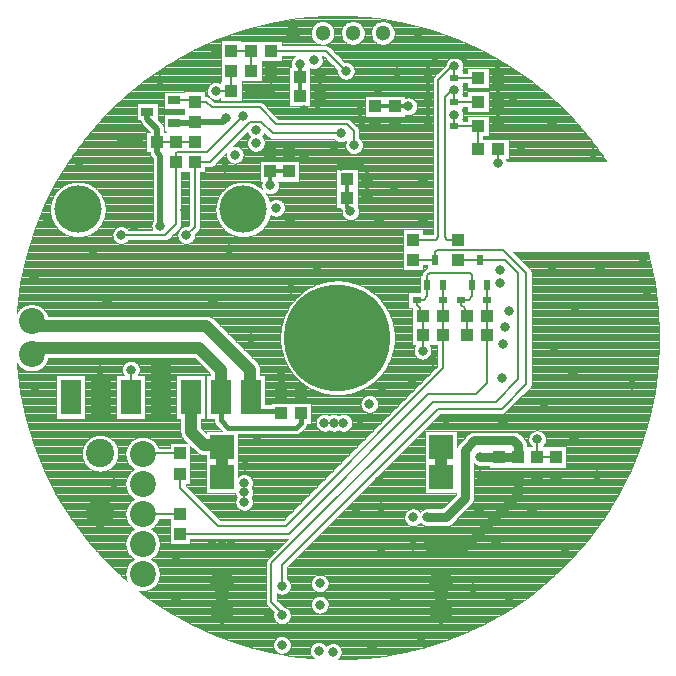
<source format=gbr>
G04 DipTrace 3.3.1.1*
G04 Bottom.gbr*
%MOMM*%
G04 #@! TF.FileFunction,Copper,L4,Bot*
G04 #@! TF.Part,Single*
G04 #@! TA.AperFunction,Conductor*
%ADD13C,0.2*%
%ADD14C,0.3*%
%ADD15C,1.0*%
%ADD17C,0.5*%
%ADD18C,0.6*%
G04 #@! TA.AperFunction,ViaPad*
%ADD19C,0.8*%
G04 #@! TA.AperFunction,Conductor*
%ADD20C,0.4*%
G04 #@! TA.AperFunction,CopperBalancing*
%ADD21C,0.1*%
%ADD24R,1.7X3.0*%
%ADD25C,4.0*%
%ADD27R,1.1X1.0*%
%ADD28R,1.0X1.1*%
%ADD31R,0.8X0.6*%
%ADD37C,2.0*%
G04 #@! TA.AperFunction,ComponentPad*
%ADD38R,2.0X2.0*%
%ADD40R,1.05X0.75*%
%ADD44R,0.6X0.85*%
G04 #@! TA.AperFunction,ComponentPad*
%ADD50C,2.2*%
%ADD51C,2.4*%
G04 #@! TA.AperFunction,ViaPad*
%ADD54C,9.0*%
%ADD56C,1.3*%
%FSLAX35Y35*%
G04*
G71*
G90*
G75*
G01*
G04 Bottom*
%LPD*%
X4625000Y1684000D2*
D15*
Y1430000D1*
X2770000Y1684000D2*
Y1430000D1*
X2210000Y3480000D2*
D13*
Y3292000D1*
X2252000Y3250000D1*
X2290000Y3480000D2*
Y3288000D1*
X2252000Y3250000D1*
X3440000Y3280000D2*
D18*
X3270000D1*
Y3460000D2*
Y3280000D1*
X1740000Y3480000D2*
D13*
Y3254000D1*
X1744000Y3250000D1*
X5110000Y5950000D2*
D14*
Y5750000D1*
Y5540000D2*
Y5750000D1*
X1920000Y5410000D2*
D17*
X2050000D1*
X3020000Y5840000D2*
D13*
X3180000D1*
X3190000Y5850000D1*
Y6010000D2*
Y5850000D1*
X4510000Y1990000D2*
D19*
X4840000D1*
X5280000Y2430000D1*
Y2570000D1*
X4960000Y2590000D2*
X4980000Y2570000D1*
X5120000D1*
X5280000D2*
X5120000D1*
X5440000D2*
D13*
X5280000D1*
X5600000D2*
X5440000D1*
X5110000Y5750000D2*
D14*
X5240000D1*
X3470000Y5680000D2*
X3560000D1*
X3600000Y5720000D1*
Y5800000D1*
Y5960000D2*
Y5800000D1*
X3940000Y5670000D2*
Y5580000D1*
X3980000Y5540000D1*
X4070000D1*
X4240000D2*
X4070000D1*
X3340000Y5330000D2*
X3420000D1*
X3470000Y5280000D1*
X3180000Y5330000D2*
X3340000D1*
X3780000Y5200000D2*
X3970000D1*
X4000000Y5170000D1*
Y5090000D1*
Y4930000D2*
Y5090000D1*
X4520000Y5750000D2*
Y5540000D1*
Y5950000D2*
Y5750000D1*
Y5950000D2*
Y6050000D1*
X4600000Y6130000D1*
X4800000D1*
X4870000Y6060000D1*
X5080000D1*
X5110000Y6030000D1*
Y5950000D1*
X2770000Y2827000D2*
D15*
Y2573000D1*
X2506000Y3250000D2*
Y2954000D1*
X2620000Y2840000D1*
X2757000D1*
X2770000Y2827000D1*
X2760000Y3250000D2*
D20*
Y3050000D1*
X2820000Y2990000D1*
X3400000D1*
X3440000Y3030000D1*
Y3110000D1*
X1160000Y3610000D2*
D15*
Y3660000D1*
X2580000D1*
X2760000Y3480000D1*
Y3250000D1*
X3014000D2*
D20*
Y3186000D1*
X3070000Y3130000D1*
X3270000D1*
Y3110000D1*
X1160000Y3890000D2*
D15*
Y3850000D1*
X2640000D1*
X3010000Y3480000D1*
Y3254000D1*
X3014000Y3250000D1*
X4625000Y2573000D2*
Y2827000D1*
X4070000Y5710000D2*
D14*
X4240000D1*
X4350000D2*
X4240000D1*
X3430000Y6070000D2*
Y5960000D1*
Y5800000D2*
Y5960000D1*
X3830000Y5090000D2*
Y4930000D1*
Y4850000D1*
X3860000Y4820000D1*
X3180000Y5160000D2*
Y5040000D1*
X3340000Y5160000D2*
X3180000D1*
X4510000Y2230000D2*
D19*
X4670000D1*
X4830000Y2390000D1*
Y2800000D1*
X4910000Y2880000D1*
X5240000D1*
X5280000Y2840000D1*
Y2740000D1*
X5120000D1*
X4960000D2*
X5120000D1*
X2370000Y5570000D2*
D17*
X2530000D1*
X2540000Y5580000D1*
X2780000D1*
X2810000Y5610000D1*
X4740000Y5540000D2*
D13*
X4940000D1*
Y5350000D2*
Y5540000D1*
X4740000D2*
Y5640000D1*
X4574993Y4410000D2*
X4390000D1*
X4574993D2*
Y4474993D1*
X4595000Y4495000D1*
X5155000D1*
X5350000Y4300000D1*
Y3360000D1*
X5140000Y3150000D1*
X4600000D1*
X3280000Y1830000D1*
Y1650000D1*
X5020000Y4200000D2*
Y4070000D1*
Y3930000D1*
Y3770000D2*
Y3930000D1*
X2420000Y2090000D2*
X3340000D1*
X4520000Y3270000D1*
X4920000D1*
X5020000Y3370000D1*
Y3770000D1*
X4740000Y5750000D2*
X4940000D1*
X4740000D2*
Y5850000D1*
X4770000Y4580000D2*
X4680000D1*
X4660000Y4600000D1*
Y5790000D1*
X4720000Y5850000D1*
X4740000D1*
X3280000Y1400000D2*
Y1420000D1*
X3190000Y1510000D1*
Y1840000D1*
X4560000Y3210000D1*
X5090000D1*
X5280000Y3400000D1*
Y4300000D1*
X5170000Y4410000D1*
X4954993D1*
X4770000D1*
X4740000Y5950000D2*
X4940000D1*
X4740000D2*
Y6050000D1*
X4390000Y4580000D2*
X4580000D1*
X4600000Y4600000D1*
Y5930000D1*
X4720000Y6050000D1*
X4740000D1*
X5110000Y5230000D2*
Y5350000D1*
X4640000Y4200000D2*
Y4070000D1*
Y3930000D1*
Y3770000D2*
Y3930000D1*
X2420000Y2600000D2*
Y2480000D1*
X2740000Y2160000D1*
X3310000D1*
X4640000Y3490000D1*
Y3770000D1*
X2420000Y2770000D2*
X2104000D1*
X2100000Y2766000D1*
X5440000Y2890000D2*
Y2740000D1*
X5600000D2*
X5440000D1*
X2250000Y4700000D2*
D17*
Y5290000D1*
X2220000Y5320000D1*
Y5410000D1*
D13*
X2380000D1*
X2540000D2*
X2380000D1*
X2140000Y5665000D2*
D17*
Y5600000D1*
X2220000Y5520000D1*
Y5410000D1*
X2420000Y2260000D2*
D13*
X2102000D1*
X2100000Y2258000D1*
X2370000Y5760000D2*
X2530000D1*
X2540000Y5750000D1*
X3890000Y5380000D2*
Y5500000D1*
X3830000Y5560000D1*
X3230000D1*
X3090000Y5700000D1*
X2690000D1*
X2640000Y5750000D1*
X2540000D1*
X2850000Y6180000D2*
X3020000D1*
Y6010000D2*
Y6180000D1*
X2380000Y5240000D2*
Y5315000D1*
X2390000Y5325000D1*
X2645000D1*
X2950000Y5630000D1*
X1920000Y4620000D2*
X2290000D1*
X2380000Y4710000D1*
Y5240000D1*
X2540000D2*
X2670000D1*
X3010000Y5580000D1*
X3100000D1*
X3200000Y5480000D1*
X3780000D1*
X2540000Y5240000D2*
Y4690000D1*
X2470000Y4620000D1*
X2000000Y3480000D2*
Y3252000D1*
X1998000Y3250000D1*
X2850000Y6010000D2*
Y5840000D1*
X2720000D2*
X2850000D1*
X3190000Y6180000D2*
X3650000D1*
X3820000Y6010000D1*
X4470000Y3930000D2*
Y3770000D1*
X4420000Y4070000D2*
Y4030000D1*
X4450000Y4000000D1*
Y3950000D1*
X4470000Y3930000D1*
X4509987Y4200000D2*
Y4099987D1*
X4480000Y4070000D1*
X4420000D1*
X4889987Y4200000D2*
Y4099987D1*
X4860000Y4070000D1*
X4800000D1*
X4850000Y3930000D2*
Y3770000D1*
X4800000Y4070000D2*
Y4030000D1*
X4830000Y4000000D1*
Y3950000D1*
X4850000Y3930000D1*
X4509987Y4200000D2*
Y4279987D1*
X4530000Y4300000D1*
X4870000D1*
X4890000Y4280000D1*
Y4200013D1*
X4889987Y4200000D1*
X4470000Y3640000D2*
Y3770000D1*
D54*
X3750000Y3750000D3*
D19*
X3430000Y6070000D3*
X4350000Y5710000D3*
X3860000Y4820000D3*
X3180000Y5040000D3*
X3350000Y4740000D3*
X3780000Y5200000D3*
X3580000Y4320000D3*
X4100000Y4740000D3*
X4960000Y2740000D3*
Y2590000D3*
X5440000Y2890000D3*
X6370000Y4140000D3*
X2960000Y2520000D3*
Y2440000D3*
Y2360000D3*
X2770000Y2000000D3*
X2850000D3*
X2690000D3*
X2290000Y3480000D3*
X2210000D3*
X3640000Y3030000D3*
X3720000D3*
X3800000D3*
X3600000Y1670000D3*
Y1490000D3*
X3590000Y1100000D3*
X3280000Y1650000D3*
Y1400000D3*
Y1150000D3*
X3710000Y1090000D3*
X3270000Y3460000D3*
X2000000Y3480000D3*
X1740000D3*
X4390000Y2230000D3*
X4510000D3*
X4740000Y6050000D3*
Y5850000D3*
Y5640000D3*
X3820000Y6010000D3*
X4470000Y3640000D3*
X3060000Y5400000D3*
Y5510000D3*
X3780000Y5480000D3*
X2950000Y5630000D3*
X3890000Y5380000D3*
X3470000Y5680000D3*
Y5280000D3*
X3940000Y5670000D3*
X1920000Y4620000D3*
X2250000Y4700000D3*
X2470000Y4620000D3*
X2030000Y4700000D3*
X1920000Y5410000D3*
X3190000Y5850000D3*
X2720000Y5840000D3*
Y6180000D3*
X5130000Y4320000D3*
Y4210000D3*
X2880000Y5300000D3*
X5170000Y3840000D3*
X4390000Y1990000D3*
X4510000D3*
X5240000Y5750000D3*
X2810000Y5610000D3*
X5110000Y5230000D3*
X4020000Y3190000D3*
X5950000Y2590000D3*
X3230000Y4850000D3*
D56*
X3372000Y6330000D3*
X3624000D3*
X3880000D3*
X4134000D3*
D19*
X3550000Y6100000D3*
X1860000Y2520000D3*
X5200000Y1550000D3*
X1300000Y4750000D3*
X5500000Y3200000D3*
X4670000Y3060000D3*
X3170000Y1940000D3*
X2970000Y2660000D3*
X5400000Y2290000D3*
X3910000Y2270000D3*
X5150000Y3700000D3*
X4900000Y1630000D3*
X3720000Y5370000D3*
X5140000Y3410000D3*
X5570000Y4360000D3*
X5200000Y3980000D3*
X2700000Y4050000D3*
X4090000Y5850000D3*
X5680000Y1970000D3*
X1800000Y4050000D3*
X3360000Y4160000D3*
X5970000Y4330000D3*
X4120000Y2320000D3*
X4040000Y1120000D3*
X1680000Y4460000D3*
X2830000Y4500000D3*
X3940000Y3060000D3*
X5570000Y5560000D3*
X5750000Y2890000D3*
X5740000Y3440000D3*
X4470000Y5080000D3*
X5150000Y3030000D3*
X5760000Y3980000D3*
X4950000Y2290000D3*
X4250000Y6000000D3*
X4240000Y1540000D3*
X2380000D3*
X1560000Y5230000D3*
X5090000Y2010000D3*
X2460000Y4830000D3*
X3170000Y1400000D3*
X4460000Y1180000D3*
X4120000Y1970000D3*
X3070000Y2880000D3*
X2380000Y1870000D3*
X6240000Y3350000D3*
X5580000Y3670000D3*
X5300000Y5330000D3*
X4230000Y5000000D3*
X4470000Y4740000D3*
X4430000Y6290000D3*
X3020000Y3750000D3*
X4130000Y3300000D3*
X5910000Y5310000D3*
X6340000Y4420000D3*
X1180000Y4260000D3*
X2250000Y5930000D3*
X2800000Y5190000D3*
X1190000Y3290000D3*
X4380000Y3400000D3*
X4560000Y3550000D3*
X4100000Y2540000D3*
X3521788Y6462857D2*
D21*
X3978226D1*
X3408214Y6453190D2*
X4091780D1*
X3350167Y6443523D2*
X4149847D1*
X3293780Y6433857D2*
X4206214D1*
X3237394Y6424190D2*
X3588245D1*
X3659757D2*
X3844241D1*
X3915753D2*
X4098245D1*
X4169757D2*
X4262581D1*
X3181026Y6414523D2*
X3568812D1*
X3679190D2*
X3824808D1*
X3935187D2*
X4078812D1*
X4189190D2*
X4318968D1*
X3142491Y6404857D2*
X3556097D1*
X3691905D2*
X3812093D1*
X3947901D2*
X4066097D1*
X4201905D2*
X4357503D1*
X3105362Y6395190D2*
X3546644D1*
X3701358D2*
X3802640D1*
X3957355D2*
X4056644D1*
X4211358D2*
X4394632D1*
X3068233Y6385523D2*
X3539358D1*
X3708644D2*
X3795355D1*
X3964659D2*
X4049358D1*
X4218644D2*
X4431761D1*
X3031105Y6375857D2*
X3533675D1*
X3714308D2*
X3789690D1*
X3970323D2*
X4043675D1*
X4224308D2*
X4468870D1*
X2993995Y6366190D2*
X3529358D1*
X3718644D2*
X3785355D1*
X3974659D2*
X4039358D1*
X4228644D2*
X4505999D1*
X2956866Y6356523D2*
X3526175D1*
X3721827D2*
X3782171D1*
X3977843D2*
X4036175D1*
X4231827D2*
X4543128D1*
X2928507Y6346857D2*
X3524026D1*
X3723976D2*
X3780023D1*
X3979972D2*
X4034026D1*
X4233976D2*
X4571487D1*
X2901144Y6337190D2*
X3522855D1*
X3725148D2*
X3778851D1*
X3981144D2*
X4032855D1*
X4235148D2*
X4598851D1*
X2873780Y6327523D2*
X3522640D1*
X3725362D2*
X3778636D1*
X3981378D2*
X4032640D1*
X4235362D2*
X4626214D1*
X2846437Y6317857D2*
X3523343D1*
X3724659D2*
X3779339D1*
X3980655D2*
X4033343D1*
X4234659D2*
X4653577D1*
X2819073Y6308190D2*
X3525003D1*
X3722999D2*
X3780999D1*
X3978995D2*
X4035003D1*
X4232999D2*
X4680921D1*
X2791710Y6298523D2*
X3527659D1*
X3720343D2*
X3783655D1*
X3976339D2*
X4037659D1*
X4230343D2*
X4708284D1*
X2764347Y6288857D2*
X3531409D1*
X3716573D2*
X3787425D1*
X3972589D2*
X4041409D1*
X4226573D2*
X4735648D1*
X2737003Y6279190D2*
X3536409D1*
X3711593D2*
X3792405D1*
X3967589D2*
X4046409D1*
X4221593D2*
X4763011D1*
X2715167Y6269523D2*
X2763597D1*
X2936398D2*
X3542855D1*
X3705148D2*
X3798851D1*
X3961144D2*
X4052855D1*
X4215148D2*
X4784827D1*
X2693780Y6259857D2*
X2763597D1*
X3281398D2*
X3551175D1*
X3696827D2*
X3807171D1*
X3952843D2*
X4061175D1*
X4206827D2*
X4806214D1*
X2672394Y6250190D2*
X2763597D1*
X3281398D2*
X3562093D1*
X3685909D2*
X3818089D1*
X3941905D2*
X4072093D1*
X4195909D2*
X4827601D1*
X2651007Y6240523D2*
X2763597D1*
X3281398D2*
X3577464D1*
X3670538D2*
X3833460D1*
X3926534D2*
X4087464D1*
X4180538D2*
X4848987D1*
X2629620Y6230857D2*
X2763597D1*
X3281398D2*
X3607171D1*
X3640831D2*
X3863167D1*
X3896827D2*
X4117171D1*
X4150831D2*
X4870374D1*
X2608233Y6221190D2*
X2763597D1*
X3670089D2*
X4891761D1*
X2586847Y6211523D2*
X2763597D1*
X3683683D2*
X4913148D1*
X2565480Y6201857D2*
X2763597D1*
X3693351D2*
X4934534D1*
X2544093Y6192190D2*
X2763597D1*
X3703019D2*
X4955921D1*
X2522980Y6182523D2*
X2763597D1*
X3712687D2*
X4977015D1*
X2505675Y6172857D2*
X2763597D1*
X3722355D2*
X4994319D1*
X2488370Y6163190D2*
X2763597D1*
X3732023D2*
X5011624D1*
X2471085Y6153523D2*
X2763597D1*
X3741690D2*
X5028929D1*
X2453780Y6143857D2*
X2763597D1*
X3751358D2*
X5046233D1*
X2436476Y6134190D2*
X2763597D1*
X3281398D2*
X3389437D1*
X3618194D2*
X3630608D1*
X3761007D2*
X5063538D1*
X2419171Y6124523D2*
X2763597D1*
X3281398D2*
X3376917D1*
X3622296D2*
X3640276D1*
X3770675D2*
X4727542D1*
X4752472D2*
X5080843D1*
X2401866Y6114857D2*
X2763597D1*
X3281398D2*
X3368401D1*
X3624913D2*
X3649944D1*
X3780343D2*
X4700550D1*
X4779464D2*
X5098148D1*
X2384562Y6105190D2*
X2763597D1*
X3281398D2*
X3362308D1*
X3626222D2*
X3659612D1*
X3790011D2*
X4687620D1*
X4792374D2*
X5115452D1*
X2367257Y6095523D2*
X2763597D1*
X3281398D2*
X3358050D1*
X3626261D2*
X3669280D1*
X3799679D2*
X4678890D1*
X4801105D2*
X5132757D1*
X2349952Y6085857D2*
X2763597D1*
X3111398D2*
X3355276D1*
X3625069D2*
X3678929D1*
X3809347D2*
X4672679D1*
X4807335D2*
X5150042D1*
X2332648Y6076190D2*
X2763597D1*
X3111398D2*
X3353851D1*
X3622550D2*
X3688597D1*
X3857120D2*
X4668304D1*
X4811710D2*
X5167347D1*
X2316534Y6066523D2*
X2763597D1*
X3111398D2*
X3353675D1*
X3618565D2*
X3698265D1*
X3870909D2*
X4665433D1*
X4814562D2*
X5183460D1*
X2302237Y6056857D2*
X2763597D1*
X3111398D2*
X3354749D1*
X3612843D2*
X3707933D1*
X3880069D2*
X4661644D1*
X4816085D2*
X5197757D1*
X2287940Y6047190D2*
X2763597D1*
X3111398D2*
X3357132D1*
X3604815D2*
X3717601D1*
X3886593D2*
X4651976D1*
X4816339D2*
X5212054D1*
X2273644Y6037523D2*
X2763597D1*
X3111398D2*
X3338597D1*
X3593214D2*
X3727269D1*
X3891202D2*
X4642327D1*
X4815362D2*
X5226370D1*
X2259327Y6027857D2*
X2763597D1*
X3111398D2*
X3338597D1*
X3521398D2*
X3527082D1*
X3572921D2*
X3736937D1*
X3894249D2*
X4632659D1*
X4813077D2*
X4848597D1*
X5031398D2*
X5240667D1*
X2245030Y6018190D2*
X2763597D1*
X3111398D2*
X3338597D1*
X3521398D2*
X3744046D1*
X3895948D2*
X4622991D1*
X4809366D2*
X4848597D1*
X5031398D2*
X5254964D1*
X2230733Y6008523D2*
X2763597D1*
X3111398D2*
X3338597D1*
X3521398D2*
X3743616D1*
X3896378D2*
X4613323D1*
X4816398D2*
X4848597D1*
X5031398D2*
X5269280D1*
X2216417Y5998857D2*
X2763597D1*
X3111398D2*
X3338597D1*
X3521398D2*
X3744437D1*
X3895577D2*
X4603655D1*
X4816398D2*
X4848597D1*
X5031398D2*
X5283577D1*
X2202120Y5989190D2*
X2763597D1*
X3111398D2*
X3338597D1*
X3521398D2*
X3746526D1*
X3893468D2*
X4593987D1*
X5031398D2*
X5297874D1*
X2187823Y5979523D2*
X2763597D1*
X3111398D2*
X3338597D1*
X3521398D2*
X3750042D1*
X3889972D2*
X4584319D1*
X5031398D2*
X5312171D1*
X2173526Y5969857D2*
X2763597D1*
X3111398D2*
X3338597D1*
X3521398D2*
X3755179D1*
X3884835D2*
X4574651D1*
X5031398D2*
X5326487D1*
X2159210Y5960190D2*
X2763597D1*
X3111398D2*
X3338597D1*
X3521398D2*
X3762386D1*
X3877608D2*
X4565101D1*
X5031398D2*
X5340784D1*
X2144913Y5950523D2*
X2763597D1*
X3111398D2*
X3338597D1*
X3521398D2*
X3772659D1*
X3867335D2*
X4558499D1*
X5031398D2*
X5355081D1*
X2130616Y5940857D2*
X2763597D1*
X3111398D2*
X3338597D1*
X3521398D2*
X3788929D1*
X3851065D2*
X4554925D1*
X5031398D2*
X5369378D1*
X2118644Y5931190D2*
X2763597D1*
X3111398D2*
X3338597D1*
X3521398D2*
X4553616D1*
X5031398D2*
X5381351D1*
X2106671Y5921523D2*
X2758597D1*
X2941398D2*
X3338597D1*
X3521398D2*
X4553597D1*
X5031398D2*
X5393323D1*
X2094698Y5911857D2*
X2696155D1*
X2743839D2*
X2758597D1*
X2941398D2*
X3338597D1*
X3521398D2*
X4553597D1*
X5031398D2*
X5405296D1*
X2082726Y5902190D2*
X2676370D1*
X2941398D2*
X3338597D1*
X3521398D2*
X4553597D1*
X4816398D2*
X4848597D1*
X5031398D2*
X5417269D1*
X2070753Y5892523D2*
X2664905D1*
X2941398D2*
X3338597D1*
X3521398D2*
X4553597D1*
X4816398D2*
X4848597D1*
X5031398D2*
X5429241D1*
X2058780Y5882857D2*
X2656956D1*
X2941398D2*
X3338597D1*
X3521398D2*
X4553597D1*
X4808858D2*
X4848597D1*
X5031398D2*
X5441214D1*
X2046808Y5873190D2*
X2651292D1*
X2941398D2*
X3338597D1*
X3521398D2*
X4553597D1*
X4812745D2*
X4848597D1*
X5031398D2*
X5453187D1*
X2034835Y5863523D2*
X2647366D1*
X2941398D2*
X3338597D1*
X3521398D2*
X4553597D1*
X4815187D2*
X5465159D1*
X2022862Y5853857D2*
X2644886D1*
X2941398D2*
X3338597D1*
X3521398D2*
X4553597D1*
X4816300D2*
X5477132D1*
X2010890Y5844190D2*
X2643714D1*
X2941398D2*
X3338597D1*
X3521398D2*
X4553597D1*
X4816183D2*
X5489105D1*
X1998917Y5834523D2*
X2453597D1*
X2626398D2*
X2643792D1*
X2941398D2*
X3338597D1*
X3521398D2*
X4553597D1*
X4814796D2*
X4848597D1*
X5031398D2*
X5501077D1*
X1986944Y5824857D2*
X2281097D1*
X2626398D2*
X2645140D1*
X2941398D2*
X3338597D1*
X3521398D2*
X4553597D1*
X4812081D2*
X4848597D1*
X5031398D2*
X5513050D1*
X1974972Y5815190D2*
X2281097D1*
X2626398D2*
X2647796D1*
X2941398D2*
X3338597D1*
X3521398D2*
X4553597D1*
X4816398D2*
X4848597D1*
X5031398D2*
X5525023D1*
X1962999Y5805523D2*
X2281097D1*
X2626398D2*
X2651937D1*
X2941398D2*
X3338597D1*
X3521398D2*
X4553597D1*
X4816398D2*
X4848597D1*
X5031398D2*
X5536995D1*
X1951026Y5795857D2*
X2281097D1*
X2626398D2*
X2657874D1*
X2941398D2*
X3338597D1*
X3521398D2*
X3983597D1*
X4326398D2*
X4553597D1*
X4816398D2*
X4848597D1*
X5031398D2*
X5548968D1*
X1940890Y5786190D2*
X2281097D1*
X2941398D2*
X3338597D1*
X3521398D2*
X3983597D1*
X4326398D2*
X4553597D1*
X5031398D2*
X5559105D1*
X1930812Y5776523D2*
X2281097D1*
X2941398D2*
X3338597D1*
X3521398D2*
X3983597D1*
X4386495D2*
X4553597D1*
X5031398D2*
X5569202D1*
X1920714Y5766857D2*
X2281097D1*
X2688351D2*
X2700687D1*
X2739308D2*
X2758597D1*
X2941398D2*
X3338597D1*
X3521398D2*
X3983597D1*
X4400519D2*
X4553597D1*
X5031398D2*
X5579280D1*
X1910636Y5757190D2*
X2281097D1*
X2698019D2*
X2758597D1*
X2941398D2*
X3338597D1*
X3521398D2*
X3983597D1*
X4409815D2*
X4553597D1*
X5031398D2*
X5589358D1*
X1900558Y5747523D2*
X2281097D1*
X2707687D2*
X3338597D1*
X3521398D2*
X3983597D1*
X4416398D2*
X4553597D1*
X5031398D2*
X5599456D1*
X1890460Y5737857D2*
X2051097D1*
X2228898D2*
X2281097D1*
X3116065D2*
X3338597D1*
X3521398D2*
X3983597D1*
X4421065D2*
X4553597D1*
X5031398D2*
X5609534D1*
X1880382Y5728190D2*
X2051097D1*
X2228898D2*
X2281097D1*
X3127023D2*
X3338597D1*
X3521398D2*
X3983597D1*
X4424171D2*
X4553597D1*
X5031398D2*
X5619632D1*
X1870284Y5718523D2*
X2051097D1*
X2228898D2*
X2281097D1*
X3136690D2*
X3338597D1*
X3521398D2*
X3983597D1*
X4425909D2*
X4553597D1*
X5031398D2*
X5629710D1*
X1860206Y5708857D2*
X2051097D1*
X2228898D2*
X2281097D1*
X3146358D2*
X3983597D1*
X4426398D2*
X4553597D1*
X5031398D2*
X5639788D1*
X1850128Y5699190D2*
X2051097D1*
X2228898D2*
X2281097D1*
X3156007D2*
X3983597D1*
X4425616D2*
X4553597D1*
X4816398D2*
X4848597D1*
X5031398D2*
X5649886D1*
X1840030Y5689523D2*
X2051097D1*
X2228898D2*
X2281097D1*
X3165675D2*
X3983597D1*
X4423565D2*
X4553597D1*
X4816398D2*
X4848597D1*
X5031398D2*
X5659964D1*
X1829952Y5679857D2*
X2051097D1*
X2228898D2*
X2453597D1*
X3175343D2*
X3983597D1*
X4420108D2*
X4553597D1*
X4805011D2*
X4848597D1*
X5031398D2*
X5670062D1*
X1819855Y5670190D2*
X2051097D1*
X2228898D2*
X2453597D1*
X3185011D2*
X3983597D1*
X4415030D2*
X4553597D1*
X4810089D2*
X4848597D1*
X5031398D2*
X5680140D1*
X1809776Y5660523D2*
X2051097D1*
X2228898D2*
X2453597D1*
X3194679D2*
X3983597D1*
X4407901D2*
X4553597D1*
X4813546D2*
X5690218D1*
X1799679Y5650857D2*
X2051097D1*
X2228898D2*
X2453597D1*
X3204347D2*
X3983597D1*
X4397765D2*
X4553597D1*
X4815616D2*
X5700315D1*
X1789601Y5641190D2*
X2051097D1*
X2228898D2*
X2281097D1*
X3214015D2*
X3983597D1*
X4381827D2*
X4553597D1*
X4816398D2*
X5710394D1*
X1780167Y5631523D2*
X2051097D1*
X2228898D2*
X2281097D1*
X3223683D2*
X3983597D1*
X4326398D2*
X4553597D1*
X4815929D2*
X5719827D1*
X1771671Y5621857D2*
X2051097D1*
X2228898D2*
X2281097D1*
X3233351D2*
X3983597D1*
X4326398D2*
X4553597D1*
X4814190D2*
X4848597D1*
X5031398D2*
X5728343D1*
X1763155Y5612190D2*
X2051097D1*
X2228898D2*
X2281097D1*
X3243019D2*
X4553597D1*
X4811085D2*
X4848597D1*
X5031398D2*
X5736839D1*
X1754640Y5602523D2*
X2051097D1*
X2228898D2*
X2281097D1*
X3846905D2*
X4553597D1*
X4816398D2*
X4848597D1*
X5031398D2*
X5745355D1*
X1746144Y5592857D2*
X2051097D1*
X2233565D2*
X2281097D1*
X3862335D2*
X4553597D1*
X4816398D2*
X4848597D1*
X5031398D2*
X5753870D1*
X1737628Y5583190D2*
X2080980D1*
X2243233D2*
X2281097D1*
X3872023D2*
X4553597D1*
X5031398D2*
X5762366D1*
X1729132Y5573523D2*
X2084710D1*
X2252901D2*
X2281097D1*
X3881690D2*
X4553597D1*
X5031398D2*
X5770882D1*
X1720616Y5563857D2*
X2090608D1*
X2262569D2*
X2281097D1*
X3891358D2*
X4553597D1*
X5031398D2*
X5779378D1*
X1712101Y5554190D2*
X2099398D1*
X2270792D2*
X2281097D1*
X3901007D2*
X4553597D1*
X5031398D2*
X5787894D1*
X1703605Y5544523D2*
X2109065D1*
X3910675D2*
X4553597D1*
X5031398D2*
X5796409D1*
X1695089Y5534857D2*
X2118733D1*
X3920343D2*
X4553597D1*
X5031398D2*
X5804905D1*
X1686593Y5525190D2*
X2128382D1*
X3928780D2*
X4553597D1*
X5031398D2*
X5813421D1*
X1678077Y5515523D2*
X2138050D1*
X3933663D2*
X4553597D1*
X5031398D2*
X5821917D1*
X1669562Y5505857D2*
X2147718D1*
X3936026D2*
X4553597D1*
X5031398D2*
X5830433D1*
X1661065Y5496190D2*
X2157386D1*
X2281398D2*
X2293597D1*
X3936398D2*
X4553597D1*
X5031398D2*
X5838948D1*
X1652550Y5486523D2*
X2128597D1*
X2981730D2*
X2987366D1*
X3936398D2*
X4553597D1*
X5031398D2*
X5847444D1*
X1644054Y5476857D2*
X2128597D1*
X2972062D2*
X2991273D1*
X3128722D2*
X3137933D1*
X3936398D2*
X4553597D1*
X5031398D2*
X5855960D1*
X1635538Y5467190D2*
X2128597D1*
X2962394D2*
X2996937D1*
X3123077D2*
X3147601D1*
X3936398D2*
X4553597D1*
X5031398D2*
X5864456D1*
X1627648Y5457523D2*
X2128597D1*
X2952726D2*
X3004866D1*
X3115148D2*
X3157269D1*
X3936398D2*
X4553597D1*
X5031398D2*
X5872366D1*
X1620499Y5447857D2*
X2128597D1*
X2943058D2*
X3000726D1*
X3119269D2*
X3166937D1*
X3936398D2*
X4553597D1*
X4986398D2*
X5879515D1*
X1613351Y5438190D2*
X2128597D1*
X2933390D2*
X2993987D1*
X3126007D2*
X3181312D1*
X3938956D2*
X4553597D1*
X4986398D2*
X5886663D1*
X1606202Y5428523D2*
X2128597D1*
X2923722D2*
X2989202D1*
X3130792D2*
X3723909D1*
X3948702D2*
X4553597D1*
X5201398D2*
X5893812D1*
X1599054Y5418857D2*
X2128597D1*
X2914054D2*
X2985999D1*
X3133995D2*
X3734886D1*
X3955616D2*
X4553597D1*
X5201398D2*
X5900960D1*
X1591905Y5409190D2*
X2128597D1*
X2904386D2*
X2984163D1*
X3135831D2*
X3753089D1*
X3806905D2*
X3819476D1*
X3960519D2*
X4553597D1*
X5201398D2*
X5908108D1*
X1584737Y5399523D2*
X2128597D1*
X2894737D2*
X2983597D1*
X3136398D2*
X3816175D1*
X3963819D2*
X4553597D1*
X5201398D2*
X5915257D1*
X1577589Y5389857D2*
X2128597D1*
X2885069D2*
X2984280D1*
X3135714D2*
X3814241D1*
X3965753D2*
X4553597D1*
X5201398D2*
X5922405D1*
X1570440Y5380190D2*
X2128597D1*
X2875401D2*
X2986253D1*
X3133761D2*
X3813597D1*
X3966398D2*
X4553597D1*
X5201398D2*
X5929554D1*
X1563292Y5370523D2*
X2128597D1*
X2907667D2*
X2989593D1*
X3130401D2*
X3814202D1*
X3965812D2*
X4553597D1*
X5201398D2*
X5936702D1*
X1556144Y5360857D2*
X2128597D1*
X2925519D2*
X2994554D1*
X3125440D2*
X3816077D1*
X3963937D2*
X4553597D1*
X5201398D2*
X5943851D1*
X1548995Y5351190D2*
X2128597D1*
X2936358D2*
X3001526D1*
X3118468D2*
X3819319D1*
X3960675D2*
X4553597D1*
X5201398D2*
X5950999D1*
X1541847Y5341523D2*
X2128597D1*
X2943937D2*
X3011409D1*
X3108605D2*
X3824163D1*
X3955851D2*
X4553597D1*
X5201398D2*
X5958148D1*
X1534698Y5331857D2*
X2128597D1*
X2949347D2*
X3026722D1*
X3093273D2*
X3830980D1*
X3949034D2*
X4553597D1*
X5201398D2*
X5965296D1*
X1527550Y5322190D2*
X2158597D1*
X2953058D2*
X3840589D1*
X3939405D2*
X4553597D1*
X5201398D2*
X5972444D1*
X1520401Y5312523D2*
X2159065D1*
X2955362D2*
X3855355D1*
X3924640D2*
X4553597D1*
X5201398D2*
X5979593D1*
X1513253Y5302857D2*
X2161077D1*
X2798058D2*
X2803659D1*
X2956339D2*
X4553597D1*
X5201398D2*
X5986741D1*
X1506105Y5293190D2*
X2164866D1*
X2788390D2*
X2803909D1*
X2956085D2*
X4553597D1*
X5201398D2*
X5993890D1*
X1498956Y5283523D2*
X2170862D1*
X2778722D2*
X2805413D1*
X2954581D2*
X4553597D1*
X5201398D2*
X6001038D1*
X1492062Y5273857D2*
X2179730D1*
X2769054D2*
X2808284D1*
X2951730D2*
X4553597D1*
X5201398D2*
X6007933D1*
X1486105Y5264190D2*
X2188597D1*
X2759386D2*
X2812640D1*
X2947355D2*
X4553597D1*
X5178194D2*
X6013890D1*
X1480148Y5254523D2*
X2188597D1*
X2749737D2*
X2818851D1*
X2941144D2*
X4553597D1*
X5182296D2*
X6019847D1*
X1474210Y5244857D2*
X2188597D1*
X2740069D2*
X2827581D1*
X2932433D2*
X3093597D1*
X3426398D2*
X4553597D1*
X1468253Y5235190D2*
X2188597D1*
X2730401D2*
X2840472D1*
X2919542D2*
X3093597D1*
X3426398D2*
X4553597D1*
X1462296Y5225523D2*
X2188597D1*
X2720733D2*
X2867230D1*
X2892765D2*
X3093597D1*
X3426398D2*
X4553597D1*
X1456339Y5215857D2*
X2188597D1*
X2711065D2*
X3093597D1*
X3426398D2*
X4553597D1*
X1450401Y5206190D2*
X2188597D1*
X2701300D2*
X3093597D1*
X3426398D2*
X4553597D1*
X1444444Y5196523D2*
X2188597D1*
X2684073D2*
X3093597D1*
X3426398D2*
X4553597D1*
X1438487Y5186857D2*
X2188597D1*
X2626398D2*
X3093597D1*
X3426398D2*
X4553597D1*
X1432530Y5177190D2*
X2188597D1*
X2626398D2*
X3093597D1*
X3426398D2*
X4553597D1*
X1426593Y5167523D2*
X2188597D1*
X2626398D2*
X3093597D1*
X3426398D2*
X3738597D1*
X3921398D2*
X4553597D1*
X1420636Y5157857D2*
X2188597D1*
X2626398D2*
X3093597D1*
X3426398D2*
X3738597D1*
X3921398D2*
X4553597D1*
X1414679Y5148190D2*
X2188597D1*
X2426398D2*
X2493597D1*
X2586398D2*
X3093597D1*
X3426398D2*
X3738597D1*
X3921398D2*
X4553597D1*
X1408722Y5138523D2*
X2188597D1*
X2426398D2*
X2493597D1*
X2586398D2*
X3093597D1*
X3426398D2*
X3738597D1*
X3921398D2*
X4553597D1*
X1402784Y5128857D2*
X2188597D1*
X2426398D2*
X2493597D1*
X2586398D2*
X3093597D1*
X3426398D2*
X3738597D1*
X3921398D2*
X4553597D1*
X1396827Y5119190D2*
X2188597D1*
X2426398D2*
X2493597D1*
X2586398D2*
X3093597D1*
X3426398D2*
X3738597D1*
X3921398D2*
X4553597D1*
X1390870Y5109523D2*
X2188597D1*
X2426398D2*
X2493597D1*
X2586398D2*
X3093597D1*
X3426398D2*
X3738597D1*
X3921398D2*
X4553597D1*
X1384933Y5099857D2*
X2188597D1*
X2426398D2*
X2493597D1*
X2586398D2*
X3093597D1*
X3426398D2*
X3738597D1*
X3921398D2*
X4553597D1*
X1378976Y5090190D2*
X2188597D1*
X2426398D2*
X2493597D1*
X2586398D2*
X3093597D1*
X3426398D2*
X3738597D1*
X3921398D2*
X4553597D1*
X1373019Y5080523D2*
X2188597D1*
X2426398D2*
X2493597D1*
X2586398D2*
X3093597D1*
X3426398D2*
X3738597D1*
X3921398D2*
X4553597D1*
X1367980Y5070857D2*
X1531858D1*
X1572394D2*
X2188597D1*
X2426398D2*
X2493597D1*
X2586398D2*
X2931858D1*
X2972394D2*
X3093597D1*
X3426398D2*
X3738597D1*
X3921398D2*
X4553597D1*
X1363097Y5061190D2*
X1481741D1*
X1622511D2*
X2188597D1*
X2426398D2*
X2493597D1*
X2586398D2*
X2881741D1*
X3022511D2*
X3106644D1*
X3253370D2*
X3738597D1*
X3921398D2*
X4553597D1*
X1358214Y5051523D2*
X1455882D1*
X1648351D2*
X2188597D1*
X2426398D2*
X2493597D1*
X2586398D2*
X2855882D1*
X3048351D2*
X3104495D1*
X3255519D2*
X3738597D1*
X3921398D2*
X4553597D1*
X1353351Y5041857D2*
X1436507D1*
X1667745D2*
X2188597D1*
X2426398D2*
X2493597D1*
X2586398D2*
X2836507D1*
X3067745D2*
X3103616D1*
X3256378D2*
X3738597D1*
X3921398D2*
X4553597D1*
X1348468Y5032190D2*
X1420667D1*
X1683585D2*
X2188597D1*
X2426398D2*
X2493597D1*
X2586398D2*
X2820667D1*
X3083585D2*
X3104007D1*
X3255987D2*
X3738597D1*
X3921398D2*
X4553597D1*
X1343605Y5022523D2*
X1407190D1*
X1697042D2*
X2188597D1*
X2426398D2*
X2493597D1*
X2586398D2*
X2807190D1*
X3097042D2*
X3105648D1*
X3254347D2*
X3738597D1*
X3921398D2*
X4553597D1*
X1338722Y5012857D2*
X1395491D1*
X1708761D2*
X2188597D1*
X2426398D2*
X2493597D1*
X2586398D2*
X2795491D1*
X3251339D2*
X3738597D1*
X3921398D2*
X4553597D1*
X1333858Y5003190D2*
X1385159D1*
X1719093D2*
X2188597D1*
X2426398D2*
X2493597D1*
X2586398D2*
X2785159D1*
X3246808D2*
X3738597D1*
X3921398D2*
X4553597D1*
X1328976Y4993523D2*
X1375980D1*
X1728273D2*
X2188597D1*
X2426398D2*
X2493597D1*
X2586398D2*
X2775980D1*
X3240382D2*
X3738597D1*
X3921398D2*
X4553597D1*
X1324112Y4983857D2*
X1367757D1*
X1736495D2*
X2188597D1*
X2426398D2*
X2493597D1*
X2586398D2*
X2767757D1*
X3231339D2*
X3738597D1*
X3921398D2*
X4553597D1*
X1319230Y4974190D2*
X1360374D1*
X1743878D2*
X2188597D1*
X2426398D2*
X2493597D1*
X2586398D2*
X2760374D1*
X3217804D2*
X3738597D1*
X3921398D2*
X4553597D1*
X1314366Y4964523D2*
X1353753D1*
X1750499D2*
X2188597D1*
X2426398D2*
X2493597D1*
X2586398D2*
X2753753D1*
X3150499D2*
X3738597D1*
X3921398D2*
X4553597D1*
X1309483Y4954857D2*
X1347796D1*
X1756456D2*
X2188597D1*
X2426398D2*
X2493597D1*
X2586398D2*
X2747796D1*
X3156456D2*
X3738597D1*
X3921398D2*
X4553597D1*
X1304620Y4945190D2*
X1342444D1*
X1761788D2*
X2188597D1*
X2426398D2*
X2493597D1*
X2586398D2*
X2742444D1*
X3161788D2*
X3738597D1*
X3921398D2*
X4553597D1*
X1299737Y4935523D2*
X1337679D1*
X1766573D2*
X2188597D1*
X2426398D2*
X2493597D1*
X2586398D2*
X2737679D1*
X3166573D2*
X3738597D1*
X3921398D2*
X4553597D1*
X1294874Y4925857D2*
X1333440D1*
X1770792D2*
X2188597D1*
X2426398D2*
X2493597D1*
X2586398D2*
X2733440D1*
X3170792D2*
X3738597D1*
X3921398D2*
X4553597D1*
X1289991Y4916190D2*
X1329710D1*
X1774542D2*
X2188597D1*
X2426398D2*
X2493597D1*
X2586398D2*
X2729710D1*
X3174542D2*
X3192894D1*
X3267120D2*
X3738597D1*
X3921398D2*
X4553597D1*
X1285108Y4906523D2*
X1326468D1*
X1777784D2*
X2188597D1*
X2426398D2*
X2493597D1*
X2586398D2*
X2726468D1*
X3280909D2*
X3738597D1*
X3921398D2*
X4553597D1*
X1280245Y4896857D2*
X1323655D1*
X1780577D2*
X2188597D1*
X2426398D2*
X2493597D1*
X2586398D2*
X2723655D1*
X3290069D2*
X3738597D1*
X3921398D2*
X4553597D1*
X1275362Y4887190D2*
X1321292D1*
X1782940D2*
X2188597D1*
X2426398D2*
X2493597D1*
X2586398D2*
X2721292D1*
X3296593D2*
X3738597D1*
X3921398D2*
X4553597D1*
X1270499Y4877523D2*
X1319378D1*
X1784874D2*
X2188597D1*
X2426398D2*
X2493597D1*
X2586398D2*
X2719378D1*
X3301202D2*
X3738597D1*
X3921398D2*
X4553597D1*
X1266085Y4867857D2*
X1317855D1*
X1786398D2*
X2188597D1*
X2426398D2*
X2493597D1*
X2586398D2*
X2717855D1*
X3304249D2*
X3738597D1*
X3921398D2*
X4553597D1*
X1262198Y4858190D2*
X1316741D1*
X1787491D2*
X2188597D1*
X2426398D2*
X2493597D1*
X2586398D2*
X2716741D1*
X3305948D2*
X3738597D1*
X3926007D2*
X4553597D1*
X1258312Y4848523D2*
X1316038D1*
X1788194D2*
X2188597D1*
X2426398D2*
X2493597D1*
X2586398D2*
X2716038D1*
X3306378D2*
X3738597D1*
X3930792D2*
X4553597D1*
X1254444Y4838857D2*
X1315745D1*
X1788507D2*
X2188597D1*
X2426398D2*
X2493597D1*
X2586398D2*
X2715745D1*
X3305577D2*
X3779847D1*
X3933995D2*
X4553597D1*
X1250558Y4829190D2*
X1315823D1*
X1788409D2*
X2188597D1*
X2426398D2*
X2493597D1*
X2586398D2*
X2715823D1*
X3303468D2*
X3783089D1*
X3935831D2*
X4553597D1*
X1246671Y4819523D2*
X1316312D1*
X1787921D2*
X2188597D1*
X2426398D2*
X2493597D1*
X2586398D2*
X2716312D1*
X3299972D2*
X3783597D1*
X3936398D2*
X4553597D1*
X1242784Y4809857D2*
X1317210D1*
X1787042D2*
X2188597D1*
X2426398D2*
X2493597D1*
X2586398D2*
X2717210D1*
X3294835D2*
X3784280D1*
X3935714D2*
X4553597D1*
X1238898Y4800190D2*
X1318499D1*
X1785753D2*
X2188597D1*
X2426398D2*
X2493597D1*
X2586398D2*
X2718499D1*
X3287608D2*
X3786253D1*
X3933761D2*
X4553597D1*
X1235011Y4790523D2*
X1320198D1*
X1784034D2*
X2188597D1*
X2426398D2*
X2493597D1*
X2586398D2*
X2720198D1*
X3277335D2*
X3789593D1*
X3930401D2*
X4553597D1*
X1231124Y4780857D2*
X1322327D1*
X1781905D2*
X2188597D1*
X2426398D2*
X2493597D1*
X2586398D2*
X2722327D1*
X3181905D2*
X3198929D1*
X3261065D2*
X3794554D1*
X3925440D2*
X4553597D1*
X1227237Y4771190D2*
X1324886D1*
X1779347D2*
X2188597D1*
X2426398D2*
X2493597D1*
X2586398D2*
X2724886D1*
X3179347D2*
X3801526D1*
X3918468D2*
X4553597D1*
X1223370Y4761523D2*
X1327894D1*
X1776358D2*
X2188597D1*
X2426398D2*
X2493597D1*
X2586398D2*
X2727894D1*
X3176358D2*
X3811409D1*
X3908605D2*
X4553597D1*
X1219483Y4751857D2*
X1331370D1*
X1772882D2*
X2188597D1*
X2426398D2*
X2493597D1*
X2586398D2*
X2731370D1*
X3172882D2*
X3826722D1*
X3893273D2*
X4553597D1*
X1215597Y4742190D2*
X1335335D1*
X1768917D2*
X2186507D1*
X2426398D2*
X2493597D1*
X2586398D2*
X2735335D1*
X3168917D2*
X4553597D1*
X1211710Y4732523D2*
X1339808D1*
X1764444D2*
X2180980D1*
X2426398D2*
X2493597D1*
X2586398D2*
X2739808D1*
X3164444D2*
X4553597D1*
X1207823Y4722857D2*
X1344827D1*
X1759405D2*
X2177151D1*
X2426398D2*
X2493597D1*
X2586398D2*
X2744827D1*
X3159405D2*
X4553597D1*
X1203937Y4713190D2*
X1350452D1*
X1753800D2*
X2174769D1*
X2426398D2*
X2493597D1*
X2586398D2*
X2750452D1*
X3153800D2*
X4553597D1*
X1200050Y4703523D2*
X1356702D1*
X1747530D2*
X2173675D1*
X2425929D2*
X2488323D1*
X2586398D2*
X2756702D1*
X3147530D2*
X4553597D1*
X1196163Y4693857D2*
X1363675D1*
X1740577D2*
X1903831D1*
X1936183D2*
X2173851D1*
X2423429D2*
X2453831D1*
X2586398D2*
X2763675D1*
X3140577D2*
X4553597D1*
X1192296Y4684190D2*
X1371429D1*
X1732823D2*
X1879437D1*
X1960558D2*
X2175276D1*
X2418351D2*
X2429437D1*
X2586026D2*
X2771429D1*
X3132823D2*
X4553597D1*
X1188409Y4674523D2*
X1380081D1*
X1724171D2*
X1866917D1*
X1973077D2*
X2178030D1*
X2409737D2*
X2416917D1*
X2583683D2*
X2780081D1*
X3124171D2*
X4553597D1*
X1184523Y4664857D2*
X1389749D1*
X1714483D2*
X1858401D1*
X2400069D2*
X2408401D1*
X2578800D2*
X2789749D1*
X3114483D2*
X4303597D1*
X4476398D2*
X4553597D1*
X1180890Y4655190D2*
X1400687D1*
X1703565D2*
X1852308D1*
X2390401D2*
X2402308D1*
X2570401D2*
X2800687D1*
X3103565D2*
X4303597D1*
X4476398D2*
X4553597D1*
X1177921Y4645523D2*
X1413148D1*
X1691105D2*
X1848050D1*
X2380733D2*
X2398050D1*
X2560733D2*
X2813148D1*
X3091105D2*
X4303597D1*
X4476398D2*
X4553597D1*
X1174972Y4635857D2*
X1427601D1*
X1676651D2*
X1845276D1*
X2371065D2*
X2395276D1*
X2551065D2*
X2827601D1*
X3076651D2*
X4303597D1*
X4476398D2*
X4553597D1*
X1172003Y4626190D2*
X1444866D1*
X1659366D2*
X1843851D1*
X2361398D2*
X2393851D1*
X2546144D2*
X2844866D1*
X3059366D2*
X4303597D1*
X4476398D2*
X4553597D1*
X1169034Y4616523D2*
X1466663D1*
X1637589D2*
X1843675D1*
X2351730D2*
X2393675D1*
X2546319D2*
X2866663D1*
X3037589D2*
X4303597D1*
X1166085Y4606857D2*
X1498265D1*
X1605968D2*
X1844749D1*
X2342062D2*
X2394749D1*
X2545245D2*
X2898265D1*
X3005968D2*
X4303597D1*
X1163116Y4597190D2*
X1847132D1*
X2332394D2*
X2397132D1*
X2542862D2*
X4303597D1*
X1160167Y4587523D2*
X1850960D1*
X2322726D2*
X2400960D1*
X2539054D2*
X4303597D1*
X1157198Y4577857D2*
X1856468D1*
X2307882D2*
X2406468D1*
X2533526D2*
X4303597D1*
X1154230Y4568190D2*
X1864222D1*
X1975773D2*
X2414222D1*
X2525773D2*
X4303597D1*
X1151280Y4558523D2*
X1875335D1*
X1964659D2*
X2425335D1*
X2514659D2*
X4303597D1*
X1148312Y4548857D2*
X1894026D1*
X1945968D2*
X2444026D1*
X2495968D2*
X4303597D1*
X1145362Y4539190D2*
X4303597D1*
X1142394Y4529523D2*
X4303597D1*
X1139444Y4519857D2*
X4303597D1*
X1136476Y4510190D2*
X4303597D1*
X1133507Y4500523D2*
X4303597D1*
X1130558Y4490857D2*
X4303597D1*
X1127589Y4481190D2*
X4303597D1*
X1124640Y4471523D2*
X4303597D1*
X5243683D2*
X6375374D1*
X1121671Y4461857D2*
X4303597D1*
X5253351D2*
X6378323D1*
X1118722Y4452190D2*
X4303597D1*
X5263019D2*
X6381292D1*
X1115753Y4442523D2*
X4303597D1*
X5272687D2*
X6384241D1*
X1113136Y4432857D2*
X4303597D1*
X5282355D2*
X6386858D1*
X1111046Y4423190D2*
X4303597D1*
X5292023D2*
X6388948D1*
X1108976Y4413523D2*
X4303597D1*
X5301690D2*
X6391038D1*
X1106886Y4403857D2*
X4303597D1*
X5311358D2*
X6393108D1*
X1104796Y4394190D2*
X4303597D1*
X5321007D2*
X6395198D1*
X1102726Y4384523D2*
X4303597D1*
X5330675D2*
X6397288D1*
X1100636Y4374857D2*
X4303597D1*
X5340343D2*
X6399358D1*
X1098546Y4365190D2*
X4303597D1*
X5350011D2*
X6401448D1*
X1096476Y4355523D2*
X4303597D1*
X4476398D2*
X4508597D1*
X5359679D2*
X6403538D1*
X1094386Y4345857D2*
X4303597D1*
X4476398D2*
X4508597D1*
X5369347D2*
X6405608D1*
X1092296Y4336190D2*
X4303597D1*
X4476398D2*
X4501585D1*
X5379015D2*
X6407698D1*
X1090226Y4326523D2*
X4303597D1*
X4476398D2*
X4491312D1*
X5387843D2*
X6409788D1*
X1088136Y4316857D2*
X4481644D1*
X5393155D2*
X6411858D1*
X1086046Y4307190D2*
X4472640D1*
X5395831D2*
X6413948D1*
X1083976Y4297523D2*
X4467112D1*
X5396398D2*
X6416038D1*
X1081886Y4287857D2*
X4464280D1*
X5396398D2*
X6418108D1*
X1079796Y4278190D2*
X4463577D1*
X5396398D2*
X6420198D1*
X1077726Y4268523D2*
X4443577D1*
X5396398D2*
X6422288D1*
X1075636Y4258857D2*
X4443577D1*
X5396398D2*
X6424358D1*
X1073546Y4249190D2*
X4443577D1*
X5396398D2*
X6426448D1*
X1071476Y4239523D2*
X4443577D1*
X5396398D2*
X6428538D1*
X1069386Y4229857D2*
X3675843D1*
X3824151D2*
X4443577D1*
X5396398D2*
X6430608D1*
X1067296Y4220190D2*
X3628440D1*
X3871554D2*
X4443577D1*
X5396398D2*
X6432698D1*
X1065226Y4210523D2*
X3595608D1*
X3904405D2*
X4443577D1*
X5396398D2*
X6434788D1*
X1063976Y4200857D2*
X3569163D1*
X3930831D2*
X4443577D1*
X5396398D2*
X6436019D1*
X1062745Y4191190D2*
X3546605D1*
X3953390D2*
X4443577D1*
X5396398D2*
X6437249D1*
X1061515Y4181523D2*
X3526741D1*
X3973273D2*
X4443577D1*
X5396398D2*
X6438499D1*
X1060265Y4171857D2*
X3508890D1*
X3991105D2*
X4443577D1*
X5396398D2*
X6439730D1*
X1059034Y4162190D2*
X3492659D1*
X4007335D2*
X4443577D1*
X5396398D2*
X6440960D1*
X1057784Y4152523D2*
X3477737D1*
X4022276D2*
X4443577D1*
X5396398D2*
X6442210D1*
X1056554Y4142857D2*
X3463909D1*
X4036085D2*
X4443577D1*
X5396398D2*
X6443440D1*
X1055323Y4133190D2*
X3451038D1*
X4048956D2*
X4343597D1*
X5396398D2*
X6444690D1*
X1054073Y4123523D2*
X3439007D1*
X4060987D2*
X4343597D1*
X5396398D2*
X6445921D1*
X1052843Y4113857D2*
X3427718D1*
X4072276D2*
X4343597D1*
X5396398D2*
X6447151D1*
X1051612Y4104190D2*
X3417093D1*
X4082901D2*
X4343597D1*
X5396398D2*
X6448401D1*
X1050362Y4094523D2*
X3407073D1*
X4092940D2*
X4343597D1*
X5396398D2*
X6449632D1*
X1049132Y4084857D2*
X3397601D1*
X4102394D2*
X4343597D1*
X5396398D2*
X6450882D1*
X1047882Y4075190D2*
X3388636D1*
X4111358D2*
X4343597D1*
X5396398D2*
X6452112D1*
X1046651Y4065523D2*
X3380140D1*
X4119855D2*
X4343597D1*
X5396398D2*
X6453343D1*
X1045421Y4055857D2*
X3372093D1*
X4127921D2*
X4343597D1*
X5396398D2*
X6454593D1*
X1044171Y4046190D2*
X3364437D1*
X4135558D2*
X4343597D1*
X5396398D2*
X6455823D1*
X1042940Y4036523D2*
X3357190D1*
X4142804D2*
X4343597D1*
X5396398D2*
X6457054D1*
X1041690Y4026857D2*
X1109886D1*
X1210108D2*
X3350296D1*
X4149698D2*
X4343597D1*
X5396398D2*
X6458304D1*
X1040460Y4017190D2*
X1088538D1*
X1231456D2*
X3343753D1*
X4156241D2*
X4343597D1*
X5396398D2*
X6459534D1*
X1039230Y4007523D2*
X1073382D1*
X1246612D2*
X3337542D1*
X4162452D2*
X4343597D1*
X5396398D2*
X6460784D1*
X1037980Y3997857D2*
X1061487D1*
X1258507D2*
X3331644D1*
X4168351D2*
X4378597D1*
X5396398D2*
X6462015D1*
X1036749Y3988190D2*
X1051761D1*
X1268233D2*
X3326058D1*
X4173937D2*
X4378597D1*
X5396398D2*
X6463245D1*
X1035733Y3978523D2*
X1043655D1*
X1276339D2*
X3320765D1*
X4179249D2*
X4378597D1*
X5396398D2*
X6464261D1*
X1283155Y3968857D2*
X3315745D1*
X4184269D2*
X4378597D1*
X5396398D2*
X6464671D1*
X1288878Y3959190D2*
X3310999D1*
X4189015D2*
X4378597D1*
X5396398D2*
X6465081D1*
X1293663Y3949523D2*
X3306507D1*
X4193487D2*
X4378597D1*
X5396398D2*
X6465511D1*
X1297589Y3939857D2*
X3302269D1*
X4197726D2*
X4378597D1*
X5396398D2*
X6465921D1*
X2670382Y3930190D2*
X3298284D1*
X4201710D2*
X4378597D1*
X5396398D2*
X6466331D1*
X2689171Y3920523D2*
X3294534D1*
X4205460D2*
X4378597D1*
X5396398D2*
X6466741D1*
X2700909Y3910857D2*
X3291019D1*
X4208976D2*
X4378597D1*
X5396398D2*
X6467151D1*
X2710577Y3901190D2*
X3287737D1*
X4212257D2*
X4378597D1*
X5396398D2*
X6467562D1*
X2720245Y3891523D2*
X3284690D1*
X4215304D2*
X4378597D1*
X5396398D2*
X6467972D1*
X2729913Y3881857D2*
X3281858D1*
X4218155D2*
X4378597D1*
X5396398D2*
X6468382D1*
X2739581Y3872190D2*
X3279222D1*
X4220773D2*
X4378597D1*
X5396398D2*
X6468792D1*
X2749249Y3862523D2*
X3276819D1*
X4223175D2*
X4378597D1*
X5396398D2*
X6469202D1*
X2758917Y3852857D2*
X3274632D1*
X4225382D2*
X4378597D1*
X5396398D2*
X6469612D1*
X2768585Y3843190D2*
X3272620D1*
X4227374D2*
X4378597D1*
X5396398D2*
X6470023D1*
X2778253Y3833523D2*
X3270843D1*
X4229151D2*
X4378597D1*
X5396398D2*
X6470433D1*
X2787921Y3823857D2*
X3269261D1*
X4230753D2*
X4378597D1*
X5396398D2*
X6470843D1*
X2797589Y3814190D2*
X3267855D1*
X4232140D2*
X4378597D1*
X5396398D2*
X6471253D1*
X2807257Y3804523D2*
X3266663D1*
X4233331D2*
X4378597D1*
X5396398D2*
X6471663D1*
X2816925Y3794857D2*
X3265687D1*
X4234327D2*
X4378597D1*
X5396398D2*
X6472073D1*
X2826593Y3785190D2*
X3264886D1*
X4235128D2*
X4378597D1*
X5396398D2*
X6472483D1*
X2836241Y3775523D2*
X3264280D1*
X4235733D2*
X4378597D1*
X5396398D2*
X6472894D1*
X2845909Y3765857D2*
X3263851D1*
X4236144D2*
X4378597D1*
X5396398D2*
X6473304D1*
X2855577Y3756190D2*
X3263636D1*
X4236358D2*
X4378597D1*
X5396398D2*
X6473714D1*
X2865245Y3746523D2*
X3263616D1*
X4236378D2*
X4378597D1*
X5396398D2*
X6473831D1*
X2874913Y3736857D2*
X3263773D1*
X4236222D2*
X4378597D1*
X5396398D2*
X6473421D1*
X2884581Y3727190D2*
X3264144D1*
X4235870D2*
X4378597D1*
X5396398D2*
X6473011D1*
X2894249Y3717523D2*
X3264690D1*
X4235304D2*
X4378597D1*
X5396398D2*
X6472601D1*
X2903917Y3707857D2*
X3265433D1*
X4234562D2*
X4378597D1*
X5396398D2*
X6472190D1*
X2913585Y3698190D2*
X3266370D1*
X4233624D2*
X4378597D1*
X5396398D2*
X6471780D1*
X2923253Y3688523D2*
X3267503D1*
X4232491D2*
X4378597D1*
X5396398D2*
X6471370D1*
X2932921Y3678857D2*
X3268851D1*
X4231163D2*
X4404378D1*
X4535616D2*
X4593597D1*
X5396398D2*
X6470960D1*
X2942589Y3669190D2*
X3270374D1*
X4229620D2*
X4399476D1*
X4540519D2*
X4593597D1*
X5396398D2*
X6470550D1*
X2952257Y3659523D2*
X3272112D1*
X4227901D2*
X4396175D1*
X4543819D2*
X4593597D1*
X5396398D2*
X6470140D1*
X2961925Y3649857D2*
X3274046D1*
X4225948D2*
X4394241D1*
X4545753D2*
X4593597D1*
X5396398D2*
X6469730D1*
X2971593Y3640190D2*
X3276175D1*
X4223819D2*
X4393597D1*
X4546398D2*
X4593597D1*
X5396398D2*
X6469319D1*
X2981241Y3630523D2*
X3278538D1*
X4221476D2*
X4394202D1*
X4545812D2*
X4593597D1*
X5396398D2*
X6468909D1*
X2990909Y3620857D2*
X3281097D1*
X4218898D2*
X4396077D1*
X4543937D2*
X4593597D1*
X5396398D2*
X6468499D1*
X3000577Y3611190D2*
X3283870D1*
X4216124D2*
X4399319D1*
X4540675D2*
X4593597D1*
X5396398D2*
X6468089D1*
X3010245Y3601523D2*
X3286858D1*
X4213136D2*
X4404163D1*
X4535851D2*
X4593597D1*
X5396398D2*
X6467679D1*
X3019913Y3591857D2*
X3290081D1*
X4209913D2*
X4410980D1*
X4529034D2*
X4593597D1*
X5396398D2*
X6467269D1*
X3029581Y3582190D2*
X3293538D1*
X4206476D2*
X4420589D1*
X4519405D2*
X4593597D1*
X5396398D2*
X6466839D1*
X1301495Y3572523D2*
X2545706D1*
X3039249D2*
X3297210D1*
X4202784D2*
X4435355D1*
X4504640D2*
X4593597D1*
X5396398D2*
X6466429D1*
X1298546Y3562857D2*
X2555374D1*
X3048917D2*
X3301136D1*
X4198878D2*
X4593597D1*
X5396398D2*
X6466019D1*
X1294835Y3553190D2*
X1980882D1*
X2019112D2*
X2565042D1*
X3058585D2*
X3305296D1*
X4194718D2*
X4593597D1*
X5396398D2*
X6465608D1*
X1290323Y3543523D2*
X1958382D1*
X2041612D2*
X2574710D1*
X3068253D2*
X3309710D1*
X4190304D2*
X4593597D1*
X5396398D2*
X6465198D1*
X1284874Y3533857D2*
X1946233D1*
X2053761D2*
X2584378D1*
X3077276D2*
X3314378D1*
X4185616D2*
X4593597D1*
X5396398D2*
X6464788D1*
X1035616Y3524190D2*
X1041624D1*
X1278370D2*
X1937913D1*
X2062101D2*
X2594026D1*
X3084073D2*
X3319319D1*
X4180675D2*
X4593597D1*
X5396398D2*
X6464378D1*
X1036398Y3514523D2*
X1049339D1*
X1270655D2*
X1931976D1*
X2068038D2*
X2603694D1*
X3089112D2*
X3324534D1*
X4175460D2*
X4593597D1*
X5396398D2*
X6463597D1*
X1037648Y3504857D2*
X1058577D1*
X1261437D2*
X1927815D1*
X2072179D2*
X2613362D1*
X3092706D2*
X3330042D1*
X4169952D2*
X4589651D1*
X5396398D2*
X6462366D1*
X1038878Y3495190D2*
X1069788D1*
X1250226D2*
X1925140D1*
X2074855D2*
X2623030D1*
X3095030D2*
X3335862D1*
X4164132D2*
X4579983D1*
X5396398D2*
X6461116D1*
X1040108Y3485523D2*
X1083851D1*
X1236144D2*
X1923812D1*
X2076202D2*
X2632698D1*
X3096222D2*
X3341976D1*
X4158019D2*
X4570315D1*
X5396398D2*
X6459886D1*
X1041358Y3475857D2*
X1102913D1*
X1217101D2*
X1923714D1*
X2076280D2*
X2642366D1*
X3096398D2*
X3348421D1*
X4151573D2*
X4560648D1*
X5396398D2*
X6458655D1*
X1042589Y3466190D2*
X1137562D1*
X1182452D2*
X1924866D1*
X2075128D2*
X2652034D1*
X3096398D2*
X3355218D1*
X4144776D2*
X4550980D1*
X5396398D2*
X6457405D1*
X1043819Y3456523D2*
X1927347D1*
X2072648D2*
X2661702D1*
X3096398D2*
X3362366D1*
X4137628D2*
X4541312D1*
X5396398D2*
X6456175D1*
X1045069Y3446857D2*
X1931273D1*
X2068722D2*
X2671370D1*
X3096398D2*
X3369905D1*
X4130108D2*
X4531644D1*
X5396398D2*
X6454925D1*
X1046300Y3437190D2*
X1936937D1*
X2063077D2*
X2673597D1*
X3096398D2*
X3377835D1*
X4122159D2*
X4521976D1*
X5396398D2*
X6453694D1*
X1047550Y3427523D2*
X1368597D1*
X1611398D2*
X1876605D1*
X2119405D2*
X2384593D1*
X2627394D2*
X2638597D1*
X3135401D2*
X3386194D1*
X4113800D2*
X4512327D1*
X5396398D2*
X6452464D1*
X1048780Y3417857D2*
X1368597D1*
X1611398D2*
X1876605D1*
X2119405D2*
X2384593D1*
X2627394D2*
X2638597D1*
X3135401D2*
X3395023D1*
X4104972D2*
X4502659D1*
X5396398D2*
X6451214D1*
X1050011Y3408190D2*
X1368597D1*
X1611398D2*
X1876605D1*
X2119405D2*
X2384593D1*
X2627394D2*
X2638597D1*
X3135401D2*
X3404358D1*
X4095636D2*
X4492991D1*
X5396398D2*
X6449983D1*
X1051261Y3398523D2*
X1368597D1*
X1611398D2*
X1876605D1*
X2119405D2*
X2384593D1*
X2627394D2*
X2638597D1*
X3135401D2*
X3414222D1*
X4085773D2*
X4483323D1*
X5396398D2*
X6448753D1*
X1052491Y3388857D2*
X1368597D1*
X1611398D2*
X1876605D1*
X2119405D2*
X2384593D1*
X2627394D2*
X2638597D1*
X3135401D2*
X3424671D1*
X4075323D2*
X4473655D1*
X5396398D2*
X6447503D1*
X1053722Y3379190D2*
X1368597D1*
X1611398D2*
X1876605D1*
X2119405D2*
X2384593D1*
X2627394D2*
X2638597D1*
X3135401D2*
X3435765D1*
X4064230D2*
X4463987D1*
X5396398D2*
X6446273D1*
X1054972Y3369523D2*
X1368597D1*
X1611398D2*
X1876605D1*
X2119405D2*
X2384593D1*
X2627394D2*
X2638597D1*
X3135401D2*
X3447581D1*
X4052413D2*
X4454319D1*
X5396398D2*
X6445023D1*
X1056202Y3359857D2*
X1368597D1*
X1611398D2*
X1876605D1*
X2119405D2*
X2384593D1*
X2627394D2*
X2638597D1*
X3135401D2*
X3460198D1*
X4039796D2*
X4444651D1*
X5396398D2*
X6443792D1*
X1057452Y3350190D2*
X1368597D1*
X1611398D2*
X1876605D1*
X2119405D2*
X2384593D1*
X2627394D2*
X2638597D1*
X3135401D2*
X3473753D1*
X4026261D2*
X4434983D1*
X5395323D2*
X6442562D1*
X1058683Y3340523D2*
X1368597D1*
X1611398D2*
X1876605D1*
X2119405D2*
X2384593D1*
X2627394D2*
X2638597D1*
X3135401D2*
X3488343D1*
X4011651D2*
X4425315D1*
X5392003D2*
X6441312D1*
X1059913Y3330857D2*
X1368597D1*
X1611398D2*
X1876605D1*
X2119405D2*
X2384593D1*
X2627394D2*
X2638597D1*
X3135401D2*
X3504183D1*
X3995812D2*
X4415648D1*
X5385812D2*
X6440081D1*
X1061163Y3321190D2*
X1368597D1*
X1611398D2*
X1876605D1*
X2119405D2*
X2384593D1*
X2627394D2*
X2638597D1*
X3135401D2*
X3521546D1*
X3978448D2*
X4405980D1*
X5376398D2*
X6438851D1*
X1062394Y3311523D2*
X1368597D1*
X1611398D2*
X1876605D1*
X2119405D2*
X2384593D1*
X2627394D2*
X2638597D1*
X3135401D2*
X3540784D1*
X3959210D2*
X4396312D1*
X5366730D2*
X6437601D1*
X1063644Y3301857D2*
X1368597D1*
X1611398D2*
X1876605D1*
X2119405D2*
X2384593D1*
X2627394D2*
X2638597D1*
X3135401D2*
X3562503D1*
X3937491D2*
X4386644D1*
X5357062D2*
X6436370D1*
X1064874Y3292190D2*
X1368597D1*
X1611398D2*
X1876605D1*
X2119405D2*
X2384593D1*
X2627394D2*
X2638597D1*
X3135401D2*
X3587679D1*
X3912315D2*
X4376976D1*
X5347394D2*
X6435120D1*
X1066710Y3282523D2*
X1368597D1*
X1611398D2*
X1876605D1*
X2119405D2*
X2384593D1*
X2627394D2*
X2638597D1*
X3135401D2*
X3618323D1*
X3881690D2*
X4367327D1*
X5337726D2*
X6433284D1*
X1068800Y3272857D2*
X1368597D1*
X1611398D2*
X1876605D1*
X2119405D2*
X2384593D1*
X2627394D2*
X2638597D1*
X3135401D2*
X3659847D1*
X3840148D2*
X4357659D1*
X5328058D2*
X6431194D1*
X1070890Y3263190D2*
X1368597D1*
X1611398D2*
X1876605D1*
X2119405D2*
X2384593D1*
X2627394D2*
X2638597D1*
X3135401D2*
X4000882D1*
X4039112D2*
X4347991D1*
X5318390D2*
X6429124D1*
X1072960Y3253523D2*
X1368597D1*
X1611398D2*
X1876605D1*
X2119405D2*
X2384593D1*
X2627394D2*
X2638597D1*
X3135401D2*
X3978382D1*
X4061612D2*
X4338323D1*
X5308722D2*
X6427034D1*
X1075050Y3243857D2*
X1368597D1*
X1611398D2*
X1876605D1*
X2119405D2*
X2384593D1*
X2627394D2*
X2638597D1*
X3135401D2*
X3966233D1*
X4073761D2*
X4328655D1*
X5299054D2*
X6424944D1*
X1077140Y3234190D2*
X1368597D1*
X1611398D2*
X1876605D1*
X2119405D2*
X2384593D1*
X2627394D2*
X2638597D1*
X3135401D2*
X3957913D1*
X4082101D2*
X4318987D1*
X5289405D2*
X6422874D1*
X1079210Y3224523D2*
X1368597D1*
X1611398D2*
X1876605D1*
X2119405D2*
X2384593D1*
X2627394D2*
X2638597D1*
X3135401D2*
X3951976D1*
X4088038D2*
X4309319D1*
X5279737D2*
X6420784D1*
X1081300Y3214857D2*
X1368597D1*
X1611398D2*
X1876605D1*
X2119405D2*
X2384593D1*
X2627394D2*
X2638597D1*
X3135401D2*
X3947815D1*
X4092179D2*
X4299651D1*
X5270069D2*
X6418694D1*
X1083390Y3205190D2*
X1368597D1*
X1611398D2*
X1876605D1*
X2119405D2*
X2384593D1*
X2627394D2*
X2638597D1*
X3135401D2*
X3945140D1*
X4094855D2*
X4289983D1*
X5260401D2*
X6416624D1*
X1085460Y3195523D2*
X1368597D1*
X1611398D2*
X1876605D1*
X2119405D2*
X2384593D1*
X2627394D2*
X2638597D1*
X3135401D2*
X3183597D1*
X3526398D2*
X3943812D1*
X4096202D2*
X4280315D1*
X5250733D2*
X6414534D1*
X1087550Y3185857D2*
X1368597D1*
X1611398D2*
X1876605D1*
X2119405D2*
X2384593D1*
X2627394D2*
X2638597D1*
X3135401D2*
X3183597D1*
X3526398D2*
X3943714D1*
X4096280D2*
X4270648D1*
X5241065D2*
X6412444D1*
X1089640Y3176190D2*
X1368597D1*
X1611398D2*
X1876605D1*
X2119405D2*
X2384593D1*
X2627394D2*
X2638597D1*
X3526398D2*
X3944866D1*
X4095128D2*
X4260980D1*
X5231398D2*
X6410374D1*
X1091710Y3166523D2*
X1368597D1*
X1611398D2*
X1876605D1*
X2119405D2*
X2384593D1*
X2627394D2*
X2638597D1*
X3526398D2*
X3947347D1*
X4092648D2*
X4251312D1*
X5221730D2*
X6408284D1*
X1093800Y3156857D2*
X1368597D1*
X1611398D2*
X1876605D1*
X2119405D2*
X2384593D1*
X2627394D2*
X2638597D1*
X3526398D2*
X3951273D1*
X4088722D2*
X4241644D1*
X5212062D2*
X6406194D1*
X1095890Y3147190D2*
X1368597D1*
X1611398D2*
X1876605D1*
X2119405D2*
X2384593D1*
X2627394D2*
X2638597D1*
X3526398D2*
X3956937D1*
X4083077D2*
X4231976D1*
X5202394D2*
X6404124D1*
X1097960Y3137523D2*
X1368597D1*
X1611398D2*
X1876605D1*
X2119405D2*
X2384593D1*
X2627394D2*
X2638597D1*
X3526398D2*
X3964866D1*
X4075148D2*
X4222327D1*
X5192726D2*
X6402034D1*
X1100050Y3127857D2*
X1368597D1*
X1611398D2*
X1876605D1*
X2119405D2*
X2384593D1*
X2627394D2*
X2638597D1*
X3526398D2*
X3976292D1*
X4063702D2*
X4212659D1*
X5183058D2*
X6399944D1*
X1102140Y3118190D2*
X1368597D1*
X1611398D2*
X1876605D1*
X2119405D2*
X2384593D1*
X2627394D2*
X2638597D1*
X3526398D2*
X3996019D1*
X4043995D2*
X4202991D1*
X5173390D2*
X6397874D1*
X1104210Y3108523D2*
X1368597D1*
X1611398D2*
X1876605D1*
X2119405D2*
X2384593D1*
X2627394D2*
X2638597D1*
X3526398D2*
X4193323D1*
X5159464D2*
X6395784D1*
X1106300Y3098857D2*
X1368597D1*
X1611398D2*
X1876605D1*
X2119405D2*
X2384593D1*
X2627394D2*
X2638597D1*
X3526398D2*
X3608284D1*
X3671730D2*
X3688284D1*
X3751730D2*
X3768284D1*
X3831730D2*
X4183655D1*
X4614054D2*
X6393694D1*
X1108390Y3089190D2*
X1368597D1*
X1611398D2*
X1876605D1*
X2119405D2*
X2384593D1*
X2627394D2*
X2638597D1*
X3526398D2*
X3592288D1*
X3847706D2*
X4173987D1*
X4604405D2*
X6391624D1*
X1110460Y3079523D2*
X1368597D1*
X1611398D2*
X1876605D1*
X2119405D2*
X2384593D1*
X2627394D2*
X2638597D1*
X3526398D2*
X3582151D1*
X3857862D2*
X4164319D1*
X4594737D2*
X6389534D1*
X1112550Y3069857D2*
X1368597D1*
X1611398D2*
X1876605D1*
X2119405D2*
X2384593D1*
X2627394D2*
X2638597D1*
X3526398D2*
X3575003D1*
X3865011D2*
X4154651D1*
X4585069D2*
X6387444D1*
X1114933Y3060190D2*
X2419593D1*
X2592394D2*
X2703597D1*
X3526398D2*
X3569905D1*
X3870089D2*
X4144983D1*
X4575401D2*
X6385081D1*
X1117882Y3050523D2*
X2419593D1*
X2592394D2*
X2703597D1*
X3526398D2*
X3566448D1*
X3873546D2*
X4135315D1*
X4565733D2*
X6382112D1*
X1120851Y3040857D2*
X2419593D1*
X2592394D2*
X2704358D1*
X3526398D2*
X3564378D1*
X3875616D2*
X4125648D1*
X4556065D2*
X6379163D1*
X1123800Y3031190D2*
X2419593D1*
X2592394D2*
X2706898D1*
X3526398D2*
X3563616D1*
X3876398D2*
X4115980D1*
X4546398D2*
X6376194D1*
X1126769Y3021523D2*
X2419593D1*
X2592394D2*
X2711487D1*
X3526398D2*
X3564085D1*
X3875929D2*
X4106312D1*
X4536730D2*
X6373245D1*
X1129718Y3011857D2*
X2419593D1*
X2592394D2*
X2718831D1*
X3493351D2*
X3565823D1*
X3874190D2*
X4096644D1*
X4527062D2*
X6370276D1*
X1132687Y3002190D2*
X2419593D1*
X2592394D2*
X2728460D1*
X3488917D2*
X3568909D1*
X3871085D2*
X4086976D1*
X4517394D2*
X6367308D1*
X1135636Y2992523D2*
X2419593D1*
X2592394D2*
X2738128D1*
X3481808D2*
X3573577D1*
X3866417D2*
X4077327D1*
X4507726D2*
X6364358D1*
X1138605Y2982857D2*
X2419593D1*
X2598917D2*
X2747796D1*
X3472198D2*
X3580159D1*
X3859835D2*
X4067659D1*
X4498058D2*
X6361390D1*
X1141573Y2973190D2*
X2419593D1*
X2608585D2*
X2757464D1*
X3462530D2*
X3589417D1*
X3850577D2*
X4057991D1*
X4488390D2*
X6358440D1*
X1144523Y2963523D2*
X2419593D1*
X2618253D2*
X2767132D1*
X3452862D2*
X3603421D1*
X3676573D2*
X3683408D1*
X3756573D2*
X3763408D1*
X3836573D2*
X4048323D1*
X4478722D2*
X5422288D1*
X5457726D2*
X6355472D1*
X1147491Y2953857D2*
X2419593D1*
X2627921D2*
X2633590D1*
X3443214D2*
X4038655D1*
X4469054D2*
X4488597D1*
X4761398D2*
X4893812D1*
X5256183D2*
X5398909D1*
X5481085D2*
X6352523D1*
X1150440Y2944190D2*
X2420159D1*
X3432159D2*
X4028987D1*
X4459405D2*
X4488597D1*
X4761398D2*
X4869437D1*
X5280558D2*
X5386565D1*
X5493429D2*
X6349554D1*
X1153409Y2934523D2*
X2421858D1*
X2906398D2*
X4019319D1*
X4449737D2*
X4488597D1*
X4761398D2*
X4856917D1*
X5293077D2*
X5378148D1*
X5501847D2*
X6346585D1*
X1156358Y2924857D2*
X1710999D1*
X1768995D2*
X2424730D1*
X2906398D2*
X4009651D1*
X4440069D2*
X4488597D1*
X4761398D2*
X4847230D1*
X5302784D2*
X5372132D1*
X5507862D2*
X6343636D1*
X1159327Y2915190D2*
X1678616D1*
X1801378D2*
X2428929D1*
X2906398D2*
X3999983D1*
X4430401D2*
X4488597D1*
X4761398D2*
X4837562D1*
X5312433D2*
X5367933D1*
X5512062D2*
X6340667D1*
X1162296Y2905523D2*
X1659495D1*
X1820499D2*
X2058089D1*
X2141925D2*
X2434690D1*
X2906398D2*
X3990315D1*
X4420733D2*
X4488597D1*
X4761398D2*
X4827894D1*
X5322101D2*
X5365218D1*
X5514776D2*
X6337718D1*
X1165245Y2895857D2*
X1645140D1*
X1834855D2*
X2033597D1*
X2166417D2*
X2442444D1*
X2906398D2*
X3980648D1*
X4411065D2*
X4488597D1*
X4761398D2*
X4818226D1*
X5331769D2*
X5363831D1*
X5516163D2*
X6334749D1*
X1168214Y2886190D2*
X1633597D1*
X1846398D2*
X2017171D1*
X2182823D2*
X2452034D1*
X2906398D2*
X3970980D1*
X4401398D2*
X4488597D1*
X4761398D2*
X4808558D1*
X5340597D2*
X5363694D1*
X5516300D2*
X6331800D1*
X1171163Y2876523D2*
X1624007D1*
X1855987D2*
X2004515D1*
X2195480D2*
X2461702D1*
X2906398D2*
X3961312D1*
X4391730D2*
X4488597D1*
X4761398D2*
X4798890D1*
X5346964D2*
X5364808D1*
X5515187D2*
X6328831D1*
X1174132Y2866857D2*
X1615901D1*
X1864093D2*
X1994261D1*
X2205733D2*
X2471370D1*
X2906398D2*
X3951644D1*
X4382062D2*
X4488597D1*
X4761398D2*
X4789222D1*
X5351456D2*
X5367249D1*
X5512765D2*
X6325862D1*
X1177081Y2857190D2*
X1609026D1*
X1870968D2*
X1985745D1*
X2214249D2*
X2333597D1*
X2906398D2*
X3941976D1*
X4372394D2*
X4488597D1*
X4761398D2*
X4779554D1*
X5354405D2*
X5371116D1*
X5508878D2*
X6322913D1*
X1180050Y2847523D2*
X1603187D1*
X1876808D2*
X1978597D1*
X2221398D2*
X2333597D1*
X2906398D2*
X3932327D1*
X4362726D2*
X4488597D1*
X4761398D2*
X4770452D1*
X5356026D2*
X5376702D1*
X5503292D2*
X6319944D1*
X1183429Y2837857D2*
X1598245D1*
X1881749D2*
X1972601D1*
X2227394D2*
X2333597D1*
X2906398D2*
X3922659D1*
X4353058D2*
X4488597D1*
X5356398D2*
X5384534D1*
X5495460D2*
X6316585D1*
X1187315Y2828190D2*
X1594124D1*
X1885890D2*
X1967562D1*
X2232433D2*
X2333597D1*
X2906398D2*
X3912991D1*
X4343390D2*
X4488597D1*
X5686398D2*
X6312698D1*
X1191202Y2818523D2*
X1590726D1*
X1889269D2*
X1963421D1*
X2236573D2*
X2333597D1*
X2506398D2*
X2519710D1*
X2906398D2*
X3903323D1*
X4333722D2*
X4488597D1*
X5686398D2*
X6308812D1*
X1195069Y2808857D2*
X1588030D1*
X1891964D2*
X1960062D1*
X2506398D2*
X2529378D1*
X2906398D2*
X3893655D1*
X4324054D2*
X4488597D1*
X5686398D2*
X6304925D1*
X1198956Y2799190D2*
X1585999D1*
X1893995D2*
X1957444D1*
X2506398D2*
X2539026D1*
X2906398D2*
X3883987D1*
X4314405D2*
X4488597D1*
X5686398D2*
X6301038D1*
X1202843Y2789523D2*
X1584593D1*
X1895401D2*
X1955511D1*
X2506398D2*
X2548694D1*
X2906398D2*
X3874319D1*
X4304737D2*
X4488597D1*
X5686398D2*
X6297151D1*
X1206730Y2779857D2*
X1583792D1*
X1896202D2*
X1954261D1*
X2506398D2*
X2558362D1*
X2906398D2*
X3864651D1*
X4295069D2*
X4488597D1*
X5686398D2*
X6293265D1*
X1210616Y2770190D2*
X1583616D1*
X1896398D2*
X1953655D1*
X2506398D2*
X2569808D1*
X2906398D2*
X3854983D1*
X4285401D2*
X4488597D1*
X5686398D2*
X6289378D1*
X1214503Y2760523D2*
X1584026D1*
X1895968D2*
X1953694D1*
X2506398D2*
X2587757D1*
X2906398D2*
X3845315D1*
X4275733D2*
X4488597D1*
X5686398D2*
X6285491D1*
X1218390Y2750857D2*
X1585042D1*
X1894952D2*
X1954398D1*
X2506398D2*
X2633597D1*
X2906398D2*
X3835648D1*
X4266065D2*
X4488597D1*
X5686398D2*
X6281624D1*
X1222276Y2741190D2*
X1586683D1*
X1893312D2*
X1955726D1*
X2506398D2*
X2633597D1*
X2906398D2*
X3825980D1*
X4256398D2*
X4488597D1*
X5686398D2*
X6277737D1*
X1226163Y2731523D2*
X1588968D1*
X1891026D2*
X1957737D1*
X2506398D2*
X2633597D1*
X2906398D2*
X3816312D1*
X4246730D2*
X4488597D1*
X5686398D2*
X6273851D1*
X1230030Y2721857D2*
X1591917D1*
X1888097D2*
X1960472D1*
X2506398D2*
X2633597D1*
X2906398D2*
X3806644D1*
X4237062D2*
X4488597D1*
X5686398D2*
X6269964D1*
X1233917Y2712190D2*
X1595569D1*
X1884425D2*
X1963929D1*
X2506398D2*
X2633597D1*
X2906398D2*
X3796976D1*
X4227394D2*
X4488597D1*
X5686398D2*
X6266077D1*
X1237804Y2702523D2*
X1600003D1*
X1880011D2*
X1968187D1*
X2506398D2*
X2633597D1*
X2906398D2*
X3787327D1*
X4217726D2*
X4488597D1*
X5686398D2*
X6262190D1*
X1241690Y2692857D2*
X1605257D1*
X1874737D2*
X1973343D1*
X2506398D2*
X2633597D1*
X2906398D2*
X3777659D1*
X4208058D2*
X4488597D1*
X5686398D2*
X6258304D1*
X1245577Y2683190D2*
X1611487D1*
X1868526D2*
X1979495D1*
X2506398D2*
X2633597D1*
X2906398D2*
X3767991D1*
X4198390D2*
X4488597D1*
X5686398D2*
X6254417D1*
X1249464Y2673523D2*
X1618792D1*
X1861222D2*
X1986800D1*
X2506398D2*
X2633597D1*
X2906398D2*
X3758323D1*
X4188722D2*
X4488597D1*
X4906398D2*
X4923421D1*
X5686398D2*
X6250530D1*
X1253351Y2663857D2*
X1627405D1*
X1852589D2*
X1995530D1*
X2506398D2*
X2633597D1*
X2906398D2*
X3748655D1*
X4179054D2*
X4488597D1*
X4906398D2*
X5033597D1*
X5686398D2*
X6246663D1*
X1257237Y2654190D2*
X1637659D1*
X1842335D2*
X2006058D1*
X2506398D2*
X2633597D1*
X2906398D2*
X3738987D1*
X4169405D2*
X4488597D1*
X4906398D2*
X5033597D1*
X5686398D2*
X6242776D1*
X1261124Y2644523D2*
X1650120D1*
X1829874D2*
X2019105D1*
X2506398D2*
X2633597D1*
X2906398D2*
X3729319D1*
X4159737D2*
X4488597D1*
X4906398D2*
X6238890D1*
X1264991Y2634857D2*
X1665921D1*
X1814073D2*
X2021233D1*
X2506398D2*
X2633597D1*
X2906398D2*
X3719651D1*
X4150069D2*
X4488597D1*
X4906398D2*
X6235003D1*
X1269132Y2625190D2*
X1688050D1*
X1791944D2*
X2007737D1*
X2506398D2*
X2633597D1*
X2906398D2*
X3709983D1*
X4140401D2*
X4488597D1*
X4906398D2*
X6230882D1*
X1273995Y2615523D2*
X1996898D1*
X2506398D2*
X2633597D1*
X2906398D2*
X3700315D1*
X4130733D2*
X4488597D1*
X4906398D2*
X6225999D1*
X1278878Y2605857D2*
X1987952D1*
X2506398D2*
X2633597D1*
X2906398D2*
X3690648D1*
X4121065D2*
X4488597D1*
X4906398D2*
X6221116D1*
X1283741Y2596190D2*
X1980452D1*
X2506398D2*
X2633597D1*
X2906398D2*
X3680980D1*
X4111398D2*
X4488597D1*
X4906398D2*
X6216253D1*
X1288624Y2586523D2*
X1974144D1*
X2506398D2*
X2633597D1*
X2906398D2*
X2923499D1*
X2996495D2*
X3671312D1*
X4101730D2*
X4488597D1*
X4906398D2*
X6211370D1*
X1293487Y2576857D2*
X1968870D1*
X2506398D2*
X2633597D1*
X3010519D2*
X3661644D1*
X4092062D2*
X4488597D1*
X4906398D2*
X6206507D1*
X1298370Y2567190D2*
X1964476D1*
X2506398D2*
X2633597D1*
X3019815D2*
X3651976D1*
X4082394D2*
X4488597D1*
X4906398D2*
X6201624D1*
X1303253Y2557523D2*
X1960901D1*
X2506398D2*
X2633597D1*
X3026398D2*
X3642327D1*
X4072726D2*
X4488597D1*
X4906398D2*
X6196761D1*
X1308116Y2547857D2*
X1958089D1*
X2506398D2*
X2633597D1*
X3031065D2*
X3632659D1*
X4063058D2*
X4488597D1*
X4906398D2*
X6191878D1*
X1312999Y2538190D2*
X1955980D1*
X2506398D2*
X2633597D1*
X3034171D2*
X3622991D1*
X4053390D2*
X4488597D1*
X4906398D2*
X6187015D1*
X1317862Y2528523D2*
X1954534D1*
X2506398D2*
X2633597D1*
X3035909D2*
X3613323D1*
X4043722D2*
X4488597D1*
X4906398D2*
X6182132D1*
X1322745Y2518857D2*
X1953753D1*
X2506398D2*
X2633597D1*
X3036398D2*
X3603655D1*
X4034054D2*
X4488597D1*
X4906398D2*
X6177269D1*
X1327608Y2509190D2*
X1953636D1*
X2466398D2*
X2633597D1*
X3035616D2*
X3593987D1*
X4024405D2*
X4488597D1*
X4906398D2*
X6172386D1*
X1332491Y2499523D2*
X1954144D1*
X2466398D2*
X2633597D1*
X3033565D2*
X3584319D1*
X4014737D2*
X4488597D1*
X4906398D2*
X6167523D1*
X1337355Y2489857D2*
X1955296D1*
X2475343D2*
X2633597D1*
X3030108D2*
X3574651D1*
X4005069D2*
X4488597D1*
X4906398D2*
X6162640D1*
X1342237Y2480190D2*
X1957132D1*
X2485011D2*
X2633597D1*
X3025030D2*
X3564983D1*
X3995401D2*
X4488597D1*
X4906398D2*
X6157757D1*
X1347101Y2470523D2*
X1959632D1*
X2494679D2*
X2633597D1*
X3029952D2*
X3555315D1*
X3985733D2*
X4488597D1*
X4906398D2*
X6152894D1*
X1351983Y2460857D2*
X1962894D1*
X2504347D2*
X2633597D1*
X3033448D2*
X3545648D1*
X3976065D2*
X4488597D1*
X4906398D2*
X6148011D1*
X1356866Y2451190D2*
X1966937D1*
X2514015D2*
X2633597D1*
X3035558D2*
X3535980D1*
X3966398D2*
X4488597D1*
X4906398D2*
X6143148D1*
X1361730Y2441523D2*
X1971819D1*
X2523683D2*
X2633597D1*
X3036378D2*
X3526312D1*
X3956730D2*
X4488597D1*
X4906398D2*
X6138265D1*
X1366612Y2431857D2*
X1977679D1*
X2533351D2*
X2884046D1*
X3035968D2*
X3516644D1*
X3947062D2*
X4753597D1*
X4906398D2*
X6133401D1*
X1371476Y2422190D2*
X1984651D1*
X2543019D2*
X2885726D1*
X3034269D2*
X3506976D1*
X3937394D2*
X4753597D1*
X4906398D2*
X6128519D1*
X1377296Y2412523D2*
X1992952D1*
X2552687D2*
X2888792D1*
X3031222D2*
X3497327D1*
X3927726D2*
X4744886D1*
X4906398D2*
X6122698D1*
X1383253Y2402857D2*
X2002933D1*
X2562355D2*
X2893382D1*
X3026612D2*
X3487659D1*
X3918058D2*
X4735218D1*
X4906398D2*
X6116741D1*
X1389210Y2393190D2*
X2015179D1*
X2572023D2*
X2891292D1*
X3028702D2*
X3477991D1*
X3908390D2*
X4725550D1*
X4906398D2*
X6110804D1*
X1395167Y2383523D2*
X2025608D1*
X2581690D2*
X2887366D1*
X3032628D2*
X3468323D1*
X3898722D2*
X4715882D1*
X4906124D2*
X6104847D1*
X1401105Y2373857D2*
X2011155D1*
X2591358D2*
X2884886D1*
X3035108D2*
X3458655D1*
X3889054D2*
X4706233D1*
X4904659D2*
X6098890D1*
X1407062Y2364190D2*
X1999671D1*
X2601007D2*
X2883714D1*
X3036280D2*
X3448987D1*
X3879405D2*
X4696565D1*
X4901847D2*
X6092933D1*
X1413019Y2354523D2*
X1990257D1*
X2610675D2*
X2883792D1*
X3036202D2*
X3439319D1*
X3869737D2*
X4686898D1*
X4897530D2*
X6086995D1*
X1418976Y2344857D2*
X1982386D1*
X2620343D2*
X2885140D1*
X3034855D2*
X3429651D1*
X3860069D2*
X4677230D1*
X4891398D2*
X6081038D1*
X1424913Y2335190D2*
X1975784D1*
X2630011D2*
X2887796D1*
X3032198D2*
X3419983D1*
X3850401D2*
X4667562D1*
X4882823D2*
X6075081D1*
X1430870Y2325523D2*
X1970237D1*
X2639679D2*
X2891937D1*
X3028058D2*
X3410315D1*
X3840733D2*
X4657894D1*
X4873155D2*
X6069124D1*
X1436827Y2315857D2*
X1965608D1*
X2649347D2*
X2897874D1*
X3022120D2*
X3400648D1*
X3831065D2*
X4648226D1*
X4863487D2*
X6063187D1*
X1442765Y2306190D2*
X1961819D1*
X2659015D2*
X2906175D1*
X3013819D2*
X3390980D1*
X3821398D2*
X4638558D1*
X4853819D2*
X6057230D1*
X1448722Y2296523D2*
X1958792D1*
X2668683D2*
X2918304D1*
X3001690D2*
X3381312D1*
X3811730D2*
X4353499D1*
X4426495D2*
X4473499D1*
X4844151D2*
X6051273D1*
X1454679Y2286857D2*
X1956487D1*
X2678351D2*
X2940687D1*
X2979308D2*
X3371644D1*
X3802062D2*
X4339476D1*
X4440519D2*
X4459476D1*
X4834483D2*
X6045315D1*
X1460636Y2277190D2*
X1954866D1*
X2688019D2*
X3361976D1*
X3792394D2*
X4330198D1*
X4824815D2*
X6039378D1*
X1466573Y2267523D2*
X1953909D1*
X2697687D2*
X3352327D1*
X3782726D2*
X4323597D1*
X4815148D2*
X6033421D1*
X1472530Y2257857D2*
X1953597D1*
X2707355D2*
X3342659D1*
X3773058D2*
X4318929D1*
X4805480D2*
X6027464D1*
X1478487Y2248190D2*
X1953929D1*
X2717023D2*
X3332991D1*
X3763390D2*
X4315823D1*
X4795831D2*
X6021507D1*
X1484444Y2238523D2*
X1954905D1*
X2726690D2*
X3323323D1*
X3753722D2*
X4314085D1*
X4786163D2*
X6015569D1*
X1490382Y2228857D2*
X1956546D1*
X2736358D2*
X3313655D1*
X3744054D2*
X4313616D1*
X4776495D2*
X6009612D1*
X1496944Y2219190D2*
X1958870D1*
X2746007D2*
X3303987D1*
X3734405D2*
X4314378D1*
X4766827D2*
X6003050D1*
X1504093Y2209523D2*
X1961917D1*
X2238077D2*
X2333597D1*
X2755675D2*
X3294319D1*
X3724737D2*
X4316429D1*
X4757159D2*
X5995901D1*
X1511241Y2199857D2*
X1965726D1*
X2234269D2*
X2333597D1*
X3715069D2*
X4319886D1*
X4747491D2*
X5988753D1*
X1518390Y2190190D2*
X1970374D1*
X2229620D2*
X2333597D1*
X3705401D2*
X4324964D1*
X4737823D2*
X5981605D1*
X1525538Y2180523D2*
X1975960D1*
X2224034D2*
X2333597D1*
X3695733D2*
X4332112D1*
X4728155D2*
X5974456D1*
X1532687Y2170857D2*
X1982601D1*
X2217394D2*
X2333597D1*
X3686065D2*
X4342230D1*
X4437765D2*
X4462230D1*
X4717765D2*
X5967308D1*
X1539855Y2161190D2*
X1990511D1*
X2209483D2*
X2333597D1*
X3676398D2*
X4358167D1*
X4421827D2*
X4478167D1*
X4701827D2*
X5960159D1*
X1547003Y2151523D2*
X1999983D1*
X2200011D2*
X2333597D1*
X3666730D2*
X5953011D1*
X1554151Y2141857D2*
X2011526D1*
X2188468D2*
X2333597D1*
X3657062D2*
X5945862D1*
X1561300Y2132190D2*
X2026116D1*
X2173898D2*
X2333597D1*
X3647394D2*
X5938714D1*
X1568448Y2122523D2*
X2014769D1*
X2185226D2*
X2333597D1*
X3637726D2*
X5931565D1*
X1575597Y2112857D2*
X2002601D1*
X2197394D2*
X2333597D1*
X3628058D2*
X5924417D1*
X1582745Y2103190D2*
X1992679D1*
X2207315D2*
X2333597D1*
X3618390D2*
X5917269D1*
X1589894Y2093523D2*
X1984437D1*
X2215577D2*
X2333597D1*
X3608722D2*
X5910101D1*
X1597042Y2083857D2*
X1977483D1*
X2222511D2*
X2333597D1*
X3599054D2*
X5902952D1*
X1604190Y2074190D2*
X1971663D1*
X2228331D2*
X2333597D1*
X3589405D2*
X5895804D1*
X1611339Y2064523D2*
X1966800D1*
X2233214D2*
X2333597D1*
X3579737D2*
X5888655D1*
X1618487Y2054857D2*
X1962776D1*
X2237218D2*
X2333597D1*
X3570069D2*
X5881507D1*
X1625636Y2045190D2*
X1959554D1*
X2240440D2*
X2333597D1*
X3560401D2*
X5874358D1*
X1633155Y2035523D2*
X1957054D1*
X2242940D2*
X2333597D1*
X2506398D2*
X3320315D1*
X3550733D2*
X5866858D1*
X1641651Y2025857D2*
X1955257D1*
X2244757D2*
X2333597D1*
X2506398D2*
X3310648D1*
X3541065D2*
X5858343D1*
X1650167Y2016190D2*
X1954105D1*
X2245890D2*
X2333597D1*
X2506398D2*
X3300980D1*
X3531398D2*
X5849827D1*
X1658683Y2006523D2*
X1953616D1*
X2246378D2*
X2333597D1*
X2506398D2*
X3291312D1*
X3521730D2*
X5841331D1*
X1667179Y1996857D2*
X1953773D1*
X2246222D2*
X3281644D1*
X3512062D2*
X5832815D1*
X1675694Y1987190D2*
X1954573D1*
X2245421D2*
X3271976D1*
X3502394D2*
X5824319D1*
X1684190Y1977523D2*
X1956038D1*
X2243976D2*
X3262327D1*
X3492726D2*
X5815804D1*
X1692706Y1967857D2*
X1958167D1*
X2241827D2*
X3252659D1*
X3483058D2*
X5807288D1*
X1701222Y1958190D2*
X1960999D1*
X2238995D2*
X3242991D1*
X3473390D2*
X5798792D1*
X1709718Y1948523D2*
X1964593D1*
X2235401D2*
X3233323D1*
X3463722D2*
X5790276D1*
X1718233Y1938857D2*
X1969007D1*
X2230987D2*
X3223655D1*
X3454054D2*
X5781780D1*
X1726730Y1929190D2*
X1974319D1*
X2225675D2*
X3213987D1*
X3444405D2*
X5773265D1*
X1735245Y1919523D2*
X1980667D1*
X2219347D2*
X3204319D1*
X3434737D2*
X5764749D1*
X1743761Y1909857D2*
X1988187D1*
X2211808D2*
X3194651D1*
X3425069D2*
X5756253D1*
X1752257Y1900190D2*
X1997190D1*
X2202804D2*
X3184983D1*
X3415401D2*
X5747737D1*
X1760773Y1890523D2*
X2008089D1*
X2191905D2*
X3175315D1*
X3405733D2*
X5739241D1*
X1769269Y1880857D2*
X2021683D1*
X2178312D2*
X3165648D1*
X3396065D2*
X5730726D1*
X1777784Y1871190D2*
X2018655D1*
X2181339D2*
X3156019D1*
X3386398D2*
X5722210D1*
X1786769Y1861523D2*
X2005706D1*
X2194288D2*
X3149026D1*
X3376730D2*
X5713226D1*
X1796866Y1851857D2*
X1995237D1*
X2204757D2*
X3145179D1*
X3367062D2*
X5703148D1*
X1806944Y1842190D2*
X1986565D1*
X2213429D2*
X3143655D1*
X3357394D2*
X5693050D1*
X1817042Y1832523D2*
X1979280D1*
X2220714D2*
X3143597D1*
X3347726D2*
X5682972D1*
X1827120Y1822857D2*
X1973167D1*
X2226827D2*
X3143597D1*
X3338058D2*
X5672874D1*
X1837198Y1813190D2*
X1968050D1*
X2231944D2*
X3143597D1*
X3328390D2*
X5662796D1*
X1847296Y1803523D2*
X1963812D1*
X2236183D2*
X3143597D1*
X3326398D2*
X5652718D1*
X1857374Y1793857D2*
X1960374D1*
X2239620D2*
X3143597D1*
X3326398D2*
X5642620D1*
X1867472Y1784190D2*
X1957679D1*
X2242315D2*
X3143597D1*
X3326398D2*
X5632542D1*
X1877550Y1774523D2*
X1955687D1*
X2244308D2*
X3143597D1*
X3326398D2*
X5622444D1*
X1887628Y1764857D2*
X1954358D1*
X2245636D2*
X3143597D1*
X3326398D2*
X5612366D1*
X1897726Y1755190D2*
X1953694D1*
X2246300D2*
X3143597D1*
X3326398D2*
X5602288D1*
X1907804Y1745523D2*
X1953675D1*
X2246339D2*
X3143597D1*
X3326398D2*
X5592190D1*
X1917901Y1735857D2*
X1954280D1*
X2245714D2*
X3143597D1*
X3326398D2*
X3562288D1*
X3637726D2*
X5582112D1*
X1927980Y1726190D2*
X1955569D1*
X2244444D2*
X3143597D1*
X3326398D2*
X3548714D1*
X3651280D2*
X5572015D1*
X1938058Y1716523D2*
X1957503D1*
X2242491D2*
X3143597D1*
X3326398D2*
X3539671D1*
X3660343D2*
X5561937D1*
X1948155Y1706857D2*
X1960140D1*
X2239855D2*
X3143597D1*
X3330519D2*
X3533226D1*
X3666769D2*
X5551858D1*
X2236476Y1697190D2*
X3143597D1*
X3339815D2*
X3528675D1*
X3671319D2*
X5540355D1*
X2232296Y1687523D2*
X3143597D1*
X3346398D2*
X3525667D1*
X3674327D2*
X5528382D1*
X2227237Y1677857D2*
X3143597D1*
X3351065D2*
X3524007D1*
X3675987D2*
X5516409D1*
X2221202Y1668190D2*
X3143597D1*
X3354171D2*
X3523616D1*
X3676378D2*
X5504437D1*
X2214015Y1658523D2*
X3143597D1*
X3355909D2*
X3524476D1*
X3675519D2*
X5492464D1*
X2205460Y1648857D2*
X3143597D1*
X3356398D2*
X3526624D1*
X3673370D2*
X5480491D1*
X2195148Y1639190D2*
X3143597D1*
X3355616D2*
X3530179D1*
X3669815D2*
X5468519D1*
X2182413Y1629523D2*
X3143597D1*
X3353565D2*
X3535394D1*
X3664620D2*
X5456546D1*
X2165831Y1619857D2*
X3143597D1*
X3350108D2*
X3542698D1*
X3657315D2*
X5444573D1*
X2140929Y1610190D2*
X3143597D1*
X3345030D2*
X3553089D1*
X3646905D2*
X5432601D1*
X2079366Y1600523D2*
X3143597D1*
X3337901D2*
X3569710D1*
X3630304D2*
X5420628D1*
X2091339Y1590857D2*
X3143597D1*
X3327765D2*
X5408655D1*
X2103312Y1581190D2*
X3143597D1*
X3236398D2*
X3248167D1*
X3311827D2*
X5396683D1*
X2115284Y1571523D2*
X3143597D1*
X3236398D2*
X5384710D1*
X2127257Y1561857D2*
X3143597D1*
X3236398D2*
X3576155D1*
X3623839D2*
X5372737D1*
X2140890Y1552190D2*
X3143597D1*
X3236398D2*
X3556370D1*
X3643624D2*
X5359105D1*
X2155206Y1542523D2*
X3143597D1*
X3236398D2*
X3544905D1*
X3655089D2*
X5344788D1*
X2169503Y1532857D2*
X3143597D1*
X3236398D2*
X3536956D1*
X3663038D2*
X5330491D1*
X2183800Y1523190D2*
X3143597D1*
X3242023D2*
X3531292D1*
X3668702D2*
X5316194D1*
X2198116Y1513523D2*
X3143597D1*
X3251690D2*
X3527366D1*
X3672628D2*
X5301898D1*
X2212413Y1503857D2*
X3144026D1*
X3261358D2*
X3524886D1*
X3675108D2*
X5287581D1*
X2226710Y1494190D2*
X3146448D1*
X3271007D2*
X3523714D1*
X3676280D2*
X5273284D1*
X2241007Y1484523D2*
X3151429D1*
X3280675D2*
X3523792D1*
X3676202D2*
X5258987D1*
X2255323Y1474857D2*
X3159944D1*
X3290343D2*
X3525140D1*
X3674855D2*
X5244690D1*
X2269620Y1465190D2*
X3169612D1*
X3318878D2*
X3527796D1*
X3672198D2*
X5230374D1*
X2283917Y1455523D2*
X3179280D1*
X3332023D2*
X3531937D1*
X3668058D2*
X5216077D1*
X2298233Y1445857D2*
X3188929D1*
X3340851D2*
X3537874D1*
X3662120D2*
X5201780D1*
X2312530Y1436190D2*
X3198597D1*
X3347140D2*
X3546175D1*
X3653819D2*
X5187464D1*
X2327784Y1426523D2*
X3208265D1*
X3351573D2*
X3558304D1*
X3641690D2*
X5172210D1*
X2345089Y1416857D2*
X3205511D1*
X3354483D2*
X3580687D1*
X3619308D2*
X5154905D1*
X2362394Y1407190D2*
X3203948D1*
X3356065D2*
X5137601D1*
X2379698Y1397523D2*
X3203636D1*
X3356358D2*
X5120296D1*
X2397003Y1387857D2*
X3204593D1*
X3355421D2*
X5102991D1*
X2414308Y1378190D2*
X3206819D1*
X3353175D2*
X5085687D1*
X2431612Y1368523D2*
X3210491D1*
X3349523D2*
X5068382D1*
X2448917Y1358857D2*
X3215823D1*
X3344190D2*
X5051077D1*
X2466222Y1349190D2*
X3223284D1*
X3336710D2*
X5033792D1*
X2483526Y1339523D2*
X3233968D1*
X3326026D2*
X5016487D1*
X2500831Y1329857D2*
X3251331D1*
X3308663D2*
X4999183D1*
X2518136Y1320190D2*
X4981878D1*
X2538077Y1310523D2*
X4961917D1*
X2559464Y1300857D2*
X4940530D1*
X2580851Y1291190D2*
X4919144D1*
X2602237Y1281523D2*
X4897757D1*
X2623624Y1271857D2*
X4876370D1*
X2645011Y1262190D2*
X4854983D1*
X2666398Y1252523D2*
X4833597D1*
X2687784Y1242857D2*
X4812210D1*
X2709171Y1233190D2*
X4790843D1*
X2730558Y1223523D2*
X3262288D1*
X3297726D2*
X4769456D1*
X2756671Y1213857D2*
X3238909D1*
X3321085D2*
X4743323D1*
X2784034Y1204190D2*
X3226565D1*
X3333429D2*
X4715960D1*
X2811398Y1194523D2*
X3218148D1*
X3341847D2*
X4688597D1*
X2838761Y1184857D2*
X3212132D1*
X3347862D2*
X4661253D1*
X2866105Y1175190D2*
X3207933D1*
X3352062D2*
X3583382D1*
X3596632D2*
X4633890D1*
X2893468Y1165523D2*
X3205218D1*
X3354776D2*
X3551702D1*
X3628312D2*
X4606526D1*
X2920831Y1155857D2*
X3203831D1*
X3356163D2*
X3538343D1*
X3641651D2*
X3672288D1*
X3747726D2*
X4579163D1*
X2948194Y1146190D2*
X3203694D1*
X3356300D2*
X3529398D1*
X3650597D2*
X3658714D1*
X3761280D2*
X4551800D1*
X2983585Y1136523D2*
X3204808D1*
X3355187D2*
X3523030D1*
X3770343D2*
X4516429D1*
X3020694Y1126857D2*
X3207249D1*
X3352765D2*
X3518538D1*
X3776769D2*
X4479300D1*
X3057823Y1117190D2*
X3211116D1*
X3348878D2*
X3515589D1*
X3781319D2*
X4442171D1*
X3094952Y1107523D2*
X3216702D1*
X3343292D2*
X3513968D1*
X3784327D2*
X4405042D1*
X3132081Y1097857D2*
X3224534D1*
X3335460D2*
X3513636D1*
X3785987D2*
X4367913D1*
X3169210Y1088190D2*
X3235823D1*
X3324190D2*
X3514534D1*
X3786378D2*
X4330784D1*
X3221593Y1078523D2*
X3255003D1*
X3305011D2*
X3516722D1*
X3785519D2*
X4278401D1*
X3277960Y1068857D2*
X3520335D1*
X3783370D2*
X4222034D1*
X3334347Y1059190D2*
X3525608D1*
X3779815D2*
X4165667D1*
X3390714Y1049523D2*
X3532991D1*
X3774620D2*
X4109280D1*
X3489913Y1039857D2*
X3543519D1*
X3767315D2*
X4010101D1*
X3756905Y1030190D2*
X3896526D1*
X1374600Y3435400D2*
X1610400D1*
Y3064600D1*
X1369600D1*
Y3435400D1*
X1374600D1*
X1882600D2*
X1939221D1*
X1935933Y3440244D1*
X1933439Y3444577D1*
X1931238Y3449065D1*
X1929339Y3453689D1*
X1927751Y3458430D1*
X1926481Y3463264D1*
X1925533Y3468173D1*
X1924913Y3473133D1*
X1924623Y3478124D1*
X1924665Y3483123D1*
X1925037Y3488108D1*
X1925739Y3493058D1*
X1926768Y3497950D1*
X1928118Y3502763D1*
X1929785Y3507476D1*
X1931760Y3512069D1*
X1934035Y3516520D1*
X1936600Y3520811D1*
X1939443Y3524923D1*
X1942553Y3528837D1*
X1945915Y3532536D1*
X1949516Y3536004D1*
X1953338Y3539227D1*
X1957365Y3542188D1*
X1961579Y3544877D1*
X1965963Y3547280D1*
X1970496Y3549388D1*
X1975159Y3551190D1*
X1979931Y3552680D1*
X1984791Y3553850D1*
X1989718Y3554696D1*
X1994690Y3555213D1*
X1999686Y3555399D1*
X2004683Y3555254D1*
X2009659Y3554779D1*
X2014593Y3553974D1*
X2019463Y3552845D1*
X2024247Y3551395D1*
X2028925Y3549631D1*
X2033475Y3547562D1*
X2037879Y3545195D1*
X2042116Y3542542D1*
X2046167Y3539613D1*
X2050016Y3536423D1*
X2053645Y3532985D1*
X2057038Y3529314D1*
X2060180Y3525426D1*
X2063058Y3521338D1*
X2065659Y3517069D1*
X2067971Y3512636D1*
X2069984Y3508060D1*
X2071690Y3503361D1*
X2073080Y3498559D1*
X2074149Y3493676D1*
X2074893Y3488733D1*
X2075400Y3480000D1*
X2075234Y3475004D1*
X2074738Y3470029D1*
X2073913Y3465099D1*
X2072763Y3460234D1*
X2071293Y3455456D1*
X2069510Y3450785D1*
X2067421Y3446243D1*
X2065036Y3441850D1*
X2060743Y3435399D1*
X2118400Y3435400D1*
Y3064600D1*
X1877600D1*
Y3435400D1*
X1882600D1*
X2390600D2*
X2626400D1*
Y3064600D1*
X2591420D1*
X2591400Y2989355D1*
X2634598Y2946176D1*
X2634601Y2962399D1*
X2769269D1*
X2720826Y3010826D1*
X2717873Y3014021D1*
X2715180Y3017437D1*
X2712764Y3021054D1*
X2710638Y3024849D1*
X2708817Y3028799D1*
X2707311Y3032880D1*
X2706131Y3037067D1*
X2705282Y3041334D1*
X2704771Y3045653D1*
X2704600Y3055000D1*
Y3064590D1*
X2639600Y3064600D1*
Y3435400D1*
X2674581D1*
X2674600Y3444629D1*
X2544616Y3574610D1*
X1301035Y3574600D1*
X1298492Y3565715D1*
X1295121Y3556302D1*
X1291111Y3547143D1*
X1286482Y3538282D1*
X1281254Y3529759D1*
X1275453Y3521616D1*
X1269107Y3513891D1*
X1262244Y3506620D1*
X1254898Y3499838D1*
X1247103Y3493577D1*
X1238896Y3487867D1*
X1230317Y3482734D1*
X1221404Y3478202D1*
X1212202Y3474294D1*
X1202752Y3471027D1*
X1193101Y3468418D1*
X1183293Y3466478D1*
X1173375Y3465216D1*
X1163393Y3464640D1*
X1153396Y3464750D1*
X1143430Y3465547D1*
X1133542Y3467028D1*
X1123779Y3469184D1*
X1114188Y3472006D1*
X1104813Y3475480D1*
X1095699Y3479591D1*
X1086889Y3484318D1*
X1078425Y3489639D1*
X1070346Y3495530D1*
X1062692Y3501962D1*
X1055497Y3508904D1*
X1048797Y3516325D1*
X1042622Y3524188D1*
X1037003Y3532458D1*
X1034056Y3537363D1*
X1034840Y3518904D1*
X1064220Y3289476D1*
X1112951Y3063365D1*
X1180680Y2842201D1*
X1266925Y2627575D1*
X1371057Y2421041D1*
X1492331Y2224080D1*
X1629872Y2038115D1*
X1782688Y1864481D1*
X1949679Y1704434D1*
X1967532Y1690055D1*
X1963726Y1699300D1*
X1960564Y1708785D1*
X1958061Y1718465D1*
X1956229Y1728294D1*
X1955078Y1738225D1*
X1954611Y1748212D1*
X1954832Y1758208D1*
X1955739Y1768165D1*
X1957328Y1778036D1*
X1959592Y1787774D1*
X1962520Y1797334D1*
X1966098Y1806670D1*
X1970309Y1815738D1*
X1975133Y1824495D1*
X1980548Y1832900D1*
X1986527Y1840913D1*
X1993043Y1848496D1*
X2000065Y1855613D1*
X2007559Y1862231D1*
X2015490Y1868319D1*
X2023821Y1873846D1*
X2029204Y1876982D1*
X2022611Y1880906D1*
X2014335Y1886515D1*
X2006464Y1892680D1*
X1999035Y1899371D1*
X1992083Y1906557D1*
X1985642Y1914204D1*
X1979741Y1922275D1*
X1974409Y1930732D1*
X1969671Y1939536D1*
X1965549Y1948645D1*
X1962063Y1958016D1*
X1959229Y1967604D1*
X1957061Y1977364D1*
X1955568Y1987250D1*
X1954758Y1997215D1*
X1954635Y2007212D1*
X1955200Y2017194D1*
X1956449Y2027114D1*
X1958377Y2036924D1*
X1960974Y2046579D1*
X1964229Y2056033D1*
X1968126Y2065240D1*
X1972646Y2074158D1*
X1977768Y2082744D1*
X1983469Y2090958D1*
X1989720Y2098760D1*
X1996493Y2106115D1*
X2003755Y2112987D1*
X2011472Y2119343D1*
X2019608Y2125154D1*
X2028124Y2130392D1*
X2029204Y2130982D1*
X2022611Y2134906D1*
X2014335Y2140515D1*
X2006464Y2146680D1*
X1999035Y2153371D1*
X1992083Y2160557D1*
X1985642Y2168204D1*
X1979741Y2176275D1*
X1974409Y2184732D1*
X1969671Y2193536D1*
X1965549Y2202645D1*
X1962063Y2212016D1*
X1959229Y2221604D1*
X1957061Y2231364D1*
X1955568Y2241250D1*
X1954758Y2251215D1*
X1954635Y2261212D1*
X1955200Y2271194D1*
X1956449Y2281114D1*
X1958377Y2290924D1*
X1960974Y2300579D1*
X1964229Y2310033D1*
X1968126Y2319240D1*
X1972646Y2328158D1*
X1977768Y2336744D1*
X1983469Y2344958D1*
X1989720Y2352760D1*
X1996493Y2360115D1*
X2003755Y2366987D1*
X2011472Y2373343D1*
X2019608Y2379154D1*
X2028124Y2384392D1*
X2029204Y2384982D1*
X2022611Y2388906D1*
X2014335Y2394515D1*
X2006464Y2400680D1*
X1999035Y2407371D1*
X1992083Y2414557D1*
X1985642Y2422204D1*
X1979741Y2430275D1*
X1974409Y2438732D1*
X1969671Y2447536D1*
X1965549Y2456645D1*
X1962063Y2466016D1*
X1959229Y2475604D1*
X1957061Y2485364D1*
X1955568Y2495250D1*
X1954758Y2505215D1*
X1954635Y2515212D1*
X1955200Y2525194D1*
X1956449Y2535114D1*
X1958377Y2544924D1*
X1960974Y2554579D1*
X1964229Y2564033D1*
X1968126Y2573240D1*
X1972646Y2582158D1*
X1977768Y2590744D1*
X1983469Y2598958D1*
X1989720Y2606760D1*
X1996493Y2614115D1*
X2003755Y2620987D1*
X2011472Y2627343D1*
X2019608Y2633154D1*
X2028124Y2638392D1*
X2029204Y2638982D1*
X2022611Y2642906D1*
X2014335Y2648515D1*
X2006464Y2654680D1*
X1999035Y2661371D1*
X1992083Y2668557D1*
X1985642Y2676204D1*
X1979741Y2684275D1*
X1974409Y2692732D1*
X1969671Y2701536D1*
X1965549Y2710645D1*
X1962063Y2720016D1*
X1959229Y2729604D1*
X1957061Y2739364D1*
X1955568Y2749250D1*
X1954758Y2759215D1*
X1954635Y2769212D1*
X1955200Y2779194D1*
X1956449Y2789114D1*
X1958377Y2798924D1*
X1960974Y2808579D1*
X1964229Y2818033D1*
X1968126Y2827240D1*
X1972646Y2836158D1*
X1977768Y2844744D1*
X1983469Y2852958D1*
X1989720Y2860760D1*
X1996493Y2868115D1*
X2003755Y2874987D1*
X2011472Y2881343D1*
X2019608Y2887154D1*
X2028124Y2892392D1*
X2036980Y2897033D1*
X2046134Y2901054D1*
X2055542Y2904437D1*
X2065161Y2907164D1*
X2074944Y2909225D1*
X2084846Y2910608D1*
X2094820Y2911308D1*
X2104818Y2911320D1*
X2114793Y2910646D1*
X2124698Y2909287D1*
X2134487Y2907251D1*
X2144112Y2904547D1*
X2153529Y2901188D1*
X2162693Y2897190D1*
X2171560Y2892571D1*
X2180089Y2887354D1*
X2188240Y2881564D1*
X2195973Y2875226D1*
X2203252Y2868373D1*
X2210043Y2861035D1*
X2216314Y2853248D1*
X2222035Y2845049D1*
X2227179Y2836475D1*
X2231721Y2827569D1*
X2235641Y2818371D1*
X2236736Y2815382D1*
X2334605Y2815400D1*
X2334601Y2860399D1*
X2478839D1*
X2445613Y2893613D1*
X2442183Y2897250D1*
X2438971Y2901081D1*
X2435990Y2905094D1*
X2433248Y2909274D1*
X2430756Y2913608D1*
X2428521Y2918080D1*
X2426552Y2922675D1*
X2424855Y2927378D1*
X2423436Y2932172D1*
X2422301Y2937040D1*
X2421452Y2941967D1*
X2420892Y2946935D1*
X2420625Y2951946D1*
X2420600Y3064605D1*
X2385600Y3064600D1*
Y3435400D1*
X2390600D1*
X3095417D2*
X3134400D1*
Y3185419D1*
X3184590Y3185400D1*
X3184600Y3200400D1*
X3525400D1*
Y3019600D1*
X3494404D1*
X3492689Y3012880D1*
X3491183Y3008799D1*
X3489362Y3004849D1*
X3487236Y3001054D1*
X3484820Y2997437D1*
X3482127Y2994021D1*
X3475638Y2987291D1*
X3439174Y2950826D1*
X3435979Y2947873D1*
X3432563Y2945180D1*
X3428946Y2942764D1*
X3425151Y2940638D1*
X3421201Y2938817D1*
X3417120Y2937311D1*
X3412933Y2936131D1*
X3408666Y2935282D1*
X3404347Y2934771D1*
X3395000Y2934600D1*
X2905410D1*
X2905401Y2572013D1*
X2909516Y2576004D1*
X2913338Y2579227D1*
X2917365Y2582188D1*
X2921579Y2584877D1*
X2925963Y2587280D1*
X2930496Y2589388D1*
X2935159Y2591190D1*
X2939931Y2592680D1*
X2944791Y2593850D1*
X2949718Y2594696D1*
X2954690Y2595213D1*
X2959686Y2595399D1*
X2964683Y2595254D1*
X2969659Y2594779D1*
X2974593Y2593974D1*
X2979463Y2592845D1*
X2984247Y2591395D1*
X2988925Y2589631D1*
X2993475Y2587562D1*
X2997879Y2585195D1*
X3002116Y2582542D1*
X3006167Y2579613D1*
X3010016Y2576423D1*
X3013645Y2572985D1*
X3017038Y2569314D1*
X3020180Y2565426D1*
X3023058Y2561338D1*
X3025659Y2557069D1*
X3027971Y2552636D1*
X3029984Y2548060D1*
X3031690Y2543361D1*
X3033080Y2538559D1*
X3034149Y2533676D1*
X3034893Y2528733D1*
X3035400Y2520000D1*
X3035234Y2515004D1*
X3034738Y2510029D1*
X3033913Y2505099D1*
X3032763Y2500234D1*
X3031293Y2495456D1*
X3029510Y2490785D1*
X3027421Y2486243D1*
X3023899Y2480051D1*
X3027971Y2472636D1*
X3029984Y2468060D1*
X3031690Y2463361D1*
X3033080Y2458559D1*
X3034149Y2453676D1*
X3034893Y2448733D1*
X3035400Y2440000D1*
X3035234Y2435004D1*
X3034738Y2430029D1*
X3033913Y2425099D1*
X3032763Y2420234D1*
X3031293Y2415456D1*
X3029510Y2410785D1*
X3027421Y2406243D1*
X3023899Y2400051D1*
X3027971Y2392636D1*
X3029984Y2388060D1*
X3031690Y2383361D1*
X3033080Y2378559D1*
X3034149Y2373676D1*
X3034893Y2368733D1*
X3035400Y2360000D1*
X3035234Y2355004D1*
X3034738Y2350029D1*
X3033913Y2345099D1*
X3032763Y2340234D1*
X3031293Y2335456D1*
X3029510Y2330785D1*
X3027421Y2326243D1*
X3025036Y2321850D1*
X3022366Y2317624D1*
X3019420Y2313585D1*
X3016214Y2309749D1*
X3012761Y2306135D1*
X3009075Y2302757D1*
X3005174Y2299631D1*
X3001075Y2296770D1*
X2996795Y2294187D1*
X2992353Y2291894D1*
X2987769Y2289900D1*
X2983062Y2288214D1*
X2978255Y2286843D1*
X2973367Y2285794D1*
X2968420Y2285072D1*
X2963437Y2284678D1*
X2958438Y2284616D1*
X2953446Y2284885D1*
X2948483Y2285485D1*
X2943571Y2286412D1*
X2938731Y2287662D1*
X2933984Y2289230D1*
X2929352Y2291110D1*
X2924854Y2293292D1*
X2920511Y2295768D1*
X2916341Y2298526D1*
X2912364Y2301554D1*
X2908596Y2304839D1*
X2905053Y2308366D1*
X2901753Y2312121D1*
X2898708Y2316086D1*
X2895933Y2320244D1*
X2893439Y2324577D1*
X2891238Y2329065D1*
X2889339Y2333689D1*
X2887751Y2338430D1*
X2886481Y2343264D1*
X2885533Y2348173D1*
X2884913Y2353133D1*
X2884623Y2358124D1*
X2884665Y2363123D1*
X2885037Y2368108D1*
X2885739Y2373058D1*
X2886768Y2377950D1*
X2888118Y2382763D1*
X2889785Y2387476D1*
X2891760Y2392069D1*
X2894035Y2396520D1*
X2896109Y2399990D1*
X2893439Y2404577D1*
X2891238Y2409065D1*
X2889339Y2413689D1*
X2887751Y2418430D1*
X2886481Y2423264D1*
X2885533Y2428173D1*
X2884913Y2433133D1*
X2884654Y2437598D1*
X2634601Y2437599D1*
Y2754588D1*
X2616221Y2754683D1*
X2611235Y2755051D1*
X2606280Y2755709D1*
X2601371Y2756656D1*
X2596526Y2757889D1*
X2591762Y2759403D1*
X2587094Y2761194D1*
X2582539Y2763254D1*
X2578113Y2765578D1*
X2573830Y2768156D1*
X2569705Y2770981D1*
X2565752Y2774042D1*
X2559613Y2779613D1*
X2505406Y2833820D1*
X2505401Y2509599D1*
X2465381D1*
X2465400Y2498809D1*
X2758797Y2205409D1*
X3291191Y2205400D1*
X4594594Y3508799D1*
X4594600Y3684590D1*
X4530811Y3684599D1*
X4535659Y3677069D1*
X4537971Y3672636D1*
X4539984Y3668060D1*
X4541690Y3663361D1*
X4543080Y3658559D1*
X4544149Y3653676D1*
X4544893Y3648733D1*
X4545400Y3640000D1*
X4545234Y3635004D1*
X4544738Y3630029D1*
X4543913Y3625099D1*
X4542763Y3620234D1*
X4541293Y3615456D1*
X4539510Y3610785D1*
X4537421Y3606243D1*
X4535036Y3601850D1*
X4532366Y3597624D1*
X4529420Y3593585D1*
X4526214Y3589749D1*
X4522761Y3586135D1*
X4519075Y3582757D1*
X4515174Y3579631D1*
X4511075Y3576770D1*
X4506795Y3574187D1*
X4502353Y3571894D1*
X4497769Y3569900D1*
X4493062Y3568214D1*
X4488255Y3566843D1*
X4483367Y3565794D1*
X4478420Y3565072D1*
X4473437Y3564678D1*
X4468438Y3564616D1*
X4463446Y3564885D1*
X4458483Y3565485D1*
X4453571Y3566412D1*
X4448731Y3567662D1*
X4443984Y3569230D1*
X4439352Y3571110D1*
X4434854Y3573292D1*
X4430511Y3575768D1*
X4426341Y3578526D1*
X4422364Y3581554D1*
X4418596Y3584839D1*
X4415053Y3588366D1*
X4411753Y3592121D1*
X4408708Y3596086D1*
X4405933Y3600244D1*
X4403439Y3604577D1*
X4401238Y3609065D1*
X4399339Y3613689D1*
X4397751Y3618430D1*
X4396481Y3623264D1*
X4395533Y3628173D1*
X4394913Y3633133D1*
X4394623Y3638124D1*
X4394665Y3643123D1*
X4395037Y3648108D1*
X4395739Y3653058D1*
X4396768Y3657950D1*
X4398118Y3662763D1*
X4399785Y3667476D1*
X4401760Y3672069D1*
X4404035Y3676520D1*
X4406600Y3680811D1*
X4409210Y3684585D1*
X4379601Y3684599D1*
X4379600Y4004619D1*
X4344600Y4004600D1*
Y4135400D1*
X4444581D1*
X4444587Y4277900D1*
X4464567D1*
X4464726Y4283549D1*
X4465145Y4287089D1*
X4465841Y4290585D1*
X4466808Y4294016D1*
X4468042Y4297361D1*
X4469535Y4300598D1*
X4471277Y4303708D1*
X4473257Y4306672D1*
X4475464Y4309472D1*
X4481419Y4315625D1*
X4500515Y4334523D1*
X4503314Y4336730D1*
X4506278Y4338710D1*
X4509401Y4340458D1*
X4509593Y4342100D1*
Y4364619D1*
X4475403Y4364600D1*
X4475400Y4319600D1*
X4304600D1*
X4304601Y4670399D1*
X4475401D1*
Y4625419D1*
X4554590Y4625400D1*
X4554600Y5930000D1*
X4554740Y5933562D1*
X4555159Y5937102D1*
X4555854Y5940598D1*
X4556822Y5944029D1*
X4558056Y5947374D1*
X4559548Y5950611D1*
X4561290Y5953721D1*
X4563271Y5956685D1*
X4565478Y5959485D1*
X4571433Y5965638D1*
X4665194Y6059399D1*
X4665739Y6063058D1*
X4666768Y6067950D1*
X4668118Y6072763D1*
X4669785Y6077476D1*
X4671760Y6082069D1*
X4674035Y6086520D1*
X4676600Y6090811D1*
X4679443Y6094923D1*
X4682553Y6098837D1*
X4685915Y6102536D1*
X4689516Y6106004D1*
X4693338Y6109227D1*
X4697365Y6112188D1*
X4701579Y6114877D1*
X4705963Y6117280D1*
X4710496Y6119388D1*
X4715159Y6121190D1*
X4719931Y6122680D1*
X4724791Y6123850D1*
X4729718Y6124696D1*
X4734690Y6125213D1*
X4739686Y6125399D1*
X4744683Y6125254D1*
X4749659Y6124779D1*
X4754593Y6123974D1*
X4759463Y6122845D1*
X4764247Y6121395D1*
X4768925Y6119631D1*
X4773475Y6117562D1*
X4777879Y6115195D1*
X4782116Y6112542D1*
X4786167Y6109613D1*
X4790016Y6106423D1*
X4793645Y6102985D1*
X4797038Y6099314D1*
X4800180Y6095426D1*
X4803058Y6091338D1*
X4805659Y6087069D1*
X4807971Y6082636D1*
X4809984Y6078060D1*
X4811690Y6073361D1*
X4813080Y6068559D1*
X4814149Y6063676D1*
X4814893Y6058733D1*
X4815400Y6050000D1*
X4815234Y6045004D1*
X4814738Y6040029D1*
X4813913Y6035099D1*
X4812763Y6030234D1*
X4811293Y6025456D1*
X4809510Y6020785D1*
X4806965Y6015403D1*
X4815400Y6015400D1*
Y5995419D1*
X4849590Y5995400D1*
X4849601Y6035399D1*
X5030401D1*
Y5864599D1*
X4849601D1*
Y5904619D1*
X4815410Y5904600D1*
X4815400Y5884600D1*
X4806982D1*
X4809984Y5878060D1*
X4811690Y5873361D1*
X4813080Y5868559D1*
X4814149Y5863676D1*
X4814893Y5858733D1*
X4815400Y5850000D1*
X4815234Y5845004D1*
X4814738Y5840029D1*
X4813913Y5835099D1*
X4812763Y5830234D1*
X4811293Y5825456D1*
X4809510Y5820785D1*
X4806965Y5815403D1*
X4815401Y5815399D1*
Y5795419D1*
X4849590Y5795400D1*
X4849600Y5835400D1*
X5030400D1*
Y5664600D1*
X4849600D1*
Y5704619D1*
X4815410Y5704600D1*
X4815401Y5684599D1*
X4800811D1*
X4805659Y5677069D1*
X4807971Y5672636D1*
X4809984Y5668060D1*
X4811690Y5663361D1*
X4813080Y5658559D1*
X4814149Y5653676D1*
X4814893Y5648733D1*
X4815400Y5640000D1*
X4815234Y5635004D1*
X4814738Y5630029D1*
X4813913Y5625099D1*
X4812763Y5620234D1*
X4811293Y5615456D1*
X4809510Y5610785D1*
X4806965Y5605403D1*
X4815401Y5605399D1*
Y5585419D1*
X4849590Y5585400D1*
X4849600Y5625400D1*
X5030400D1*
Y5454600D1*
X4985381D1*
X4985400Y5435410D1*
X5200400Y5435400D1*
Y5264600D1*
X5176982D1*
X5179984Y5258060D1*
X5181690Y5253361D1*
X5183080Y5248559D1*
X5183844Y5245069D1*
X6026660Y5245050D1*
X6007676Y5275909D1*
X5870131Y5461885D1*
X5717315Y5635519D1*
X5550324Y5795565D1*
X5370362Y5940875D1*
X5178726Y6070397D1*
X4976794Y6183203D1*
X4766024Y6278477D1*
X4547935Y6355532D1*
X4324096Y6413815D1*
X4096121Y6452906D1*
X3865651Y6472523D1*
X3634349D1*
X3403879Y6452906D1*
X3175904Y6413817D1*
X2952063Y6355534D1*
X2733973Y6278475D1*
X2523203Y6183203D1*
X2321274Y6070397D1*
X2129637Y5940875D1*
X1949674Y5795565D1*
X1782694Y5635528D1*
X1629869Y5461884D1*
X1492328Y5275918D1*
X1371054Y5078956D1*
X1266922Y4872419D1*
X1180681Y4657796D1*
X1112949Y4436632D1*
X1064219Y4210521D1*
X1034840Y3981092D1*
X1034057Y3962672D1*
X1037768Y3968744D1*
X1043469Y3976958D1*
X1049720Y3984760D1*
X1056493Y3992115D1*
X1063755Y3998987D1*
X1071472Y4005343D1*
X1079608Y4011154D1*
X1088124Y4016392D1*
X1096980Y4021033D1*
X1106134Y4025054D1*
X1115542Y4028437D1*
X1125161Y4031164D1*
X1134944Y4033225D1*
X1144846Y4034608D1*
X1154820Y4035308D1*
X1164818Y4035320D1*
X1174793Y4034646D1*
X1184698Y4033287D1*
X1194487Y4031251D1*
X1204112Y4028547D1*
X1213529Y4025188D1*
X1222693Y4021190D1*
X1231560Y4016571D1*
X1240089Y4011354D1*
X1248240Y4005564D1*
X1255973Y3999226D1*
X1263252Y3992373D1*
X1270043Y3985035D1*
X1276314Y3977248D1*
X1282035Y3969049D1*
X1287179Y3960475D1*
X1291721Y3951569D1*
X1295641Y3942371D1*
X1298110Y3935394D1*
X2643779Y3935317D1*
X2648765Y3934949D1*
X2653720Y3934291D1*
X2658629Y3933344D1*
X2663474Y3932111D1*
X2668239Y3930597D1*
X2672906Y3928806D1*
X2677461Y3926746D1*
X2681888Y3924422D1*
X2686171Y3921844D1*
X2690295Y3919019D1*
X2694248Y3915958D1*
X2700387Y3910387D1*
X3073000Y3537656D1*
X3076266Y3533871D1*
X3079305Y3529901D1*
X3082106Y3525760D1*
X3084660Y3521462D1*
X3086958Y3517023D1*
X3088993Y3512456D1*
X3090756Y3507778D1*
X3092243Y3503005D1*
X3093449Y3498154D1*
X3094368Y3493240D1*
X3094998Y3488280D1*
X3095400Y3480000D1*
Y3435410D1*
X3183122Y4790965D2*
X3181127Y4781746D1*
X3178606Y4772070D1*
X3175676Y4762509D1*
X3172343Y4753082D1*
X3168613Y4743804D1*
X3164491Y4734694D1*
X3159987Y4725767D1*
X3155108Y4717039D1*
X3149862Y4708526D1*
X3144260Y4700244D1*
X3138310Y4692207D1*
X3132025Y4684430D1*
X3125416Y4676926D1*
X3118493Y4669711D1*
X3111271Y4662796D1*
X3103761Y4656193D1*
X3095978Y4649916D1*
X3087935Y4643975D1*
X3079647Y4638381D1*
X3071129Y4633144D1*
X3062396Y4628273D1*
X3053464Y4623777D1*
X3044350Y4619665D1*
X3035069Y4615944D1*
X3025638Y4612620D1*
X3016075Y4609700D1*
X3006396Y4607189D1*
X2996619Y4605090D1*
X2986763Y4603409D1*
X2976843Y4602148D1*
X2966879Y4601310D1*
X2956888Y4600895D1*
X2946889Y4600905D1*
X2936899Y4601339D1*
X2926937Y4602198D1*
X2917020Y4603479D1*
X2907167Y4605179D1*
X2897394Y4607297D1*
X2887721Y4609828D1*
X2878163Y4612767D1*
X2868739Y4616110D1*
X2859465Y4619850D1*
X2850359Y4623980D1*
X2841436Y4628493D1*
X2832713Y4633381D1*
X2824206Y4638635D1*
X2815929Y4644246D1*
X2807898Y4650203D1*
X2800127Y4656496D1*
X2792631Y4663113D1*
X2785422Y4670043D1*
X2778514Y4677272D1*
X2771919Y4684788D1*
X2765650Y4692578D1*
X2759716Y4700627D1*
X2754131Y4708920D1*
X2748902Y4717444D1*
X2744040Y4726181D1*
X2739553Y4735117D1*
X2735450Y4744236D1*
X2731738Y4753521D1*
X2728424Y4762955D1*
X2725513Y4772521D1*
X2723011Y4782202D1*
X2720923Y4791981D1*
X2719251Y4801839D1*
X2718000Y4811760D1*
X2717172Y4821725D1*
X2716767Y4831716D1*
X2716787Y4841715D1*
X2717231Y4851705D1*
X2718100Y4861666D1*
X2719390Y4871582D1*
X2721101Y4881434D1*
X2723228Y4891204D1*
X2725769Y4900875D1*
X2728718Y4910430D1*
X2732070Y4919850D1*
X2735819Y4929120D1*
X2739958Y4938222D1*
X2744480Y4947141D1*
X2749377Y4955859D1*
X2754640Y4964361D1*
X2760258Y4972632D1*
X2766224Y4980657D1*
X2772524Y4988422D1*
X2779149Y4995912D1*
X2786086Y5003114D1*
X2793322Y5010014D1*
X2800845Y5016602D1*
X2808641Y5022864D1*
X2816695Y5028789D1*
X2824994Y5034366D1*
X2833523Y5039586D1*
X2842265Y5044440D1*
X2851206Y5048917D1*
X2860329Y5053011D1*
X2869617Y5056714D1*
X2879054Y5060019D1*
X2888623Y5062920D1*
X2898307Y5065412D1*
X2908088Y5067491D1*
X2917948Y5069153D1*
X2927870Y5070394D1*
X2937836Y5071213D1*
X2947827Y5071607D1*
X2957826Y5071578D1*
X2967815Y5071123D1*
X2977776Y5070245D1*
X2987690Y5068944D1*
X2997540Y5067224D1*
X3007309Y5065087D1*
X3016977Y5062537D1*
X3026529Y5059578D1*
X3035946Y5056217D1*
X3045212Y5052459D1*
X3054310Y5048310D1*
X3063224Y5043779D1*
X3071937Y5038874D1*
X3080434Y5033603D1*
X3088700Y5027976D1*
X3096719Y5022002D1*
X3104477Y5015694D1*
X3110759Y5010150D1*
X3109339Y5013689D1*
X3107751Y5018430D1*
X3106481Y5023264D1*
X3105533Y5028173D1*
X3104913Y5033133D1*
X3104623Y5038124D1*
X3104665Y5043123D1*
X3105037Y5048108D1*
X3105739Y5053058D1*
X3106768Y5057950D1*
X3108118Y5062763D1*
X3110703Y5069611D1*
X3094600Y5069600D1*
Y5250400D1*
X3425401Y5250399D1*
Y5069599D1*
X3249365Y5069600D1*
X3251690Y5063361D1*
X3253080Y5058559D1*
X3254149Y5053676D1*
X3254893Y5048733D1*
X3255400Y5040000D1*
X3255234Y5035004D1*
X3254738Y5030029D1*
X3253913Y5025099D1*
X3252763Y5020234D1*
X3251293Y5015456D1*
X3249510Y5010785D1*
X3247421Y5006243D1*
X3245036Y5001850D1*
X3242366Y4997624D1*
X3239420Y4993585D1*
X3236214Y4989749D1*
X3232761Y4986135D1*
X3229075Y4982757D1*
X3225174Y4979631D1*
X3221075Y4976770D1*
X3216795Y4974187D1*
X3212353Y4971894D1*
X3207769Y4969900D1*
X3203062Y4968214D1*
X3198255Y4966843D1*
X3193367Y4965794D1*
X3188420Y4965072D1*
X3183437Y4964678D1*
X3178438Y4964616D1*
X3173446Y4964885D1*
X3168483Y4965485D1*
X3163571Y4966412D1*
X3158731Y4967662D1*
X3153984Y4969230D1*
X3149352Y4971110D1*
X3142598Y4974578D1*
X3147629Y4967360D1*
X3153021Y4958939D1*
X3158050Y4950297D1*
X3162708Y4941448D1*
X3166985Y4932410D1*
X3170875Y4923199D1*
X3174371Y4913830D1*
X3177514Y4904153D1*
X3183338Y4909227D1*
X3187365Y4912188D1*
X3191579Y4914877D1*
X3195963Y4917280D1*
X3200496Y4919388D1*
X3205159Y4921190D1*
X3209931Y4922680D1*
X3214791Y4923850D1*
X3219718Y4924696D1*
X3224690Y4925213D1*
X3229686Y4925399D1*
X3234683Y4925254D1*
X3239659Y4924779D1*
X3244593Y4923974D1*
X3249463Y4922845D1*
X3254247Y4921395D1*
X3258925Y4919631D1*
X3263475Y4917562D1*
X3267879Y4915195D1*
X3272116Y4912542D1*
X3276167Y4909613D1*
X3280016Y4906423D1*
X3283645Y4902985D1*
X3287038Y4899314D1*
X3290180Y4895426D1*
X3293058Y4891338D1*
X3295659Y4887069D1*
X3297971Y4882636D1*
X3299984Y4878060D1*
X3301690Y4873361D1*
X3303080Y4868559D1*
X3304149Y4863676D1*
X3304893Y4858733D1*
X3305400Y4850000D1*
X3305234Y4845004D1*
X3304738Y4840029D1*
X3303913Y4835099D1*
X3302763Y4830234D1*
X3301293Y4825456D1*
X3299510Y4820785D1*
X3297421Y4816243D1*
X3295036Y4811850D1*
X3292366Y4807624D1*
X3289420Y4803585D1*
X3286214Y4799749D1*
X3282761Y4796135D1*
X3279075Y4792757D1*
X3275174Y4789631D1*
X3271075Y4786770D1*
X3266795Y4784187D1*
X3262353Y4781894D1*
X3257769Y4779900D1*
X3253062Y4778214D1*
X3248255Y4776843D1*
X3243367Y4775794D1*
X3238420Y4775072D1*
X3233437Y4774678D1*
X3228438Y4774616D1*
X3223446Y4774885D1*
X3218483Y4775485D1*
X3213571Y4776412D1*
X3208731Y4777662D1*
X3203984Y4779230D1*
X3199352Y4781110D1*
X3194854Y4783292D1*
X3190511Y4785768D1*
X3186341Y4788526D1*
X3183125Y4790974D1*
X1787470Y4831247D2*
X1787046Y4821257D1*
X1786197Y4811294D1*
X1784926Y4801375D1*
X1783235Y4791520D1*
X1781127Y4781746D1*
X1778606Y4772070D1*
X1775676Y4762509D1*
X1772343Y4753082D1*
X1768613Y4743804D1*
X1764491Y4734694D1*
X1759987Y4725767D1*
X1755108Y4717039D1*
X1749862Y4708526D1*
X1744260Y4700244D1*
X1738310Y4692207D1*
X1732025Y4684430D1*
X1725416Y4676926D1*
X1718493Y4669711D1*
X1711271Y4662796D1*
X1703761Y4656193D1*
X1695978Y4649916D1*
X1687935Y4643975D1*
X1679647Y4638381D1*
X1671129Y4633144D1*
X1662396Y4628273D1*
X1653464Y4623777D1*
X1644350Y4619665D1*
X1635069Y4615944D1*
X1625638Y4612620D1*
X1616075Y4609700D1*
X1606396Y4607189D1*
X1596619Y4605090D1*
X1586763Y4603409D1*
X1576843Y4602148D1*
X1566879Y4601310D1*
X1556888Y4600895D1*
X1546889Y4600905D1*
X1536899Y4601339D1*
X1526937Y4602198D1*
X1517020Y4603479D1*
X1507167Y4605179D1*
X1497394Y4607297D1*
X1487721Y4609828D1*
X1478163Y4612767D1*
X1468739Y4616110D1*
X1459465Y4619850D1*
X1450359Y4623980D1*
X1441436Y4628493D1*
X1432713Y4633381D1*
X1424206Y4638635D1*
X1415929Y4644246D1*
X1407898Y4650203D1*
X1400127Y4656496D1*
X1392631Y4663113D1*
X1385422Y4670043D1*
X1378514Y4677272D1*
X1371919Y4684788D1*
X1365650Y4692578D1*
X1359716Y4700627D1*
X1354131Y4708920D1*
X1348902Y4717444D1*
X1344040Y4726181D1*
X1339553Y4735117D1*
X1335450Y4744236D1*
X1331738Y4753521D1*
X1328424Y4762955D1*
X1325513Y4772521D1*
X1323011Y4782202D1*
X1320923Y4791981D1*
X1319251Y4801839D1*
X1318000Y4811760D1*
X1317172Y4821725D1*
X1316767Y4831716D1*
X1316787Y4841715D1*
X1317231Y4851705D1*
X1318100Y4861666D1*
X1319390Y4871582D1*
X1321101Y4881434D1*
X1323228Y4891204D1*
X1325769Y4900875D1*
X1328718Y4910430D1*
X1332070Y4919850D1*
X1335819Y4929120D1*
X1339958Y4938222D1*
X1344480Y4947141D1*
X1349377Y4955859D1*
X1354640Y4964361D1*
X1360258Y4972632D1*
X1366224Y4980657D1*
X1372524Y4988422D1*
X1379149Y4995912D1*
X1386086Y5003114D1*
X1393322Y5010014D1*
X1400845Y5016602D1*
X1408641Y5022864D1*
X1416695Y5028789D1*
X1424994Y5034366D1*
X1433523Y5039586D1*
X1442265Y5044440D1*
X1451206Y5048917D1*
X1460329Y5053011D1*
X1469617Y5056714D1*
X1479054Y5060019D1*
X1488623Y5062920D1*
X1498307Y5065412D1*
X1508088Y5067491D1*
X1517948Y5069153D1*
X1527870Y5070394D1*
X1537836Y5071213D1*
X1547827Y5071607D1*
X1557826Y5071578D1*
X1567815Y5071123D1*
X1577776Y5070245D1*
X1587690Y5068944D1*
X1597540Y5067224D1*
X1607309Y5065087D1*
X1616977Y5062537D1*
X1626529Y5059578D1*
X1635946Y5056217D1*
X1645212Y5052459D1*
X1654310Y5048310D1*
X1663224Y5043779D1*
X1671937Y5038874D1*
X1680434Y5033603D1*
X1688700Y5027976D1*
X1696719Y5022002D1*
X1704477Y5015694D1*
X1711961Y5009062D1*
X1719156Y5002118D1*
X1726049Y4994875D1*
X1732629Y4987346D1*
X1738883Y4979543D1*
X1744800Y4971483D1*
X1750369Y4963178D1*
X1755581Y4954645D1*
X1760426Y4945897D1*
X1764894Y4936952D1*
X1768979Y4927825D1*
X1772673Y4918533D1*
X1775968Y4909093D1*
X1778860Y4899521D1*
X1781343Y4889835D1*
X1783412Y4880052D1*
X1785063Y4870190D1*
X1786295Y4860267D1*
X1787103Y4850300D1*
X1787488Y4840308D1*
X1787470Y4831247D1*
X2134600Y5495400D2*
X2159190D1*
X2097291Y5557291D1*
X2094071Y5560773D1*
X2091135Y5564498D1*
X2088500Y5568441D1*
X2086183Y5572579D1*
X2084198Y5576886D1*
X2082556Y5581335D1*
X2081269Y5585900D1*
X2080341Y5590570D1*
X2077900Y5592100D1*
X2052100D1*
Y5737900D1*
X2227900D1*
Y5597529D1*
X2262709Y5562709D1*
X2265929Y5559227D1*
X2268865Y5555502D1*
X2271500Y5551559D1*
X2273817Y5547421D1*
X2275802Y5543114D1*
X2277444Y5538665D1*
X2278731Y5534100D1*
X2279656Y5529449D1*
X2280214Y5524739D1*
X2280400Y5515000D1*
Y5495410D1*
X2294620Y5495400D1*
X2292901Y5497099D1*
X2282101D1*
Y5642899D1*
X2454581D1*
X2454600Y5687080D1*
X2282101Y5687099D1*
Y5832899D1*
X2454581D1*
X2454600Y5840400D1*
X2625400D1*
Y5795419D1*
X2640000Y5795400D1*
X2643562Y5795260D1*
X2647102Y5794841D1*
X2650598Y5794146D1*
X2654029Y5793178D1*
X2657374Y5791944D1*
X2660611Y5790452D1*
X2663733Y5788702D1*
X2665053Y5788366D1*
X2661753Y5792121D1*
X2658708Y5796086D1*
X2655933Y5800244D1*
X2653439Y5804577D1*
X2651238Y5809065D1*
X2649339Y5813689D1*
X2647751Y5818430D1*
X2646481Y5823264D1*
X2645533Y5828173D1*
X2644913Y5833133D1*
X2644623Y5838124D1*
X2644665Y5843123D1*
X2645037Y5848108D1*
X2645739Y5853058D1*
X2646768Y5857950D1*
X2648118Y5862763D1*
X2649785Y5867476D1*
X2651760Y5872069D1*
X2654035Y5876520D1*
X2656600Y5880811D1*
X2659443Y5884923D1*
X2662553Y5888837D1*
X2665915Y5892536D1*
X2669516Y5896004D1*
X2673338Y5899227D1*
X2677365Y5902188D1*
X2681579Y5904877D1*
X2685963Y5907280D1*
X2690496Y5909388D1*
X2695159Y5911190D1*
X2699931Y5912680D1*
X2704791Y5913850D1*
X2709718Y5914696D1*
X2714690Y5915213D1*
X2719686Y5915399D1*
X2724683Y5915254D1*
X2729659Y5914779D1*
X2734593Y5913974D1*
X2739463Y5912845D1*
X2744247Y5911395D1*
X2748925Y5909631D1*
X2753475Y5907562D1*
X2759616Y5904107D1*
X2759601Y5925399D1*
X2764620D1*
X2764601Y6270399D1*
X2935401D1*
Y6265419D1*
X3280400Y6265400D1*
Y6225419D1*
X3650000Y6225400D1*
X3653562Y6225260D1*
X3657102Y6224841D1*
X3660598Y6224146D1*
X3664029Y6223178D1*
X3667374Y6221944D1*
X3670611Y6220452D1*
X3673722Y6218710D1*
X3676686Y6216730D1*
X3679485Y6214523D1*
X3685638Y6208567D1*
X3809534Y6084672D1*
X3814690Y6085213D1*
X3819686Y6085399D1*
X3824683Y6085254D1*
X3829659Y6084779D1*
X3834593Y6083974D1*
X3839463Y6082845D1*
X3844247Y6081395D1*
X3848925Y6079631D1*
X3853475Y6077562D1*
X3857879Y6075195D1*
X3862116Y6072542D1*
X3866167Y6069613D1*
X3870016Y6066423D1*
X3873645Y6062985D1*
X3877038Y6059314D1*
X3880180Y6055426D1*
X3883058Y6051338D1*
X3885659Y6047069D1*
X3887971Y6042636D1*
X3889984Y6038060D1*
X3891690Y6033361D1*
X3893080Y6028559D1*
X3894149Y6023676D1*
X3894893Y6018733D1*
X3895400Y6010000D1*
X3895234Y6005004D1*
X3894738Y6000029D1*
X3893913Y5995099D1*
X3892763Y5990234D1*
X3891293Y5985456D1*
X3889510Y5980785D1*
X3887421Y5976243D1*
X3885036Y5971850D1*
X3882366Y5967624D1*
X3879420Y5963585D1*
X3876214Y5959749D1*
X3872761Y5956135D1*
X3869075Y5952757D1*
X3865174Y5949631D1*
X3861075Y5946770D1*
X3856795Y5944187D1*
X3852353Y5941894D1*
X3847769Y5939900D1*
X3843062Y5938214D1*
X3838255Y5936843D1*
X3833367Y5935794D1*
X3828420Y5935072D1*
X3823437Y5934678D1*
X3818438Y5934616D1*
X3813446Y5934885D1*
X3808483Y5935485D1*
X3803571Y5936412D1*
X3798731Y5937662D1*
X3793984Y5939230D1*
X3789352Y5941110D1*
X3784854Y5943292D1*
X3780511Y5945768D1*
X3776341Y5948526D1*
X3772364Y5951554D1*
X3768596Y5954839D1*
X3765053Y5958366D1*
X3761753Y5962121D1*
X3758708Y5966086D1*
X3755933Y5970244D1*
X3753439Y5974577D1*
X3751238Y5979065D1*
X3749339Y5983689D1*
X3747751Y5988430D1*
X3746481Y5993264D1*
X3745533Y5998173D1*
X3744913Y6003133D1*
X3744623Y6008124D1*
X3744665Y6013123D1*
X3745364Y6020409D1*
X3631187Y6134607D1*
X3617012Y6134600D1*
X3619984Y6128060D1*
X3621690Y6123361D1*
X3623080Y6118559D1*
X3624149Y6113676D1*
X3624893Y6108733D1*
X3625400Y6100000D1*
X3625234Y6095004D1*
X3624738Y6090029D1*
X3623913Y6085099D1*
X3622763Y6080234D1*
X3621293Y6075456D1*
X3619510Y6070785D1*
X3617421Y6066243D1*
X3615036Y6061850D1*
X3612366Y6057624D1*
X3609420Y6053585D1*
X3606214Y6049749D1*
X3602761Y6046135D1*
X3599075Y6042757D1*
X3595174Y6039631D1*
X3591075Y6036770D1*
X3586795Y6034187D1*
X3582353Y6031894D1*
X3577769Y6029900D1*
X3573062Y6028214D1*
X3568255Y6026843D1*
X3563367Y6025794D1*
X3558420Y6025072D1*
X3553437Y6024678D1*
X3548438Y6024616D1*
X3543446Y6024885D1*
X3538483Y6025485D1*
X3533571Y6026412D1*
X3528731Y6027662D1*
X3523984Y6029230D1*
X3520383Y6030691D1*
X3520401Y5714599D1*
X3339601D1*
X3339600Y6045400D1*
X3358721D1*
X3356481Y6053264D1*
X3355533Y6058173D1*
X3354913Y6063133D1*
X3354623Y6068124D1*
X3354665Y6073123D1*
X3355037Y6078108D1*
X3355739Y6083058D1*
X3356768Y6087950D1*
X3358118Y6092763D1*
X3359785Y6097476D1*
X3361760Y6102069D1*
X3364035Y6106520D1*
X3366600Y6110811D1*
X3369443Y6114923D1*
X3372553Y6118837D1*
X3375915Y6122536D1*
X3379516Y6126004D1*
X3383338Y6129227D1*
X3387365Y6132188D1*
X3391135Y6134593D1*
X3280410Y6134600D1*
X3280400Y6094600D1*
X3110420D1*
X3110401Y5924599D1*
X2940381D1*
X2940401Y5754599D1*
X2759601D1*
Y5775830D1*
X2752353Y5771894D1*
X2747769Y5769900D1*
X2743062Y5768214D1*
X2738255Y5766843D1*
X2733367Y5765794D1*
X2728420Y5765072D1*
X2723437Y5764678D1*
X2718438Y5764616D1*
X2713446Y5764885D1*
X2708483Y5765485D1*
X2703571Y5766412D1*
X2698731Y5767662D1*
X2693984Y5769230D1*
X2689352Y5771110D1*
X2684854Y5773292D1*
X2680511Y5775768D1*
X2676341Y5778526D1*
X2673560Y5780643D1*
X2708798Y5745408D1*
X3090000Y5745400D1*
X3093562Y5745260D1*
X3097102Y5744841D1*
X3100598Y5744146D1*
X3104029Y5743178D1*
X3107374Y5741944D1*
X3110611Y5740452D1*
X3113722Y5738710D1*
X3116686Y5736730D1*
X3119485Y5734523D1*
X3125638Y5728567D1*
X3248816Y5605390D1*
X3830000Y5605400D1*
X3833562Y5605260D1*
X3837102Y5604841D1*
X3840598Y5604146D1*
X3844029Y5603178D1*
X3847374Y5601944D1*
X3850611Y5600452D1*
X3853722Y5598710D1*
X3856686Y5596730D1*
X3859485Y5594523D1*
X3865638Y5588567D1*
X3922103Y5532103D1*
X3924523Y5529485D1*
X3926730Y5526686D1*
X3928710Y5523722D1*
X3930452Y5520611D1*
X3931944Y5517374D1*
X3933178Y5514029D1*
X3934146Y5510598D1*
X3934841Y5507102D1*
X3935260Y5503562D1*
X3935400Y5495000D1*
Y5440215D1*
X3940016Y5436423D1*
X3943645Y5432985D1*
X3947038Y5429314D1*
X3950180Y5425426D1*
X3953058Y5421338D1*
X3955659Y5417069D1*
X3957971Y5412636D1*
X3959984Y5408060D1*
X3961690Y5403361D1*
X3963080Y5398559D1*
X3964149Y5393676D1*
X3964893Y5388733D1*
X3965400Y5380000D1*
X3965234Y5375004D1*
X3964738Y5370029D1*
X3963913Y5365099D1*
X3962763Y5360234D1*
X3961293Y5355456D1*
X3959510Y5350785D1*
X3957421Y5346243D1*
X3955036Y5341850D1*
X3952366Y5337624D1*
X3949420Y5333585D1*
X3946214Y5329749D1*
X3942761Y5326135D1*
X3939075Y5322757D1*
X3935174Y5319631D1*
X3931075Y5316770D1*
X3926795Y5314187D1*
X3922353Y5311894D1*
X3917769Y5309900D1*
X3913062Y5308214D1*
X3908255Y5306843D1*
X3903367Y5305794D1*
X3898420Y5305072D1*
X3893437Y5304678D1*
X3888438Y5304616D1*
X3883446Y5304885D1*
X3878483Y5305485D1*
X3873571Y5306412D1*
X3868731Y5307662D1*
X3863984Y5309230D1*
X3859352Y5311110D1*
X3854854Y5313292D1*
X3850511Y5315768D1*
X3846341Y5318526D1*
X3842364Y5321554D1*
X3838596Y5324839D1*
X3835053Y5328366D1*
X3831753Y5332121D1*
X3828708Y5336086D1*
X3825933Y5340244D1*
X3823439Y5344577D1*
X3821238Y5349065D1*
X3819339Y5353689D1*
X3817751Y5358430D1*
X3816481Y5363264D1*
X3815533Y5368173D1*
X3814913Y5373133D1*
X3814623Y5378124D1*
X3814665Y5383123D1*
X3815037Y5388108D1*
X3815739Y5393058D1*
X3816768Y5397950D1*
X3818118Y5402763D1*
X3819785Y5407476D1*
X3821760Y5412069D1*
X3824035Y5416520D1*
X3826509Y5420660D1*
X3821075Y5416770D1*
X3816795Y5414187D1*
X3812353Y5411894D1*
X3807769Y5409900D1*
X3803062Y5408214D1*
X3798255Y5406843D1*
X3793367Y5405794D1*
X3788420Y5405072D1*
X3783437Y5404678D1*
X3778438Y5404616D1*
X3773446Y5404885D1*
X3768483Y5405485D1*
X3763571Y5406412D1*
X3758731Y5407662D1*
X3753984Y5409230D1*
X3749352Y5411110D1*
X3744854Y5413292D1*
X3740511Y5415768D1*
X3736341Y5418526D1*
X3732364Y5421554D1*
X3728596Y5424839D1*
X3725053Y5428366D1*
X3721753Y5432121D1*
X3719838Y5434614D1*
X3200000Y5434600D1*
X3196438Y5434740D1*
X3192898Y5435159D1*
X3189402Y5435854D1*
X3185971Y5436822D1*
X3182626Y5438056D1*
X3179389Y5439548D1*
X3176278Y5441290D1*
X3173314Y5443271D1*
X3170515Y5445477D1*
X3164362Y5451433D1*
X3131037Y5484758D1*
X3129510Y5480785D1*
X3127421Y5476243D1*
X3125036Y5471850D1*
X3122366Y5467624D1*
X3119420Y5463585D1*
X3116214Y5459749D1*
X3111537Y5455013D1*
X3117038Y5449314D1*
X3120180Y5445426D1*
X3123058Y5441338D1*
X3125659Y5437069D1*
X3127971Y5432636D1*
X3129984Y5428060D1*
X3131690Y5423361D1*
X3133080Y5418559D1*
X3134149Y5413676D1*
X3134893Y5408733D1*
X3135400Y5400000D1*
X3135234Y5395004D1*
X3134738Y5390029D1*
X3133913Y5385099D1*
X3132763Y5380234D1*
X3131293Y5375456D1*
X3129510Y5370785D1*
X3127421Y5366243D1*
X3125036Y5361850D1*
X3122366Y5357624D1*
X3119420Y5353585D1*
X3116214Y5349749D1*
X3112761Y5346135D1*
X3109075Y5342757D1*
X3105174Y5339631D1*
X3101075Y5336770D1*
X3096795Y5334187D1*
X3092353Y5331894D1*
X3087769Y5329900D1*
X3083062Y5328214D1*
X3078255Y5326843D1*
X3073367Y5325794D1*
X3068420Y5325072D1*
X3063437Y5324678D1*
X3058438Y5324616D1*
X3053446Y5324885D1*
X3048483Y5325485D1*
X3043571Y5326412D1*
X3038731Y5327662D1*
X3033984Y5329230D1*
X3029352Y5331110D1*
X3024854Y5333292D1*
X3020511Y5335768D1*
X3016341Y5338526D1*
X3012364Y5341554D1*
X3008596Y5344839D1*
X3005053Y5348366D1*
X3001753Y5352121D1*
X2998708Y5356086D1*
X2995933Y5360244D1*
X2993439Y5364577D1*
X2991238Y5369065D1*
X2989339Y5373689D1*
X2987751Y5378430D1*
X2986481Y5383264D1*
X2985533Y5388173D1*
X2984913Y5393133D1*
X2984623Y5398124D1*
X2984665Y5403123D1*
X2985037Y5408108D1*
X2985739Y5413058D1*
X2986768Y5417950D1*
X2988118Y5422763D1*
X2989785Y5427476D1*
X2991760Y5432069D1*
X2994035Y5436520D1*
X2996600Y5440811D1*
X2999443Y5444923D1*
X3002553Y5448837D1*
X3005915Y5452536D1*
X3008461Y5454988D1*
X3005053Y5458366D1*
X3001753Y5462121D1*
X2998708Y5466086D1*
X2995933Y5470244D1*
X2993439Y5474577D1*
X2991238Y5479065D1*
X2989339Y5483689D1*
X2987751Y5488430D1*
X2986684Y5492490D1*
X2868765Y5374559D1*
X2874690Y5375213D1*
X2879686Y5375399D1*
X2884683Y5375254D1*
X2889659Y5374779D1*
X2894593Y5373974D1*
X2899463Y5372845D1*
X2904247Y5371395D1*
X2908925Y5369631D1*
X2913475Y5367562D1*
X2917879Y5365195D1*
X2922116Y5362542D1*
X2926167Y5359613D1*
X2930016Y5356423D1*
X2933645Y5352985D1*
X2937038Y5349314D1*
X2940180Y5345426D1*
X2943058Y5341338D1*
X2945659Y5337069D1*
X2947971Y5332636D1*
X2949984Y5328060D1*
X2951690Y5323361D1*
X2953080Y5318559D1*
X2954149Y5313676D1*
X2954893Y5308733D1*
X2955400Y5300000D1*
X2955234Y5295004D1*
X2954738Y5290029D1*
X2953913Y5285099D1*
X2952763Y5280234D1*
X2951293Y5275456D1*
X2949510Y5270785D1*
X2947421Y5266243D1*
X2945036Y5261850D1*
X2942366Y5257624D1*
X2939420Y5253585D1*
X2936214Y5249749D1*
X2932761Y5246135D1*
X2929075Y5242757D1*
X2925174Y5239631D1*
X2921075Y5236770D1*
X2916795Y5234187D1*
X2912353Y5231894D1*
X2907769Y5229900D1*
X2903062Y5228214D1*
X2898255Y5226843D1*
X2893367Y5225794D1*
X2888420Y5225072D1*
X2883437Y5224678D1*
X2878438Y5224616D1*
X2873446Y5224885D1*
X2868483Y5225485D1*
X2863571Y5226412D1*
X2858731Y5227662D1*
X2853984Y5229230D1*
X2849352Y5231110D1*
X2844854Y5233292D1*
X2840511Y5235768D1*
X2836341Y5238526D1*
X2832364Y5241554D1*
X2828596Y5244839D1*
X2825053Y5248366D1*
X2821753Y5252121D1*
X2818708Y5256086D1*
X2815933Y5260244D1*
X2813439Y5264577D1*
X2811238Y5269065D1*
X2809339Y5273689D1*
X2807751Y5278430D1*
X2806481Y5283264D1*
X2805533Y5288173D1*
X2804913Y5293133D1*
X2804623Y5298124D1*
X2804665Y5303123D1*
X2805037Y5308108D1*
X2805490Y5311298D1*
X2702103Y5207897D1*
X2699485Y5205478D1*
X2696685Y5203271D1*
X2693721Y5201290D1*
X2690611Y5199548D1*
X2687374Y5198056D1*
X2684029Y5196822D1*
X2680598Y5195854D1*
X2677102Y5195159D1*
X2673562Y5194740D1*
X2665000Y5194600D1*
X2625410D1*
X2625400Y5149600D1*
X2585381D1*
X2585400Y4690000D1*
X2585260Y4686438D1*
X2584841Y4682898D1*
X2584146Y4679402D1*
X2583178Y4675971D1*
X2581944Y4672626D1*
X2580452Y4669389D1*
X2578710Y4666278D1*
X2576730Y4663314D1*
X2574523Y4660515D1*
X2568567Y4654362D1*
X2544661Y4630455D1*
X2545307Y4623751D1*
X2545234Y4615004D1*
X2544738Y4610029D1*
X2543913Y4605099D1*
X2542763Y4600234D1*
X2541293Y4595456D1*
X2539510Y4590785D1*
X2537421Y4586243D1*
X2535036Y4581850D1*
X2532366Y4577624D1*
X2529420Y4573585D1*
X2526214Y4569749D1*
X2522761Y4566135D1*
X2519075Y4562757D1*
X2515174Y4559631D1*
X2511075Y4556770D1*
X2506795Y4554187D1*
X2502353Y4551894D1*
X2497769Y4549900D1*
X2493062Y4548214D1*
X2488255Y4546843D1*
X2483367Y4545794D1*
X2478420Y4545072D1*
X2473437Y4544678D1*
X2468438Y4544616D1*
X2463446Y4544885D1*
X2458483Y4545485D1*
X2453571Y4546412D1*
X2448731Y4547662D1*
X2443984Y4549230D1*
X2439352Y4551110D1*
X2434854Y4553292D1*
X2430511Y4555768D1*
X2426341Y4558526D1*
X2422364Y4561554D1*
X2418596Y4564839D1*
X2415053Y4568366D1*
X2411753Y4572121D1*
X2408708Y4576086D1*
X2405933Y4580244D1*
X2403439Y4584577D1*
X2401238Y4589065D1*
X2399339Y4593689D1*
X2397751Y4598430D1*
X2396481Y4603264D1*
X2395533Y4608173D1*
X2394913Y4613133D1*
X2394623Y4618124D1*
X2394665Y4623123D1*
X2395037Y4628108D1*
X2395739Y4633058D1*
X2396768Y4637950D1*
X2398118Y4642763D1*
X2399785Y4647476D1*
X2401760Y4652069D1*
X2404035Y4656520D1*
X2406600Y4660811D1*
X2409443Y4664923D1*
X2412553Y4668837D1*
X2415915Y4672536D1*
X2419516Y4676004D1*
X2423338Y4679227D1*
X2427365Y4682188D1*
X2431579Y4684877D1*
X2435963Y4687280D1*
X2440496Y4689388D1*
X2445159Y4691190D1*
X2449931Y4692680D1*
X2454791Y4693850D1*
X2459718Y4694696D1*
X2464690Y4695213D1*
X2469686Y4695399D1*
X2474683Y4695254D1*
X2480449Y4694650D1*
X2494590Y4708796D1*
X2494600Y5149590D1*
X2425381Y5149600D1*
X2425400Y4710000D1*
X2425260Y4706438D1*
X2424841Y4702898D1*
X2424146Y4699402D1*
X2423178Y4695971D1*
X2421944Y4692626D1*
X2420452Y4689389D1*
X2418710Y4686279D1*
X2416729Y4683315D1*
X2414522Y4680515D1*
X2408567Y4674362D1*
X2322103Y4587897D1*
X2319485Y4585478D1*
X2316685Y4583271D1*
X2313721Y4581290D1*
X2310611Y4579548D1*
X2307374Y4578056D1*
X2304029Y4576822D1*
X2300598Y4575854D1*
X2297102Y4575159D1*
X2293562Y4574740D1*
X2285000Y4574600D1*
X1980215D1*
X1976214Y4569749D1*
X1972761Y4566135D1*
X1969075Y4562757D1*
X1965174Y4559631D1*
X1961075Y4556770D1*
X1956795Y4554187D1*
X1952353Y4551894D1*
X1947769Y4549900D1*
X1943062Y4548214D1*
X1938255Y4546843D1*
X1933367Y4545794D1*
X1928420Y4545072D1*
X1923437Y4544678D1*
X1918438Y4544616D1*
X1913446Y4544885D1*
X1908483Y4545485D1*
X1903571Y4546412D1*
X1898731Y4547662D1*
X1893984Y4549230D1*
X1889352Y4551110D1*
X1884854Y4553292D1*
X1880511Y4555768D1*
X1876341Y4558526D1*
X1872364Y4561554D1*
X1868596Y4564839D1*
X1865053Y4568366D1*
X1861753Y4572121D1*
X1858708Y4576086D1*
X1855933Y4580244D1*
X1853439Y4584577D1*
X1851238Y4589065D1*
X1849339Y4593689D1*
X1847751Y4598430D1*
X1846481Y4603264D1*
X1845533Y4608173D1*
X1844913Y4613133D1*
X1844623Y4618124D1*
X1844665Y4623123D1*
X1845037Y4628108D1*
X1845739Y4633058D1*
X1846768Y4637950D1*
X1848118Y4642763D1*
X1849785Y4647476D1*
X1851760Y4652069D1*
X1854035Y4656520D1*
X1856600Y4660811D1*
X1859443Y4664923D1*
X1862553Y4668837D1*
X1865915Y4672536D1*
X1869516Y4676004D1*
X1873338Y4679227D1*
X1877365Y4682188D1*
X1881579Y4684877D1*
X1885963Y4687280D1*
X1890496Y4689388D1*
X1895159Y4691190D1*
X1899931Y4692680D1*
X1904791Y4693850D1*
X1909718Y4694696D1*
X1914690Y4695213D1*
X1919686Y4695399D1*
X1924683Y4695254D1*
X1929659Y4694779D1*
X1934593Y4693974D1*
X1939463Y4692845D1*
X1944247Y4691395D1*
X1948925Y4689631D1*
X1953475Y4687562D1*
X1957879Y4685195D1*
X1962116Y4682542D1*
X1966167Y4679613D1*
X1970016Y4676423D1*
X1973645Y4672985D1*
X1977038Y4669314D1*
X1980192Y4665410D1*
X2182988Y4665400D1*
X2181238Y4669065D1*
X2179339Y4673689D1*
X2177751Y4678430D1*
X2176481Y4683264D1*
X2175533Y4688173D1*
X2174913Y4693133D1*
X2174623Y4698124D1*
X2174665Y4703123D1*
X2175037Y4708108D1*
X2175739Y4713058D1*
X2176768Y4717950D1*
X2178118Y4722763D1*
X2179785Y4727476D1*
X2181760Y4732069D1*
X2184035Y4736520D1*
X2186600Y4740811D1*
X2189601Y4745121D1*
X2189600Y5264980D1*
X2177290Y5277290D1*
X2174071Y5280773D1*
X2171135Y5284498D1*
X2168500Y5288441D1*
X2166183Y5292579D1*
X2164197Y5296886D1*
X2162556Y5301335D1*
X2161268Y5305900D1*
X2160343Y5310551D1*
X2159786Y5315261D1*
X2159600Y5324590D1*
X2129600Y5324600D1*
Y5495400D1*
X2134600D1*
X3989601Y5800399D2*
X4325400Y5800400D1*
Y5781279D1*
X4329931Y5782680D1*
X4334791Y5783850D1*
X4339718Y5784696D1*
X4344690Y5785213D1*
X4349686Y5785399D1*
X4354683Y5785254D1*
X4359659Y5784779D1*
X4364593Y5783974D1*
X4369463Y5782845D1*
X4374247Y5781395D1*
X4378925Y5779631D1*
X4383475Y5777562D1*
X4387879Y5775195D1*
X4392116Y5772542D1*
X4396167Y5769613D1*
X4400016Y5766423D1*
X4403645Y5762985D1*
X4407038Y5759314D1*
X4410180Y5755426D1*
X4413058Y5751338D1*
X4415659Y5747069D1*
X4417971Y5742636D1*
X4419984Y5738060D1*
X4421690Y5733361D1*
X4423080Y5728559D1*
X4424149Y5723676D1*
X4424893Y5718733D1*
X4425400Y5710000D1*
X4425234Y5705004D1*
X4424738Y5700029D1*
X4423913Y5695099D1*
X4422763Y5690234D1*
X4421293Y5685456D1*
X4419510Y5680785D1*
X4417421Y5676243D1*
X4415036Y5671850D1*
X4412366Y5667624D1*
X4409420Y5663585D1*
X4406214Y5659749D1*
X4402761Y5656135D1*
X4399075Y5652757D1*
X4395174Y5649631D1*
X4391075Y5646770D1*
X4386795Y5644187D1*
X4382353Y5641894D1*
X4377769Y5639900D1*
X4373062Y5638214D1*
X4368255Y5636843D1*
X4363367Y5635794D1*
X4358420Y5635072D1*
X4353437Y5634678D1*
X4348438Y5634616D1*
X4343446Y5634885D1*
X4338483Y5635485D1*
X4333571Y5636412D1*
X4328731Y5637662D1*
X4325412Y5638759D1*
X4325400Y5619600D1*
X3984601Y5619599D1*
Y5800399D1*
X3989601D1*
X3744601Y5175399D2*
X3920401D1*
X3920400Y4865146D1*
X3923058Y4861338D1*
X3925659Y4857069D1*
X3927971Y4852636D1*
X3929984Y4848060D1*
X3931690Y4843361D1*
X3933080Y4838559D1*
X3934149Y4833676D1*
X3934893Y4828733D1*
X3935400Y4820000D1*
X3935234Y4815004D1*
X3934738Y4810029D1*
X3933913Y4805099D1*
X3932763Y4800234D1*
X3931293Y4795456D1*
X3929510Y4790785D1*
X3927421Y4786243D1*
X3925036Y4781850D1*
X3922366Y4777624D1*
X3919420Y4773585D1*
X3916214Y4769749D1*
X3912761Y4766135D1*
X3909075Y4762757D1*
X3905174Y4759631D1*
X3901075Y4756770D1*
X3896795Y4754187D1*
X3892353Y4751894D1*
X3887769Y4749900D1*
X3883062Y4748214D1*
X3878255Y4746843D1*
X3873367Y4745794D1*
X3868420Y4745072D1*
X3863437Y4744678D1*
X3858438Y4744616D1*
X3853446Y4744885D1*
X3848483Y4745485D1*
X3843571Y4746412D1*
X3838731Y4747662D1*
X3833984Y4749230D1*
X3829352Y4751110D1*
X3824854Y4753292D1*
X3820511Y4755768D1*
X3816341Y4758526D1*
X3812364Y4761554D1*
X3808596Y4764839D1*
X3805053Y4768366D1*
X3801753Y4772121D1*
X3798708Y4776086D1*
X3795933Y4780244D1*
X3793439Y4784577D1*
X3791238Y4789065D1*
X3789339Y4793689D1*
X3787751Y4798430D1*
X3786481Y4803264D1*
X3785533Y4808173D1*
X3784913Y4813133D1*
X3784623Y4818124D1*
X3784665Y4823123D1*
X3784980Y4827349D1*
X3783436Y4830713D1*
X3782067Y4834426D1*
X3780992Y4838234D1*
X3780219Y4842131D1*
X3775400Y4844600D1*
X3739600D1*
X3739601Y5175399D1*
X3744601D1*
X2505400Y2044599D2*
Y1999600D1*
X2334600D1*
Y2214619D1*
X2238770Y2214600D1*
X2235121Y2204302D1*
X2231111Y2195143D1*
X2226482Y2186282D1*
X2221254Y2177759D1*
X2215453Y2169616D1*
X2209107Y2161891D1*
X2202244Y2154620D1*
X2194898Y2147838D1*
X2187103Y2141577D1*
X2178896Y2135867D1*
X2170774Y2130996D1*
X2175870Y2128036D1*
X2184214Y2122529D1*
X2192161Y2116461D1*
X2199671Y2109862D1*
X2206711Y2102762D1*
X2213245Y2095195D1*
X2219245Y2087197D1*
X2224680Y2078806D1*
X2229526Y2070061D1*
X2233760Y2061004D1*
X2237361Y2051677D1*
X2240313Y2042124D1*
X2242601Y2032392D1*
X2244215Y2022525D1*
X2245147Y2012570D1*
X2245400Y2004000D1*
X2245056Y1994008D1*
X2244027Y1984063D1*
X2242316Y1974212D1*
X2239933Y1964503D1*
X2236887Y1954980D1*
X2233195Y1945688D1*
X2228873Y1936673D1*
X2223941Y1927976D1*
X2218424Y1919638D1*
X2212346Y1911699D1*
X2205738Y1904197D1*
X2198629Y1897166D1*
X2191054Y1890641D1*
X2183049Y1884651D1*
X2174651Y1879226D1*
X2170774Y1876996D1*
X2175870Y1874036D1*
X2184214Y1868529D1*
X2192161Y1862461D1*
X2199671Y1855862D1*
X2206711Y1848762D1*
X2213245Y1841195D1*
X2219245Y1833197D1*
X2224680Y1824806D1*
X2229526Y1816061D1*
X2233760Y1807004D1*
X2237361Y1797677D1*
X2240313Y1788124D1*
X2242601Y1778392D1*
X2244215Y1768525D1*
X2245147Y1758570D1*
X2245400Y1750000D1*
X2245056Y1740008D1*
X2244027Y1730063D1*
X2242316Y1720212D1*
X2239933Y1710503D1*
X2236887Y1700980D1*
X2233195Y1691688D1*
X2228873Y1682673D1*
X2223941Y1673976D1*
X2218424Y1665638D1*
X2212346Y1657699D1*
X2205738Y1650197D1*
X2198629Y1643166D1*
X2191054Y1636641D1*
X2183049Y1630651D1*
X2174651Y1625226D1*
X2165899Y1620391D1*
X2156837Y1616169D1*
X2147505Y1612579D1*
X2137949Y1609640D1*
X2128214Y1607364D1*
X2118345Y1605762D1*
X2108389Y1604842D1*
X2098394Y1604609D1*
X2088406Y1605063D1*
X2078473Y1606202D1*
X2069235Y1607901D1*
X2129639Y1559125D1*
X2321265Y1429607D1*
X2523206Y1316797D1*
X2733976Y1221523D1*
X2952065Y1144468D1*
X3175907Y1086185D1*
X3403882Y1047094D1*
X3552796Y1034419D1*
X3546341Y1038526D1*
X3542364Y1041554D1*
X3538596Y1044839D1*
X3535053Y1048366D1*
X3531753Y1052121D1*
X3528708Y1056086D1*
X3525933Y1060244D1*
X3523439Y1064577D1*
X3521238Y1069065D1*
X3519339Y1073689D1*
X3517751Y1078430D1*
X3516481Y1083264D1*
X3515533Y1088173D1*
X3514913Y1093133D1*
X3514623Y1098124D1*
X3514665Y1103123D1*
X3515037Y1108108D1*
X3515739Y1113058D1*
X3516768Y1117950D1*
X3518118Y1122763D1*
X3519785Y1127476D1*
X3521760Y1132069D1*
X3524035Y1136520D1*
X3526600Y1140811D1*
X3529443Y1144923D1*
X3532553Y1148837D1*
X3535915Y1152536D1*
X3539516Y1156004D1*
X3543338Y1159227D1*
X3547365Y1162188D1*
X3551579Y1164877D1*
X3555963Y1167280D1*
X3560496Y1169388D1*
X3565159Y1171190D1*
X3569931Y1172680D1*
X3574791Y1173850D1*
X3579718Y1174696D1*
X3584690Y1175213D1*
X3589686Y1175399D1*
X3594683Y1175254D1*
X3599659Y1174779D1*
X3604593Y1173974D1*
X3609463Y1172845D1*
X3614247Y1171395D1*
X3618925Y1169631D1*
X3623475Y1167562D1*
X3627879Y1165195D1*
X3632116Y1162542D1*
X3636167Y1159613D1*
X3640016Y1156423D1*
X3643645Y1152985D1*
X3647038Y1149314D1*
X3650180Y1145426D1*
X3653739Y1140221D1*
X3659516Y1146004D1*
X3663338Y1149227D1*
X3667365Y1152188D1*
X3671579Y1154877D1*
X3675963Y1157280D1*
X3680496Y1159388D1*
X3685159Y1161190D1*
X3689931Y1162680D1*
X3694791Y1163850D1*
X3699718Y1164696D1*
X3704690Y1165213D1*
X3709686Y1165399D1*
X3714683Y1165254D1*
X3719659Y1164779D1*
X3724593Y1163974D1*
X3729463Y1162845D1*
X3734247Y1161395D1*
X3738925Y1159631D1*
X3743475Y1157562D1*
X3747879Y1155195D1*
X3752116Y1152542D1*
X3756167Y1149613D1*
X3760016Y1146423D1*
X3763645Y1142985D1*
X3767038Y1139314D1*
X3770180Y1135426D1*
X3773058Y1131338D1*
X3775659Y1127069D1*
X3777971Y1122636D1*
X3779984Y1118060D1*
X3781690Y1113361D1*
X3783080Y1108559D1*
X3784149Y1103676D1*
X3784893Y1098733D1*
X3785400Y1090000D1*
X3785234Y1085004D1*
X3784738Y1080029D1*
X3783913Y1075099D1*
X3782763Y1070234D1*
X3781293Y1065456D1*
X3779510Y1060785D1*
X3777421Y1056243D1*
X3775036Y1051850D1*
X3772366Y1047624D1*
X3769420Y1043585D1*
X3766214Y1039749D1*
X3762761Y1036135D1*
X3759075Y1032757D1*
X3755174Y1029631D1*
X3752084Y1027474D1*
X3865654Y1027477D1*
X4096124Y1047094D1*
X4324099Y1086186D1*
X4547938Y1144470D1*
X4766027Y1221525D1*
X4976797Y1316797D1*
X5178729Y1429603D1*
X5370363Y1559129D1*
X5550326Y1704436D1*
X5717316Y1864485D1*
X5870132Y2038116D1*
X6007672Y2224085D1*
X6128946Y2421044D1*
X6233078Y2627581D1*
X6319318Y2842191D1*
X6387051Y3063368D1*
X6435781Y3289479D1*
X6465160Y3518908D1*
X6474979Y3750003D1*
X6465160Y3981096D1*
X6435780Y4210524D1*
X6387050Y4436635D1*
X6375314Y4474956D1*
X5239238Y4474950D1*
X5382103Y4332103D1*
X5384523Y4329485D1*
X5386730Y4326686D1*
X5388710Y4323722D1*
X5390452Y4320611D1*
X5391944Y4317374D1*
X5393178Y4314029D1*
X5394146Y4310598D1*
X5394841Y4307102D1*
X5395260Y4303562D1*
X5395400Y4295000D1*
Y3360000D1*
X5395260Y3356438D1*
X5394841Y3352898D1*
X5394146Y3349402D1*
X5393178Y3345971D1*
X5391944Y3342626D1*
X5390452Y3339389D1*
X5388710Y3336278D1*
X5386730Y3333314D1*
X5384523Y3330515D1*
X5378567Y3324362D1*
X5172103Y3117897D1*
X5169485Y3115477D1*
X5166686Y3113270D1*
X5163722Y3111290D1*
X5160611Y3109548D1*
X5157374Y3108056D1*
X5154029Y3106822D1*
X5150598Y3105854D1*
X5147102Y3105159D1*
X5143562Y3104740D1*
X5135000Y3104600D1*
X4618809D1*
X3325405Y1811200D1*
X3325400Y1710215D1*
X3330016Y1706423D1*
X3333645Y1702985D1*
X3337038Y1699314D1*
X3340180Y1695426D1*
X3343058Y1691338D1*
X3345659Y1687069D1*
X3347971Y1682636D1*
X3349984Y1678060D1*
X3351690Y1673361D1*
X3353080Y1668559D1*
X3354149Y1663676D1*
X3354893Y1658733D1*
X3355400Y1650000D1*
X3355234Y1645004D1*
X3354738Y1640029D1*
X3353913Y1635099D1*
X3352763Y1630234D1*
X3351293Y1625456D1*
X3349510Y1620785D1*
X3347421Y1616243D1*
X3345036Y1611850D1*
X3342366Y1607624D1*
X3339420Y1603585D1*
X3336214Y1599749D1*
X3332761Y1596135D1*
X3329075Y1592757D1*
X3325174Y1589631D1*
X3321075Y1586770D1*
X3316795Y1584187D1*
X3312353Y1581894D1*
X3307769Y1579900D1*
X3303062Y1578214D1*
X3298255Y1576843D1*
X3293367Y1575794D1*
X3288420Y1575072D1*
X3283437Y1574678D1*
X3278438Y1574616D1*
X3273446Y1574885D1*
X3268483Y1575485D1*
X3263571Y1576412D1*
X3258731Y1577662D1*
X3253984Y1579230D1*
X3249352Y1581110D1*
X3244854Y1583292D1*
X3240511Y1585768D1*
X3235394Y1589247D1*
X3235400Y1528809D1*
X3289402Y1474803D1*
X3294593Y1473974D1*
X3299463Y1472845D1*
X3304247Y1471395D1*
X3308925Y1469631D1*
X3313475Y1467562D1*
X3317879Y1465195D1*
X3322116Y1462542D1*
X3326167Y1459613D1*
X3330016Y1456423D1*
X3333645Y1452985D1*
X3337038Y1449314D1*
X3340180Y1445426D1*
X3343058Y1441338D1*
X3345659Y1437069D1*
X3347971Y1432636D1*
X3349984Y1428060D1*
X3351690Y1423361D1*
X3353080Y1418559D1*
X3354149Y1413676D1*
X3354893Y1408733D1*
X3355400Y1400000D1*
X3355234Y1395004D1*
X3354738Y1390029D1*
X3353913Y1385099D1*
X3352763Y1380234D1*
X3351293Y1375456D1*
X3349510Y1370785D1*
X3347421Y1366243D1*
X3345036Y1361850D1*
X3342366Y1357624D1*
X3339420Y1353585D1*
X3336214Y1349749D1*
X3332761Y1346135D1*
X3329075Y1342757D1*
X3325174Y1339631D1*
X3321075Y1336770D1*
X3316795Y1334187D1*
X3312353Y1331894D1*
X3307769Y1329900D1*
X3303062Y1328214D1*
X3298255Y1326843D1*
X3293367Y1325794D1*
X3288420Y1325072D1*
X3283437Y1324678D1*
X3278438Y1324616D1*
X3273446Y1324885D1*
X3268483Y1325485D1*
X3263571Y1326412D1*
X3258731Y1327662D1*
X3253984Y1329230D1*
X3249352Y1331110D1*
X3244854Y1333292D1*
X3240511Y1335768D1*
X3236341Y1338526D1*
X3232364Y1341554D1*
X3228596Y1344839D1*
X3225053Y1348366D1*
X3221753Y1352121D1*
X3218708Y1356086D1*
X3215933Y1360244D1*
X3213439Y1364577D1*
X3211238Y1369065D1*
X3209339Y1373689D1*
X3207751Y1378430D1*
X3206481Y1383264D1*
X3205533Y1388173D1*
X3204913Y1393133D1*
X3204623Y1398124D1*
X3204665Y1403123D1*
X3205037Y1408108D1*
X3205739Y1413058D1*
X3206768Y1417950D1*
X3208118Y1422763D1*
X3209400Y1426390D1*
X3157897Y1477897D1*
X3155477Y1480515D1*
X3153270Y1483314D1*
X3151290Y1486278D1*
X3149548Y1489389D1*
X3148056Y1492626D1*
X3146822Y1495971D1*
X3145854Y1499402D1*
X3145159Y1502898D1*
X3144740Y1506438D1*
X3144600Y1515000D1*
Y1840000D1*
X3144740Y1843562D1*
X3145159Y1847102D1*
X3145854Y1850598D1*
X3146822Y1854029D1*
X3148056Y1857374D1*
X3149548Y1860611D1*
X3151290Y1863722D1*
X3153270Y1866686D1*
X3155477Y1869485D1*
X3161433Y1875638D1*
X3330406Y2044612D1*
X2505410Y2044600D1*
X4235374Y3745000D2*
X4234988Y3730006D1*
X4234139Y3715030D1*
X4232827Y3700088D1*
X4231054Y3685194D1*
X4228822Y3670362D1*
X4226133Y3655605D1*
X4222989Y3640939D1*
X4219394Y3626377D1*
X4215350Y3611933D1*
X4210862Y3597621D1*
X4205934Y3583454D1*
X4200570Y3569446D1*
X4194777Y3555611D1*
X4188558Y3541962D1*
X4181921Y3528511D1*
X4174871Y3515271D1*
X4167416Y3502256D1*
X4159562Y3489477D1*
X4151317Y3476947D1*
X4142689Y3464678D1*
X4133685Y3452681D1*
X4124316Y3440968D1*
X4114589Y3429550D1*
X4104514Y3418438D1*
X4094100Y3407643D1*
X4083358Y3397174D1*
X4072297Y3387043D1*
X4060929Y3377258D1*
X4049264Y3367829D1*
X4037313Y3358765D1*
X4025087Y3350075D1*
X4012599Y3341766D1*
X3999860Y3333848D1*
X3986883Y3326326D1*
X3973680Y3319209D1*
X3960263Y3312504D1*
X3946645Y3306216D1*
X3932839Y3300352D1*
X3918859Y3294918D1*
X3904717Y3289918D1*
X3890428Y3285357D1*
X3876005Y3281240D1*
X3861461Y3277571D1*
X3846811Y3274352D1*
X3832068Y3271588D1*
X3817248Y3269281D1*
X3802362Y3267433D1*
X3787427Y3266045D1*
X3772457Y3265120D1*
X3757464Y3264657D1*
X3742465Y3264658D1*
X3727473Y3265123D1*
X3712502Y3266051D1*
X3697567Y3267440D1*
X3682682Y3269291D1*
X3667862Y3271600D1*
X3653120Y3274366D1*
X3638470Y3277587D1*
X3623927Y3281258D1*
X3609504Y3285377D1*
X3595216Y3289940D1*
X3581075Y3294942D1*
X3567095Y3300379D1*
X3553291Y3306245D1*
X3539674Y3312535D1*
X3526257Y3319242D1*
X3513055Y3326361D1*
X3500079Y3333884D1*
X3487341Y3341805D1*
X3474854Y3350115D1*
X3462630Y3358807D1*
X3450681Y3367873D1*
X3439017Y3377304D1*
X3427650Y3387090D1*
X3416591Y3397223D1*
X3405850Y3407693D1*
X3395438Y3418490D1*
X3385364Y3429603D1*
X3375639Y3441022D1*
X3366271Y3452737D1*
X3357270Y3464735D1*
X3348643Y3477005D1*
X3340400Y3489537D1*
X3332548Y3502317D1*
X3325095Y3515333D1*
X3318047Y3528574D1*
X3311412Y3542026D1*
X3305195Y3555676D1*
X3299403Y3569512D1*
X3294042Y3583521D1*
X3289116Y3597688D1*
X3284630Y3612001D1*
X3280588Y3626446D1*
X3276995Y3641008D1*
X3273853Y3655675D1*
X3271166Y3670432D1*
X3268936Y3685264D1*
X3267166Y3700159D1*
X3265856Y3715101D1*
X3265009Y3730077D1*
X3264625Y3745071D1*
X3264704Y3760070D1*
X3265247Y3775060D1*
X3266253Y3790025D1*
X3267721Y3804953D1*
X3269649Y3819828D1*
X3272036Y3834636D1*
X3274879Y3849364D1*
X3278176Y3863996D1*
X3281923Y3878520D1*
X3286118Y3892921D1*
X3290755Y3907185D1*
X3295831Y3921300D1*
X3301341Y3935251D1*
X3307278Y3949025D1*
X3313639Y3962609D1*
X3320417Y3975990D1*
X3327604Y3989155D1*
X3335195Y4002091D1*
X3343182Y4014787D1*
X3351558Y4027231D1*
X3360314Y4039409D1*
X3369442Y4051311D1*
X3378933Y4062926D1*
X3388779Y4074241D1*
X3398970Y4085247D1*
X3409495Y4095933D1*
X3420346Y4106289D1*
X3431512Y4116304D1*
X3442982Y4125970D1*
X3454745Y4135276D1*
X3466790Y4144215D1*
X3479106Y4152777D1*
X3491680Y4160955D1*
X3504501Y4168740D1*
X3517556Y4176125D1*
X3530833Y4183104D1*
X3544319Y4189669D1*
X3558002Y4195814D1*
X3571868Y4201533D1*
X3585905Y4206821D1*
X3600098Y4211674D1*
X3614434Y4216085D1*
X3628899Y4220051D1*
X3643480Y4223568D1*
X3658163Y4226633D1*
X3672934Y4229243D1*
X3687778Y4231395D1*
X3702682Y4233088D1*
X3717630Y4234319D1*
X3732610Y4235088D1*
X3747606Y4235394D1*
X3762605Y4235236D1*
X3777592Y4234615D1*
X3792552Y4233531D1*
X3807471Y4231986D1*
X3822336Y4229980D1*
X3837132Y4227516D1*
X3851844Y4224596D1*
X3866459Y4221222D1*
X3880963Y4217399D1*
X3895342Y4213129D1*
X3909582Y4208418D1*
X3923670Y4203268D1*
X3937592Y4197686D1*
X3951335Y4191676D1*
X3964885Y4185244D1*
X3978230Y4178397D1*
X3991358Y4171141D1*
X4004255Y4163482D1*
X4016909Y4155429D1*
X4029308Y4146989D1*
X4041441Y4138169D1*
X4053295Y4128979D1*
X4064860Y4119427D1*
X4076124Y4109523D1*
X4087076Y4099275D1*
X4097707Y4088693D1*
X4108006Y4077788D1*
X4117963Y4066570D1*
X4127568Y4055050D1*
X4136813Y4043238D1*
X4145689Y4031147D1*
X4154187Y4018787D1*
X4162298Y4006170D1*
X4170017Y3993309D1*
X4177334Y3980215D1*
X4184243Y3966902D1*
X4190737Y3953381D1*
X4196811Y3939667D1*
X4202458Y3925771D1*
X4207672Y3911707D1*
X4212450Y3897489D1*
X4216786Y3883130D1*
X4220677Y3868644D1*
X4224118Y3854044D1*
X4227106Y3839346D1*
X4229639Y3824562D1*
X4231714Y3809707D1*
X4233329Y3794794D1*
X4234482Y3779839D1*
X4235173Y3764856D1*
X4235400Y3750000D1*
X4235374Y3745000D1*
X3679955Y2966094D2*
X3676795Y2964187D1*
X3672353Y2961894D1*
X3667769Y2959900D1*
X3663062Y2958214D1*
X3658255Y2956843D1*
X3653367Y2955794D1*
X3648420Y2955072D1*
X3643437Y2954678D1*
X3638438Y2954616D1*
X3633446Y2954885D1*
X3628483Y2955485D1*
X3623571Y2956412D1*
X3618731Y2957662D1*
X3613984Y2959230D1*
X3609352Y2961110D1*
X3604854Y2963292D1*
X3600511Y2965768D1*
X3596341Y2968526D1*
X3592364Y2971554D1*
X3588596Y2974839D1*
X3585053Y2978366D1*
X3581753Y2982121D1*
X3578708Y2986086D1*
X3575933Y2990244D1*
X3573439Y2994577D1*
X3571238Y2999065D1*
X3569339Y3003689D1*
X3567751Y3008430D1*
X3566481Y3013264D1*
X3565533Y3018173D1*
X3564913Y3023133D1*
X3564623Y3028124D1*
X3564665Y3033123D1*
X3565037Y3038108D1*
X3565739Y3043058D1*
X3566768Y3047950D1*
X3568118Y3052763D1*
X3569785Y3057476D1*
X3571760Y3062069D1*
X3574035Y3066520D1*
X3576600Y3070811D1*
X3579443Y3074923D1*
X3582553Y3078837D1*
X3585915Y3082536D1*
X3589516Y3086004D1*
X3593338Y3089227D1*
X3597365Y3092188D1*
X3601579Y3094877D1*
X3605963Y3097280D1*
X3610496Y3099388D1*
X3615159Y3101190D1*
X3619931Y3102680D1*
X3624791Y3103850D1*
X3629718Y3104696D1*
X3634690Y3105213D1*
X3639686Y3105399D1*
X3644683Y3105254D1*
X3649659Y3104779D1*
X3654593Y3103974D1*
X3659463Y3102845D1*
X3664247Y3101395D1*
X3668925Y3099631D1*
X3673475Y3097562D1*
X3679947Y3093899D1*
X3685963Y3097280D1*
X3690496Y3099388D1*
X3695159Y3101190D1*
X3699931Y3102680D1*
X3704791Y3103850D1*
X3709718Y3104696D1*
X3714690Y3105213D1*
X3719686Y3105399D1*
X3724683Y3105254D1*
X3729659Y3104779D1*
X3734593Y3103974D1*
X3739463Y3102845D1*
X3744247Y3101395D1*
X3748925Y3099631D1*
X3753475Y3097562D1*
X3759947Y3093899D1*
X3765963Y3097280D1*
X3770496Y3099388D1*
X3775159Y3101190D1*
X3779931Y3102680D1*
X3784791Y3103850D1*
X3789718Y3104696D1*
X3794690Y3105213D1*
X3799686Y3105399D1*
X3804683Y3105254D1*
X3809659Y3104779D1*
X3814593Y3103974D1*
X3819463Y3102845D1*
X3824247Y3101395D1*
X3828925Y3099631D1*
X3833475Y3097562D1*
X3837879Y3095195D1*
X3842116Y3092542D1*
X3846167Y3089613D1*
X3850016Y3086423D1*
X3853645Y3082985D1*
X3857038Y3079314D1*
X3860180Y3075426D1*
X3863058Y3071338D1*
X3865659Y3067069D1*
X3867971Y3062636D1*
X3869984Y3058060D1*
X3871690Y3053361D1*
X3873080Y3048559D1*
X3874149Y3043676D1*
X3874893Y3038733D1*
X3875400Y3030000D1*
X3875234Y3025004D1*
X3874738Y3020029D1*
X3873913Y3015099D1*
X3872763Y3010234D1*
X3871293Y3005456D1*
X3869510Y3000785D1*
X3867421Y2996243D1*
X3865036Y2991850D1*
X3862366Y2987624D1*
X3859420Y2983585D1*
X3856214Y2979749D1*
X3852761Y2976135D1*
X3849075Y2972757D1*
X3845174Y2969631D1*
X3841075Y2966770D1*
X3836795Y2964187D1*
X3832353Y2961894D1*
X3827769Y2959900D1*
X3823062Y2958214D1*
X3818255Y2956843D1*
X3813367Y2955794D1*
X3808420Y2955072D1*
X3803437Y2954678D1*
X3798438Y2954616D1*
X3793446Y2954885D1*
X3788483Y2955485D1*
X3783571Y2956412D1*
X3778731Y2957662D1*
X3773984Y2959230D1*
X3769352Y2961110D1*
X3764854Y2963292D1*
X3760006Y2966102D1*
X3756795Y2964187D1*
X3752353Y2961894D1*
X3747769Y2959900D1*
X3743062Y2958214D1*
X3738255Y2956843D1*
X3733367Y2955794D1*
X3728420Y2955072D1*
X3723437Y2954678D1*
X3718438Y2954616D1*
X3713446Y2954885D1*
X3708483Y2955485D1*
X3703571Y2956412D1*
X3698731Y2957662D1*
X3693984Y2959230D1*
X3689352Y2961110D1*
X3684854Y2963292D1*
X3680006Y2966102D1*
X3675234Y1665004D2*
X3674738Y1660029D1*
X3673913Y1655099D1*
X3672763Y1650234D1*
X3671293Y1645456D1*
X3669510Y1640785D1*
X3667421Y1636243D1*
X3665036Y1631850D1*
X3662366Y1627624D1*
X3659420Y1623585D1*
X3656214Y1619749D1*
X3652761Y1616135D1*
X3649075Y1612757D1*
X3645174Y1609631D1*
X3641075Y1606770D1*
X3636795Y1604187D1*
X3632353Y1601894D1*
X3627769Y1599900D1*
X3623062Y1598214D1*
X3618255Y1596843D1*
X3613367Y1595794D1*
X3608420Y1595072D1*
X3603437Y1594678D1*
X3598438Y1594616D1*
X3593446Y1594885D1*
X3588483Y1595485D1*
X3583571Y1596412D1*
X3578731Y1597662D1*
X3573984Y1599230D1*
X3569352Y1601110D1*
X3564854Y1603292D1*
X3560511Y1605768D1*
X3556341Y1608526D1*
X3552364Y1611554D1*
X3548596Y1614839D1*
X3545053Y1618366D1*
X3541753Y1622121D1*
X3538708Y1626086D1*
X3535933Y1630244D1*
X3533439Y1634577D1*
X3531238Y1639065D1*
X3529339Y1643689D1*
X3527751Y1648430D1*
X3526481Y1653264D1*
X3525533Y1658173D1*
X3524913Y1663133D1*
X3524623Y1668124D1*
X3524665Y1673123D1*
X3525037Y1678108D1*
X3525739Y1683058D1*
X3526768Y1687950D1*
X3528118Y1692763D1*
X3529785Y1697476D1*
X3531760Y1702069D1*
X3534035Y1706520D1*
X3536600Y1710811D1*
X3539443Y1714923D1*
X3542553Y1718837D1*
X3545915Y1722536D1*
X3549516Y1726004D1*
X3553338Y1729227D1*
X3557365Y1732188D1*
X3561579Y1734877D1*
X3565963Y1737280D1*
X3570496Y1739388D1*
X3575159Y1741190D1*
X3579931Y1742680D1*
X3584791Y1743850D1*
X3589718Y1744696D1*
X3594690Y1745213D1*
X3599686Y1745399D1*
X3604683Y1745254D1*
X3609659Y1744779D1*
X3614593Y1743974D1*
X3619463Y1742845D1*
X3624247Y1741395D1*
X3628925Y1739631D1*
X3633475Y1737562D1*
X3637879Y1735195D1*
X3642116Y1732542D1*
X3646167Y1729613D1*
X3650016Y1726423D1*
X3653645Y1722985D1*
X3657038Y1719314D1*
X3660180Y1715426D1*
X3663058Y1711338D1*
X3665659Y1707069D1*
X3667971Y1702636D1*
X3669984Y1698060D1*
X3671690Y1693361D1*
X3673080Y1688559D1*
X3674149Y1683676D1*
X3674893Y1678733D1*
X3675400Y1670000D1*
X3675234Y1665004D1*
Y1485004D2*
X3674738Y1480029D1*
X3673913Y1475099D1*
X3672763Y1470234D1*
X3671293Y1465456D1*
X3669510Y1460785D1*
X3667421Y1456243D1*
X3665036Y1451850D1*
X3662366Y1447624D1*
X3659420Y1443585D1*
X3656214Y1439749D1*
X3652761Y1436135D1*
X3649075Y1432757D1*
X3645174Y1429631D1*
X3641075Y1426770D1*
X3636795Y1424187D1*
X3632353Y1421894D1*
X3627769Y1419900D1*
X3623062Y1418214D1*
X3618255Y1416843D1*
X3613367Y1415794D1*
X3608420Y1415072D1*
X3603437Y1414678D1*
X3598438Y1414616D1*
X3593446Y1414885D1*
X3588483Y1415485D1*
X3583571Y1416412D1*
X3578731Y1417662D1*
X3573984Y1419230D1*
X3569352Y1421110D1*
X3564854Y1423292D1*
X3560511Y1425768D1*
X3556341Y1428526D1*
X3552364Y1431554D1*
X3548596Y1434839D1*
X3545053Y1438366D1*
X3541753Y1442121D1*
X3538708Y1446086D1*
X3535933Y1450244D1*
X3533439Y1454577D1*
X3531238Y1459065D1*
X3529339Y1463689D1*
X3527751Y1468430D1*
X3526481Y1473264D1*
X3525533Y1478173D1*
X3524913Y1483133D1*
X3524623Y1488124D1*
X3524665Y1493123D1*
X3525037Y1498108D1*
X3525739Y1503058D1*
X3526768Y1507950D1*
X3528118Y1512763D1*
X3529785Y1517476D1*
X3531760Y1522069D1*
X3534035Y1526520D1*
X3536600Y1530811D1*
X3539443Y1534923D1*
X3542553Y1538837D1*
X3545915Y1542536D1*
X3549516Y1546004D1*
X3553338Y1549227D1*
X3557365Y1552188D1*
X3561579Y1554877D1*
X3565963Y1557280D1*
X3570496Y1559388D1*
X3575159Y1561190D1*
X3579931Y1562680D1*
X3584791Y1563850D1*
X3589718Y1564696D1*
X3594690Y1565213D1*
X3599686Y1565399D1*
X3604683Y1565254D1*
X3609659Y1564779D1*
X3614593Y1563974D1*
X3619463Y1562845D1*
X3624247Y1561395D1*
X3628925Y1559631D1*
X3633475Y1557562D1*
X3637879Y1555195D1*
X3642116Y1552542D1*
X3646167Y1549613D1*
X3650016Y1546423D1*
X3653645Y1542985D1*
X3657038Y1539314D1*
X3660180Y1535426D1*
X3663058Y1531338D1*
X3665659Y1527069D1*
X3667971Y1522636D1*
X3669984Y1518060D1*
X3671690Y1513361D1*
X3673080Y1508559D1*
X3674149Y1503676D1*
X3674893Y1498733D1*
X3675400Y1490000D1*
X3675234Y1485004D1*
X3355234Y1145004D2*
X3354738Y1140029D1*
X3353913Y1135099D1*
X3352763Y1130234D1*
X3351293Y1125456D1*
X3349510Y1120785D1*
X3347421Y1116243D1*
X3345036Y1111850D1*
X3342366Y1107624D1*
X3339420Y1103585D1*
X3336214Y1099749D1*
X3332761Y1096135D1*
X3329075Y1092757D1*
X3325174Y1089631D1*
X3321075Y1086770D1*
X3316795Y1084187D1*
X3312353Y1081894D1*
X3307769Y1079900D1*
X3303062Y1078214D1*
X3298255Y1076843D1*
X3293367Y1075794D1*
X3288420Y1075072D1*
X3283437Y1074678D1*
X3278438Y1074616D1*
X3273446Y1074885D1*
X3268483Y1075485D1*
X3263571Y1076412D1*
X3258731Y1077662D1*
X3253984Y1079230D1*
X3249352Y1081110D1*
X3244854Y1083292D1*
X3240511Y1085768D1*
X3236341Y1088526D1*
X3232364Y1091554D1*
X3228596Y1094839D1*
X3225053Y1098366D1*
X3221753Y1102121D1*
X3218708Y1106086D1*
X3215933Y1110244D1*
X3213439Y1114577D1*
X3211238Y1119065D1*
X3209339Y1123689D1*
X3207751Y1128430D1*
X3206481Y1133264D1*
X3205533Y1138173D1*
X3204913Y1143133D1*
X3204623Y1148124D1*
X3204665Y1153123D1*
X3205037Y1158108D1*
X3205739Y1163058D1*
X3206768Y1167950D1*
X3208118Y1172763D1*
X3209785Y1177476D1*
X3211760Y1182069D1*
X3214035Y1186520D1*
X3216600Y1190811D1*
X3219443Y1194923D1*
X3222553Y1198837D1*
X3225915Y1202536D1*
X3229516Y1206004D1*
X3233338Y1209227D1*
X3237365Y1212188D1*
X3241579Y1214877D1*
X3245963Y1217280D1*
X3250496Y1219388D1*
X3255159Y1221190D1*
X3259931Y1222680D1*
X3264791Y1223850D1*
X3269718Y1224696D1*
X3274690Y1225213D1*
X3279686Y1225399D1*
X3284683Y1225254D1*
X3289659Y1224779D1*
X3294593Y1223974D1*
X3299463Y1222845D1*
X3304247Y1221395D1*
X3308925Y1219631D1*
X3313475Y1217562D1*
X3317879Y1215195D1*
X3322116Y1212542D1*
X3326167Y1209613D1*
X3330016Y1206423D1*
X3333645Y1202985D1*
X3337038Y1199314D1*
X3340180Y1195426D1*
X3343058Y1191338D1*
X3345659Y1187069D1*
X3347971Y1182636D1*
X3349984Y1178060D1*
X3351690Y1173361D1*
X3353080Y1168559D1*
X3354149Y1163676D1*
X3354893Y1158733D1*
X3355400Y1150000D1*
X3355234Y1145004D1*
X4095234Y3185004D2*
X4094738Y3180029D1*
X4093913Y3175099D1*
X4092763Y3170234D1*
X4091293Y3165456D1*
X4089510Y3160785D1*
X4087421Y3156243D1*
X4085036Y3151850D1*
X4082366Y3147624D1*
X4079420Y3143585D1*
X4076214Y3139749D1*
X4072761Y3136135D1*
X4069075Y3132757D1*
X4065174Y3129631D1*
X4061075Y3126770D1*
X4056795Y3124187D1*
X4052353Y3121894D1*
X4047769Y3119900D1*
X4043062Y3118214D1*
X4038255Y3116843D1*
X4033367Y3115794D1*
X4028420Y3115072D1*
X4023437Y3114678D1*
X4018438Y3114616D1*
X4013446Y3114885D1*
X4008483Y3115485D1*
X4003571Y3116412D1*
X3998731Y3117662D1*
X3993984Y3119230D1*
X3989352Y3121110D1*
X3984854Y3123292D1*
X3980511Y3125768D1*
X3976341Y3128526D1*
X3972364Y3131554D1*
X3968596Y3134839D1*
X3965053Y3138366D1*
X3961753Y3142121D1*
X3958708Y3146086D1*
X3955933Y3150244D1*
X3953439Y3154577D1*
X3951238Y3159065D1*
X3949339Y3163689D1*
X3947751Y3168430D1*
X3946481Y3173264D1*
X3945533Y3178173D1*
X3944913Y3183133D1*
X3944623Y3188124D1*
X3944665Y3193123D1*
X3945037Y3198108D1*
X3945739Y3203058D1*
X3946768Y3207950D1*
X3948118Y3212763D1*
X3949785Y3217476D1*
X3951760Y3222069D1*
X3954035Y3226520D1*
X3956600Y3230811D1*
X3959443Y3234923D1*
X3962553Y3238837D1*
X3965915Y3242536D1*
X3969516Y3246004D1*
X3973338Y3249227D1*
X3977365Y3252188D1*
X3981579Y3254877D1*
X3985963Y3257280D1*
X3990496Y3259388D1*
X3995159Y3261190D1*
X3999931Y3262680D1*
X4004791Y3263850D1*
X4009718Y3264696D1*
X4014690Y3265213D1*
X4019686Y3265399D1*
X4024683Y3265254D1*
X4029659Y3264779D1*
X4034593Y3263974D1*
X4039463Y3262845D1*
X4044247Y3261395D1*
X4048925Y3259631D1*
X4053475Y3257562D1*
X4057879Y3255195D1*
X4062116Y3252542D1*
X4066167Y3249613D1*
X4070016Y3246423D1*
X4073645Y3242985D1*
X4077038Y3239314D1*
X4080180Y3235426D1*
X4083058Y3231338D1*
X4085659Y3227069D1*
X4087971Y3222636D1*
X4089984Y3218060D1*
X4091690Y3213361D1*
X4093080Y3208559D1*
X4094149Y3203676D1*
X4094893Y3198733D1*
X4095400Y3190000D1*
X4095234Y3185004D1*
X3724276Y6325002D2*
X3723282Y6315056D1*
X3721303Y6305258D1*
X3718361Y6295705D1*
X3714483Y6286492D1*
X3709708Y6277710D1*
X3704084Y6269446D1*
X3697666Y6261783D1*
X3690517Y6254796D1*
X3682710Y6248555D1*
X3674320Y6243120D1*
X3665432Y6238547D1*
X3656132Y6234881D1*
X3646515Y6232157D1*
X3636674Y6230403D1*
X3626708Y6229637D1*
X3616714Y6229865D1*
X3606793Y6231085D1*
X3597043Y6233287D1*
X3587560Y6236447D1*
X3578437Y6240534D1*
X3569767Y6245508D1*
X3561634Y6251319D1*
X3554119Y6257911D1*
X3547297Y6265217D1*
X3541236Y6273165D1*
X3535994Y6281676D1*
X3531625Y6290667D1*
X3528172Y6300047D1*
X3525669Y6309725D1*
X3524140Y6319603D1*
X3523601Y6329584D1*
X3524057Y6339570D1*
X3525504Y6349460D1*
X3527927Y6359158D1*
X3531303Y6368567D1*
X3535597Y6377593D1*
X3540768Y6386148D1*
X3546763Y6394146D1*
X3553525Y6401508D1*
X3560984Y6408161D1*
X3569069Y6414040D1*
X3577698Y6419086D1*
X3586786Y6423248D1*
X3596243Y6426487D1*
X3605974Y6428769D1*
X3615885Y6430072D1*
X3625876Y6430382D1*
X3635848Y6429698D1*
X3645703Y6428026D1*
X3655343Y6425382D1*
X3664672Y6421793D1*
X3673599Y6417293D1*
X3682033Y6411929D1*
X3689892Y6405752D1*
X3697098Y6398825D1*
X3703579Y6391215D1*
X3709272Y6382998D1*
X3714119Y6374257D1*
X3718074Y6365076D1*
X3721095Y6355548D1*
X3723154Y6345766D1*
X3724231Y6335829D1*
X3724400Y6330000D1*
X3724276Y6325002D1*
X3980276D2*
X3979282Y6315056D1*
X3977303Y6305258D1*
X3974361Y6295705D1*
X3970483Y6286492D1*
X3965708Y6277710D1*
X3960084Y6269446D1*
X3953666Y6261783D1*
X3946517Y6254796D1*
X3938710Y6248555D1*
X3930320Y6243120D1*
X3921432Y6238547D1*
X3912132Y6234881D1*
X3902515Y6232157D1*
X3892674Y6230403D1*
X3882708Y6229637D1*
X3872714Y6229865D1*
X3862793Y6231085D1*
X3853043Y6233287D1*
X3843560Y6236447D1*
X3834437Y6240534D1*
X3825767Y6245508D1*
X3817634Y6251319D1*
X3810119Y6257911D1*
X3803297Y6265217D1*
X3797236Y6273165D1*
X3791994Y6281676D1*
X3787625Y6290667D1*
X3784172Y6300047D1*
X3781669Y6309725D1*
X3780140Y6319603D1*
X3779601Y6329584D1*
X3780057Y6339570D1*
X3781504Y6349460D1*
X3783927Y6359158D1*
X3787303Y6368567D1*
X3791597Y6377593D1*
X3796768Y6386148D1*
X3802763Y6394146D1*
X3809525Y6401508D1*
X3816984Y6408161D1*
X3825069Y6414040D1*
X3833698Y6419086D1*
X3842786Y6423248D1*
X3852243Y6426487D1*
X3861974Y6428769D1*
X3871885Y6430072D1*
X3881876Y6430382D1*
X3891848Y6429698D1*
X3901703Y6428026D1*
X3911343Y6425382D1*
X3920672Y6421793D1*
X3929599Y6417293D1*
X3938033Y6411929D1*
X3945892Y6405752D1*
X3953098Y6398825D1*
X3959579Y6391215D1*
X3965272Y6382998D1*
X3970119Y6374257D1*
X3974074Y6365076D1*
X3977095Y6355548D1*
X3979154Y6345766D1*
X3980231Y6335829D1*
X3980400Y6330000D1*
X3980276Y6325002D1*
X4234276D2*
X4233282Y6315056D1*
X4231303Y6305258D1*
X4228361Y6295705D1*
X4224483Y6286492D1*
X4219708Y6277710D1*
X4214084Y6269446D1*
X4207666Y6261783D1*
X4200517Y6254796D1*
X4192710Y6248555D1*
X4184320Y6243120D1*
X4175432Y6238547D1*
X4166132Y6234881D1*
X4156515Y6232157D1*
X4146674Y6230403D1*
X4136708Y6229637D1*
X4126714Y6229865D1*
X4116793Y6231085D1*
X4107043Y6233287D1*
X4097560Y6236447D1*
X4088437Y6240534D1*
X4079767Y6245508D1*
X4071634Y6251319D1*
X4064119Y6257911D1*
X4057297Y6265217D1*
X4051236Y6273165D1*
X4045994Y6281676D1*
X4041625Y6290667D1*
X4038172Y6300047D1*
X4035669Y6309725D1*
X4034140Y6319603D1*
X4033601Y6329584D1*
X4034057Y6339570D1*
X4035504Y6349460D1*
X4037927Y6359158D1*
X4041303Y6368567D1*
X4045597Y6377593D1*
X4050768Y6386148D1*
X4056763Y6394146D1*
X4063525Y6401508D1*
X4070984Y6408161D1*
X4079069Y6414040D1*
X4087698Y6419086D1*
X4096786Y6423248D1*
X4106243Y6426487D1*
X4115974Y6428769D1*
X4125885Y6430072D1*
X4135876Y6430382D1*
X4145848Y6429698D1*
X4155703Y6428026D1*
X4165343Y6425382D1*
X4174672Y6421793D1*
X4183599Y6417293D1*
X4192033Y6411929D1*
X4199892Y6405752D1*
X4207098Y6398825D1*
X4213579Y6391215D1*
X4219272Y6382998D1*
X4224119Y6374257D1*
X4228074Y6365076D1*
X4231095Y6355548D1*
X4233154Y6345766D1*
X4234231Y6335829D1*
X4234400Y6330000D1*
X4234276Y6325002D1*
X1895320Y2767001D2*
X1894677Y2757023D1*
X1893393Y2747108D1*
X1891475Y2737295D1*
X1888930Y2727626D1*
X1885768Y2718141D1*
X1882003Y2708879D1*
X1877650Y2699878D1*
X1872727Y2691175D1*
X1867255Y2682808D1*
X1861256Y2674809D1*
X1854755Y2667213D1*
X1847779Y2660050D1*
X1840357Y2653351D1*
X1832520Y2647143D1*
X1824299Y2641452D1*
X1815730Y2636301D1*
X1806847Y2631712D1*
X1797687Y2627704D1*
X1788289Y2624293D1*
X1778690Y2621493D1*
X1768932Y2619317D1*
X1759054Y2617773D1*
X1749097Y2616866D1*
X1739102Y2616603D1*
X1729111Y2616982D1*
X1719165Y2618003D1*
X1709305Y2619662D1*
X1699572Y2621951D1*
X1690007Y2624861D1*
X1680649Y2628380D1*
X1671536Y2632494D1*
X1662707Y2637186D1*
X1654197Y2642435D1*
X1646043Y2648221D1*
X1638278Y2654519D1*
X1630934Y2661304D1*
X1624041Y2668546D1*
X1617628Y2676217D1*
X1611722Y2684285D1*
X1606347Y2692715D1*
X1601525Y2701474D1*
X1597277Y2710525D1*
X1593619Y2719830D1*
X1590567Y2729351D1*
X1588134Y2739049D1*
X1586329Y2748883D1*
X1585161Y2758812D1*
X1584633Y2768797D1*
X1584749Y2778794D1*
X1585507Y2788764D1*
X1586905Y2798664D1*
X1588936Y2808454D1*
X1591593Y2818092D1*
X1594864Y2827540D1*
X1598736Y2836759D1*
X1603193Y2845709D1*
X1608216Y2854353D1*
X1613784Y2862658D1*
X1619875Y2870586D1*
X1626464Y2878107D1*
X1633522Y2885188D1*
X1641021Y2891801D1*
X1648930Y2897918D1*
X1657216Y2903514D1*
X1665844Y2908565D1*
X1674779Y2913051D1*
X1683985Y2916953D1*
X1693422Y2920255D1*
X1703052Y2922944D1*
X1712835Y2925007D1*
X1722730Y2926437D1*
X1732697Y2927228D1*
X1742695Y2927377D1*
X1752681Y2926882D1*
X1762614Y2925746D1*
X1772454Y2923973D1*
X1782160Y2921572D1*
X1791691Y2918551D1*
X1801008Y2914924D1*
X1810072Y2910705D1*
X1818847Y2905912D1*
X1827295Y2900564D1*
X1835382Y2894685D1*
X1843074Y2888297D1*
X1850339Y2881428D1*
X1857147Y2874106D1*
X1863471Y2866362D1*
X1869283Y2858227D1*
X1874560Y2849734D1*
X1879281Y2840921D1*
X1883424Y2831821D1*
X1886974Y2822475D1*
X1889916Y2812919D1*
X1892237Y2803194D1*
X1893928Y2793339D1*
X1894982Y2783397D1*
X1895394Y2773407D1*
X1895320Y2767001D1*
X4669941Y2154600D2*
X4510000D1*
X4505004Y2154766D1*
X4500029Y2155262D1*
X4495099Y2156087D1*
X4490234Y2157237D1*
X4485456Y2158707D1*
X4480785Y2160490D1*
X4476243Y2162578D1*
X4471850Y2164963D1*
X4467624Y2167634D1*
X4463585Y2170579D1*
X4459749Y2173786D1*
X4456135Y2177239D1*
X4452745Y2180940D1*
X4449984Y2184358D1*
X4446214Y2179749D1*
X4442761Y2176135D1*
X4439075Y2172757D1*
X4435174Y2169631D1*
X4431075Y2166770D1*
X4426795Y2164187D1*
X4422353Y2161894D1*
X4417769Y2159900D1*
X4413062Y2158214D1*
X4408255Y2156843D1*
X4403367Y2155794D1*
X4398420Y2155072D1*
X4393437Y2154678D1*
X4388438Y2154616D1*
X4383446Y2154885D1*
X4378483Y2155485D1*
X4373571Y2156412D1*
X4368731Y2157662D1*
X4363984Y2159230D1*
X4359352Y2161110D1*
X4354854Y2163292D1*
X4350511Y2165768D1*
X4346341Y2168526D1*
X4342364Y2171554D1*
X4338596Y2174839D1*
X4335053Y2178366D1*
X4331753Y2182121D1*
X4328708Y2186086D1*
X4325933Y2190244D1*
X4323439Y2194577D1*
X4321238Y2199065D1*
X4319339Y2203689D1*
X4317751Y2208430D1*
X4316481Y2213264D1*
X4315533Y2218173D1*
X4314913Y2223133D1*
X4314623Y2228124D1*
X4314665Y2233123D1*
X4315037Y2238108D1*
X4315739Y2243058D1*
X4316768Y2247950D1*
X4318118Y2252763D1*
X4319785Y2257476D1*
X4321760Y2262069D1*
X4324035Y2266520D1*
X4326600Y2270811D1*
X4329443Y2274923D1*
X4332553Y2278837D1*
X4335915Y2282536D1*
X4339516Y2286004D1*
X4343338Y2289227D1*
X4347365Y2292188D1*
X4351579Y2294877D1*
X4355963Y2297280D1*
X4360496Y2299388D1*
X4365159Y2301190D1*
X4369931Y2302680D1*
X4374791Y2303850D1*
X4379718Y2304696D1*
X4384690Y2305213D1*
X4389686Y2305399D1*
X4394683Y2305254D1*
X4399659Y2304779D1*
X4404593Y2303974D1*
X4409463Y2302845D1*
X4414247Y2301395D1*
X4418925Y2299631D1*
X4423475Y2297562D1*
X4427879Y2295195D1*
X4432116Y2292542D1*
X4436167Y2289613D1*
X4440016Y2286423D1*
X4443645Y2282985D1*
X4447038Y2279314D1*
X4449996Y2275653D1*
X4454838Y2281404D1*
X4458366Y2284946D1*
X4462120Y2288247D1*
X4466085Y2291292D1*
X4470243Y2294067D1*
X4474576Y2296561D1*
X4479064Y2298762D1*
X4483689Y2300661D1*
X4488429Y2302249D1*
X4493264Y2303519D1*
X4498172Y2304467D1*
X4503133Y2305087D1*
X4510000Y2305400D1*
X4638770D1*
X4754611Y2421243D1*
X4754600Y2437599D1*
X4489601D1*
Y2962399D1*
X4760401D1*
Y2829020D1*
X4763659Y2835834D1*
X4766180Y2840152D1*
X4768981Y2844292D1*
X4772050Y2848239D1*
X4776684Y2853316D1*
X4858366Y2934946D1*
X4862120Y2938247D1*
X4866085Y2941292D1*
X4870243Y2944067D1*
X4874576Y2946561D1*
X4879064Y2948762D1*
X4883689Y2950661D1*
X4888429Y2952249D1*
X4893264Y2953519D1*
X4898172Y2954467D1*
X4903133Y2955087D1*
X4910000Y2955400D1*
X5242342Y2955364D1*
X5247331Y2955043D1*
X5252287Y2954392D1*
X5257190Y2953415D1*
X5262017Y2952114D1*
X5266747Y2950497D1*
X5271360Y2948570D1*
X5275834Y2946341D1*
X5280152Y2943820D1*
X5284292Y2941020D1*
X5288238Y2937950D1*
X5293316Y2933316D1*
X5334946Y2891634D1*
X5338247Y2887880D1*
X5341292Y2883915D1*
X5344067Y2879757D1*
X5346561Y2875424D1*
X5348762Y2870936D1*
X5350661Y2866311D1*
X5352249Y2861571D1*
X5353519Y2856736D1*
X5354467Y2851828D1*
X5355087Y2846867D1*
X5355400Y2840000D1*
X5355401Y2830400D1*
X5393800Y2830399D1*
X5388596Y2834839D1*
X5385053Y2838366D1*
X5381753Y2842121D1*
X5378708Y2846086D1*
X5375933Y2850244D1*
X5373439Y2854577D1*
X5371238Y2859065D1*
X5369339Y2863689D1*
X5367751Y2868430D1*
X5366481Y2873264D1*
X5365533Y2878173D1*
X5364913Y2883133D1*
X5364623Y2888124D1*
X5364665Y2893123D1*
X5365037Y2898108D1*
X5365739Y2903058D1*
X5366768Y2907950D1*
X5368118Y2912763D1*
X5369785Y2917476D1*
X5371760Y2922069D1*
X5374035Y2926520D1*
X5376600Y2930811D1*
X5379443Y2934923D1*
X5382553Y2938837D1*
X5385915Y2942536D1*
X5389516Y2946004D1*
X5393338Y2949227D1*
X5397365Y2952188D1*
X5401579Y2954877D1*
X5405963Y2957280D1*
X5410496Y2959388D1*
X5415159Y2961190D1*
X5419931Y2962680D1*
X5424791Y2963850D1*
X5429718Y2964696D1*
X5434690Y2965213D1*
X5439686Y2965399D1*
X5444683Y2965254D1*
X5449659Y2964779D1*
X5454593Y2963974D1*
X5459463Y2962845D1*
X5464247Y2961395D1*
X5468925Y2959631D1*
X5473475Y2957562D1*
X5477879Y2955195D1*
X5482116Y2952542D1*
X5486167Y2949613D1*
X5490016Y2946423D1*
X5493645Y2942985D1*
X5497038Y2939314D1*
X5500180Y2935426D1*
X5503058Y2931338D1*
X5505659Y2927069D1*
X5507971Y2922636D1*
X5509984Y2918060D1*
X5511690Y2913361D1*
X5513080Y2908559D1*
X5514149Y2903676D1*
X5514893Y2898733D1*
X5515400Y2890000D1*
X5515234Y2885004D1*
X5514738Y2880029D1*
X5513913Y2875099D1*
X5512763Y2870234D1*
X5511293Y2865456D1*
X5509510Y2860785D1*
X5507421Y2856243D1*
X5505036Y2851850D1*
X5502366Y2847624D1*
X5499420Y2843585D1*
X5496214Y2839749D1*
X5492761Y2836135D1*
X5489075Y2832757D1*
X5486134Y2830400D1*
X5685401Y2830399D1*
Y2649599D1*
X5034600Y2649600D1*
Y2664619D1*
X4960000Y2664600D1*
X4955004Y2664765D1*
X4950029Y2665262D1*
X4945099Y2666087D1*
X4940234Y2667237D1*
X4935456Y2668706D1*
X4930785Y2670489D1*
X4926243Y2672578D1*
X4921850Y2674963D1*
X4917624Y2677634D1*
X4913585Y2680579D1*
X4909749Y2683785D1*
X4906122Y2687253D1*
X4905400Y2685000D1*
Y2390000D1*
X4905234Y2385004D1*
X4904738Y2380029D1*
X4903913Y2375099D1*
X4902763Y2370234D1*
X4901294Y2365456D1*
X4899510Y2360785D1*
X4897422Y2356243D1*
X4895037Y2351850D1*
X4892366Y2347624D1*
X4889421Y2343585D1*
X4886201Y2339735D1*
X4876245Y2329613D1*
X4723316Y2176684D1*
X4719666Y2173268D1*
X4715797Y2170102D1*
X4711728Y2167199D1*
X4707474Y2164572D1*
X4703057Y2162232D1*
X4698493Y2160191D1*
X4693805Y2158456D1*
X4689012Y2157036D1*
X4684135Y2155937D1*
X4679196Y2155163D1*
X4674197Y2154717D1*
D24*
X1490000Y3250000D3*
X1744000D3*
X1998000D3*
X2252000D3*
X2506000D3*
X2760000D3*
X3014000D3*
D25*
X2952123Y4836247D3*
X1552123D3*
D27*
X2220000Y5410000D3*
X2050000D3*
D28*
X3440000Y3110000D3*
Y3280000D3*
X3270000Y3110000D3*
Y3280000D3*
X5280000Y2740000D3*
Y2570000D3*
X5120000Y2740000D3*
Y2570000D3*
D27*
X4470000Y3930000D3*
X4640000D3*
D28*
X5440000Y2740000D3*
Y2570000D3*
D27*
X2850000Y5840000D3*
X3020000D3*
Y6010000D3*
X3190000D3*
X4940000Y5950000D3*
X5110000D3*
D28*
X4070000Y5710000D3*
Y5540000D3*
D27*
X3430000Y5800000D3*
X3600000D3*
D28*
X3340000Y5160000D3*
Y5330000D3*
D27*
X3830000Y5090000D3*
X4000000D3*
D28*
X4240000Y5710000D3*
Y5540000D3*
D27*
X3430000Y5960000D3*
X3600000D3*
D28*
X3180000Y5160000D3*
Y5330000D3*
D27*
X3830000Y4930000D3*
X4000000D3*
X4850000Y3930000D3*
X5020000D3*
X4940000Y5750000D3*
X5110000D3*
X4940000Y5540000D3*
X5110000D3*
D31*
X4420000Y4070000D3*
X4640000D3*
X4740000Y5950000D3*
X4520000D3*
X4800000Y4070000D3*
X5020000D3*
X4740000Y5750000D3*
X4520000D3*
X4740000Y5540000D3*
X4520000D3*
D37*
X2770000Y1430000D3*
Y1684000D3*
D38*
Y2573000D3*
Y2827000D3*
D37*
X4625000Y1430000D3*
Y1684000D3*
D38*
Y2573000D3*
Y2827000D3*
D40*
X2370000Y5760000D3*
Y5570000D3*
X2140000Y5665000D3*
D44*
X4640000Y4200000D3*
X4509987D3*
X4574993Y4410000D3*
X5020000Y4200000D3*
X4889987D3*
X4954993Y4410000D3*
D28*
X2540000Y5580000D3*
Y5750000D3*
X2380000Y5410000D3*
Y5240000D3*
X2540000Y5410000D3*
Y5240000D3*
X5600000Y2570000D3*
Y2740000D3*
D27*
X4470000Y3770000D3*
X4640000D3*
D28*
X2850000Y6180000D3*
Y6010000D3*
X2420000Y2600000D3*
Y2770000D3*
X4390000Y4580000D3*
Y4410000D3*
D27*
X3190000Y6180000D3*
X3020000D3*
X4850000Y3770000D3*
X5020000D3*
D28*
X2420000Y2090000D3*
Y2260000D3*
X4770000Y4580000D3*
Y4410000D3*
D27*
X4940000Y5350000D3*
X5110000D3*
D50*
X1160000Y3890000D3*
Y3610000D3*
D51*
X1740000Y2772000D3*
Y2264000D3*
D50*
X2100000Y2766000D3*
Y2512000D3*
Y2258000D3*
Y2004000D3*
Y1750000D3*
G36*
X2167000Y3530000D2*
X2337000D1*
Y3390000D1*
X2167000D1*
Y3530000D1*
G37*
M02*

</source>
